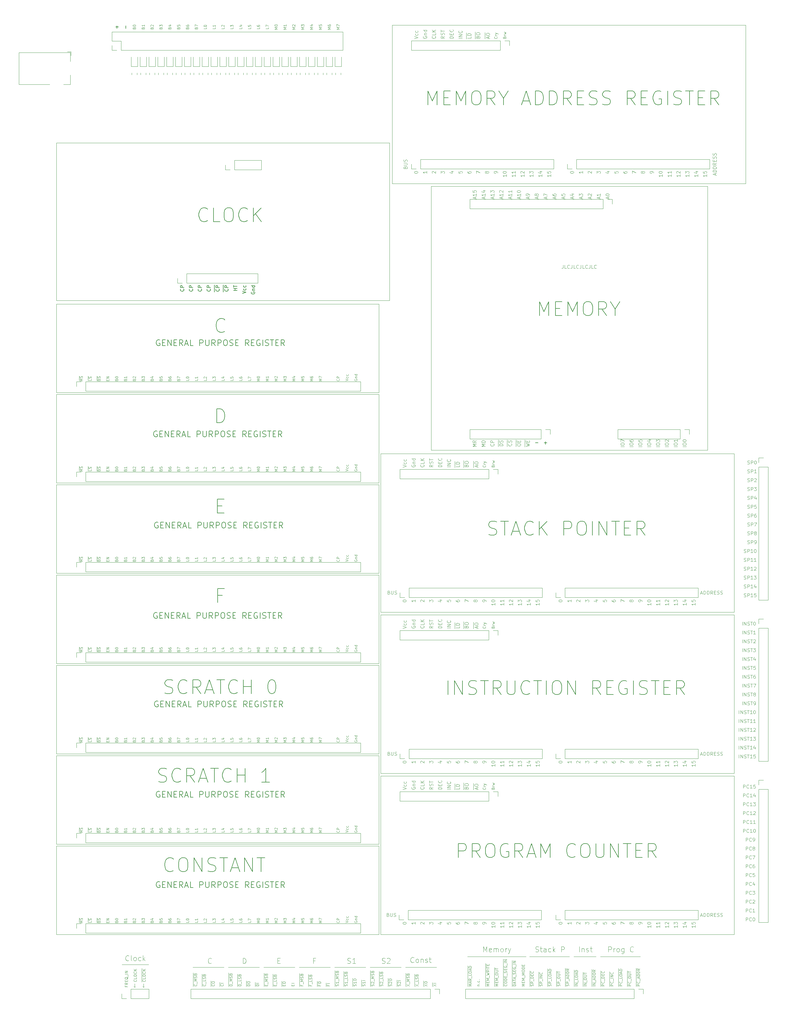
<source format=gbr>
%TF.GenerationSoftware,KiCad,Pcbnew,(5.1.10-1-10_14)*%
%TF.CreationDate,2021-11-29T15:29:07-05:00*%
%TF.ProjectId,FULL-assembly-backplane,46554c4c-2d61-4737-9365-6d626c792d62,rev?*%
%TF.SameCoordinates,Original*%
%TF.FileFunction,Legend,Top*%
%TF.FilePolarity,Positive*%
%FSLAX46Y46*%
G04 Gerber Fmt 4.6, Leading zero omitted, Abs format (unit mm)*
G04 Created by KiCad (PCBNEW (5.1.10-1-10_14)) date 2021-11-29 15:29:07*
%MOMM*%
%LPD*%
G01*
G04 APERTURE LIST*
%ADD10C,0.100000*%
%ADD11C,0.120000*%
%ADD12C,0.150000*%
%ADD13C,0.200000*%
G04 APERTURE END LIST*
D10*
X235540571Y-268476523D02*
X236073904Y-268476523D01*
X235616761Y-268476523D02*
X235578666Y-268438428D01*
X235540571Y-268362238D01*
X235540571Y-268247952D01*
X235578666Y-268171761D01*
X235654857Y-268133666D01*
X236073904Y-268133666D01*
X235997714Y-267752714D02*
X236035809Y-267714619D01*
X236073904Y-267752714D01*
X236035809Y-267790809D01*
X235997714Y-267752714D01*
X236073904Y-267752714D01*
X236035809Y-267028904D02*
X236073904Y-267105095D01*
X236073904Y-267257476D01*
X236035809Y-267333666D01*
X235997714Y-267371761D01*
X235921523Y-267409857D01*
X235692952Y-267409857D01*
X235616761Y-267371761D01*
X235578666Y-267333666D01*
X235540571Y-267257476D01*
X235540571Y-267105095D01*
X235578666Y-267028904D01*
X235997714Y-266686047D02*
X236035809Y-266647952D01*
X236073904Y-266686047D01*
X236035809Y-266724142D01*
X235997714Y-266686047D01*
X236073904Y-266686047D01*
X137252857Y-267875000D02*
X137252857Y-268865476D01*
X137500476Y-268617857D02*
X137252857Y-268865476D01*
X137005238Y-268617857D01*
X139792857Y-267875000D02*
X139792857Y-268865476D01*
X140040476Y-268617857D02*
X139792857Y-268865476D01*
X139545238Y-268617857D01*
D11*
X133604000Y-262382000D02*
X141224000Y-262382000D01*
D10*
X135556857Y-261139714D02*
X135485428Y-261211142D01*
X135271142Y-261282571D01*
X135128285Y-261282571D01*
X134914000Y-261211142D01*
X134771142Y-261068285D01*
X134699714Y-260925428D01*
X134628285Y-260639714D01*
X134628285Y-260425428D01*
X134699714Y-260139714D01*
X134771142Y-259996857D01*
X134914000Y-259854000D01*
X135128285Y-259782571D01*
X135271142Y-259782571D01*
X135485428Y-259854000D01*
X135556857Y-259925428D01*
X136414000Y-261282571D02*
X136271142Y-261211142D01*
X136199714Y-261068285D01*
X136199714Y-259782571D01*
X137199714Y-261282571D02*
X137056857Y-261211142D01*
X136985428Y-261139714D01*
X136914000Y-260996857D01*
X136914000Y-260568285D01*
X136985428Y-260425428D01*
X137056857Y-260354000D01*
X137199714Y-260282571D01*
X137414000Y-260282571D01*
X137556857Y-260354000D01*
X137628285Y-260425428D01*
X137699714Y-260568285D01*
X137699714Y-260996857D01*
X137628285Y-261139714D01*
X137556857Y-261211142D01*
X137414000Y-261282571D01*
X137199714Y-261282571D01*
X138985428Y-261211142D02*
X138842571Y-261282571D01*
X138556857Y-261282571D01*
X138414000Y-261211142D01*
X138342571Y-261139714D01*
X138271142Y-260996857D01*
X138271142Y-260568285D01*
X138342571Y-260425428D01*
X138414000Y-260354000D01*
X138556857Y-260282571D01*
X138842571Y-260282571D01*
X138985428Y-260354000D01*
X139628285Y-261282571D02*
X139628285Y-259782571D01*
X139771142Y-260711142D02*
X140199714Y-261282571D01*
X140199714Y-260282571D02*
X139628285Y-260854000D01*
X134816857Y-268463857D02*
X134816857Y-268730523D01*
X135235904Y-268730523D02*
X134435904Y-268730523D01*
X134435904Y-268349571D01*
X135235904Y-267587666D02*
X134854952Y-267854333D01*
X135235904Y-268044809D02*
X134435904Y-268044809D01*
X134435904Y-267740047D01*
X134474000Y-267663857D01*
X134512095Y-267625761D01*
X134588285Y-267587666D01*
X134702571Y-267587666D01*
X134778761Y-267625761D01*
X134816857Y-267663857D01*
X134854952Y-267740047D01*
X134854952Y-268044809D01*
X134816857Y-267244809D02*
X134816857Y-266978142D01*
X135235904Y-266863857D02*
X135235904Y-267244809D01*
X134435904Y-267244809D01*
X134435904Y-266863857D01*
X135312095Y-265987666D02*
X135274000Y-266063857D01*
X135197809Y-266140047D01*
X135083523Y-266254333D01*
X135045428Y-266330523D01*
X135045428Y-266406714D01*
X135235904Y-266368619D02*
X135197809Y-266444809D01*
X135121619Y-266521000D01*
X134969238Y-266559095D01*
X134702571Y-266559095D01*
X134550190Y-266521000D01*
X134474000Y-266444809D01*
X134435904Y-266368619D01*
X134435904Y-266216238D01*
X134474000Y-266140047D01*
X134550190Y-266063857D01*
X134702571Y-266025761D01*
X134969238Y-266025761D01*
X135121619Y-266063857D01*
X135197809Y-266140047D01*
X135235904Y-266216238D01*
X135235904Y-266368619D01*
X135312095Y-265873380D02*
X135312095Y-265263857D01*
X135235904Y-265073380D02*
X134435904Y-265073380D01*
X135235904Y-264692428D02*
X134435904Y-264692428D01*
X135235904Y-264235285D01*
X134435904Y-264235285D01*
X137699714Y-266749380D02*
X137737809Y-266787476D01*
X137775904Y-266901761D01*
X137775904Y-266977952D01*
X137737809Y-267092238D01*
X137661619Y-267168428D01*
X137585428Y-267206523D01*
X137433047Y-267244619D01*
X137318761Y-267244619D01*
X137166380Y-267206523D01*
X137090190Y-267168428D01*
X137014000Y-267092238D01*
X136975904Y-266977952D01*
X136975904Y-266901761D01*
X137014000Y-266787476D01*
X137052095Y-266749380D01*
X137775904Y-266025571D02*
X137775904Y-266406523D01*
X136975904Y-266406523D01*
X136975904Y-265606523D02*
X136975904Y-265454142D01*
X137014000Y-265377952D01*
X137090190Y-265301761D01*
X137242571Y-265263666D01*
X137509238Y-265263666D01*
X137661619Y-265301761D01*
X137737809Y-265377952D01*
X137775904Y-265454142D01*
X137775904Y-265606523D01*
X137737809Y-265682714D01*
X137661619Y-265758904D01*
X137509238Y-265797000D01*
X137242571Y-265797000D01*
X137090190Y-265758904D01*
X137014000Y-265682714D01*
X136975904Y-265606523D01*
X137699714Y-264463666D02*
X137737809Y-264501761D01*
X137775904Y-264616047D01*
X137775904Y-264692238D01*
X137737809Y-264806523D01*
X137661619Y-264882714D01*
X137585428Y-264920809D01*
X137433047Y-264958904D01*
X137318761Y-264958904D01*
X137166380Y-264920809D01*
X137090190Y-264882714D01*
X137014000Y-264806523D01*
X136975904Y-264692238D01*
X136975904Y-264616047D01*
X137014000Y-264501761D01*
X137052095Y-264463666D01*
X137775904Y-264120809D02*
X136975904Y-264120809D01*
X137775904Y-263663666D02*
X137318761Y-264006523D01*
X136975904Y-263663666D02*
X137433047Y-264120809D01*
X139248000Y-267397000D02*
X139248000Y-266597000D01*
X140239714Y-266749380D02*
X140277809Y-266787476D01*
X140315904Y-266901761D01*
X140315904Y-266977952D01*
X140277809Y-267092238D01*
X140201619Y-267168428D01*
X140125428Y-267206523D01*
X139973047Y-267244619D01*
X139858761Y-267244619D01*
X139706380Y-267206523D01*
X139630190Y-267168428D01*
X139554000Y-267092238D01*
X139515904Y-266977952D01*
X139515904Y-266901761D01*
X139554000Y-266787476D01*
X139592095Y-266749380D01*
X139248000Y-266597000D02*
X139248000Y-265949380D01*
X140315904Y-266025571D02*
X140315904Y-266406523D01*
X139515904Y-266406523D01*
X139248000Y-265949380D02*
X139248000Y-265111285D01*
X139515904Y-265606523D02*
X139515904Y-265454142D01*
X139554000Y-265377952D01*
X139630190Y-265301761D01*
X139782571Y-265263666D01*
X140049238Y-265263666D01*
X140201619Y-265301761D01*
X140277809Y-265377952D01*
X140315904Y-265454142D01*
X140315904Y-265606523D01*
X140277809Y-265682714D01*
X140201619Y-265758904D01*
X140049238Y-265797000D01*
X139782571Y-265797000D01*
X139630190Y-265758904D01*
X139554000Y-265682714D01*
X139515904Y-265606523D01*
X139248000Y-265111285D02*
X139248000Y-264311285D01*
X140239714Y-264463666D02*
X140277809Y-264501761D01*
X140315904Y-264616047D01*
X140315904Y-264692238D01*
X140277809Y-264806523D01*
X140201619Y-264882714D01*
X140125428Y-264920809D01*
X139973047Y-264958904D01*
X139858761Y-264958904D01*
X139706380Y-264920809D01*
X139630190Y-264882714D01*
X139554000Y-264806523D01*
X139515904Y-264692238D01*
X139515904Y-264616047D01*
X139554000Y-264501761D01*
X139592095Y-264463666D01*
X139248000Y-264311285D02*
X139248000Y-263511285D01*
X140315904Y-264120809D02*
X139515904Y-264120809D01*
X140315904Y-263663666D02*
X139858761Y-264006523D01*
X139515904Y-263663666D02*
X139973047Y-264120809D01*
X249027904Y-268476523D02*
X248227904Y-268476523D01*
X248799333Y-268209857D01*
X248227904Y-267943190D01*
X249027904Y-267943190D01*
X248608857Y-267562238D02*
X248608857Y-267295571D01*
X249027904Y-267181285D02*
X249027904Y-267562238D01*
X248227904Y-267562238D01*
X248227904Y-267181285D01*
X249027904Y-266838428D02*
X248227904Y-266838428D01*
X248799333Y-266571761D01*
X248227904Y-266305095D01*
X249027904Y-266305095D01*
X249104095Y-266114619D02*
X249104095Y-265505095D01*
X249027904Y-265314619D02*
X248227904Y-265314619D01*
X248799333Y-265047952D01*
X248227904Y-264781285D01*
X249027904Y-264781285D01*
X248227904Y-264247952D02*
X248227904Y-264095571D01*
X248266000Y-264019380D01*
X248342190Y-263943190D01*
X248494571Y-263905095D01*
X248761238Y-263905095D01*
X248913619Y-263943190D01*
X248989809Y-264019380D01*
X249027904Y-264095571D01*
X249027904Y-264247952D01*
X248989809Y-264324142D01*
X248913619Y-264400333D01*
X248761238Y-264438428D01*
X248494571Y-264438428D01*
X248342190Y-264400333D01*
X248266000Y-264324142D01*
X248227904Y-264247952D01*
X249027904Y-263562238D02*
X248227904Y-263562238D01*
X248227904Y-263371761D01*
X248266000Y-263257476D01*
X248342190Y-263181285D01*
X248418380Y-263143190D01*
X248570761Y-263105095D01*
X248685047Y-263105095D01*
X248837428Y-263143190D01*
X248913619Y-263181285D01*
X248989809Y-263257476D01*
X249027904Y-263371761D01*
X249027904Y-263562238D01*
X248608857Y-262762238D02*
X248608857Y-262495571D01*
X249027904Y-262381285D02*
X249027904Y-262762238D01*
X248227904Y-262762238D01*
X248227904Y-262381285D01*
X245420000Y-268667000D02*
X245420000Y-267867000D01*
X246487904Y-268476523D02*
X245687904Y-268476523D01*
X245687904Y-268286047D01*
X245726000Y-268171761D01*
X245802190Y-268095571D01*
X245878380Y-268057476D01*
X246030761Y-268019380D01*
X246145047Y-268019380D01*
X246297428Y-268057476D01*
X246373619Y-268095571D01*
X246449809Y-268171761D01*
X246487904Y-268286047D01*
X246487904Y-268476523D01*
X245420000Y-267867000D02*
X245420000Y-267181285D01*
X246259333Y-267714619D02*
X246259333Y-267333666D01*
X246487904Y-267790809D02*
X245687904Y-267524142D01*
X246487904Y-267257476D01*
X245420000Y-267181285D02*
X245420000Y-266571761D01*
X245687904Y-267105095D02*
X245687904Y-266647952D01*
X246487904Y-266876523D02*
X245687904Y-266876523D01*
X245420000Y-266571761D02*
X245420000Y-265886047D01*
X246259333Y-266419380D02*
X246259333Y-266038428D01*
X246487904Y-266495571D02*
X245687904Y-266228904D01*
X246487904Y-265962238D01*
X245420000Y-265886047D02*
X245420000Y-265276523D01*
X246564095Y-265886047D02*
X246564095Y-265276523D01*
X245420000Y-265276523D02*
X245420000Y-264514619D01*
X246449809Y-265124142D02*
X246487904Y-265009857D01*
X246487904Y-264819380D01*
X246449809Y-264743190D01*
X246411714Y-264705095D01*
X246335523Y-264667000D01*
X246259333Y-264667000D01*
X246183142Y-264705095D01*
X246145047Y-264743190D01*
X246106952Y-264819380D01*
X246068857Y-264971761D01*
X246030761Y-265047952D01*
X245992666Y-265086047D01*
X245916476Y-265124142D01*
X245840285Y-265124142D01*
X245764095Y-265086047D01*
X245726000Y-265047952D01*
X245687904Y-264971761D01*
X245687904Y-264781285D01*
X245726000Y-264667000D01*
X245420000Y-264514619D02*
X245420000Y-263790809D01*
X246068857Y-264324142D02*
X246068857Y-264057476D01*
X246487904Y-263943190D02*
X246487904Y-264324142D01*
X245687904Y-264324142D01*
X245687904Y-263943190D01*
X245420000Y-263790809D02*
X245420000Y-262990809D01*
X245726000Y-263181285D02*
X245687904Y-263257476D01*
X245687904Y-263371761D01*
X245726000Y-263486047D01*
X245802190Y-263562238D01*
X245878380Y-263600333D01*
X246030761Y-263638428D01*
X246145047Y-263638428D01*
X246297428Y-263600333D01*
X246373619Y-263562238D01*
X246449809Y-263486047D01*
X246487904Y-263371761D01*
X246487904Y-263295571D01*
X246449809Y-263181285D01*
X246411714Y-263143190D01*
X246145047Y-263143190D01*
X246145047Y-263295571D01*
X245420000Y-262990809D02*
X245420000Y-262381285D01*
X246564095Y-262990809D02*
X246564095Y-262381285D01*
X245420000Y-262381285D02*
X245420000Y-262000333D01*
X246487904Y-262190809D02*
X245687904Y-262190809D01*
X245420000Y-262000333D02*
X245420000Y-261162238D01*
X246487904Y-261809857D02*
X245687904Y-261809857D01*
X246487904Y-261352714D01*
X245687904Y-261352714D01*
X242880000Y-268667000D02*
X242880000Y-267867000D01*
X243871714Y-268019380D02*
X243909809Y-268057476D01*
X243947904Y-268171761D01*
X243947904Y-268247952D01*
X243909809Y-268362238D01*
X243833619Y-268438428D01*
X243757428Y-268476523D01*
X243605047Y-268514619D01*
X243490761Y-268514619D01*
X243338380Y-268476523D01*
X243262190Y-268438428D01*
X243186000Y-268362238D01*
X243147904Y-268247952D01*
X243147904Y-268171761D01*
X243186000Y-268057476D01*
X243224095Y-268019380D01*
X242880000Y-267867000D02*
X242880000Y-267028904D01*
X243147904Y-267524142D02*
X243147904Y-267371761D01*
X243186000Y-267295571D01*
X243262190Y-267219380D01*
X243414571Y-267181285D01*
X243681238Y-267181285D01*
X243833619Y-267219380D01*
X243909809Y-267295571D01*
X243947904Y-267371761D01*
X243947904Y-267524142D01*
X243909809Y-267600333D01*
X243833619Y-267676523D01*
X243681238Y-267714619D01*
X243414571Y-267714619D01*
X243262190Y-267676523D01*
X243186000Y-267600333D01*
X243147904Y-267524142D01*
X242880000Y-267028904D02*
X242880000Y-266228904D01*
X243947904Y-266838428D02*
X243147904Y-266838428D01*
X243147904Y-266647952D01*
X243186000Y-266533666D01*
X243262190Y-266457476D01*
X243338380Y-266419380D01*
X243490761Y-266381285D01*
X243605047Y-266381285D01*
X243757428Y-266419380D01*
X243833619Y-266457476D01*
X243909809Y-266533666D01*
X243947904Y-266647952D01*
X243947904Y-266838428D01*
X242880000Y-266228904D02*
X242880000Y-265505095D01*
X243528857Y-266038428D02*
X243528857Y-265771761D01*
X243947904Y-265657476D02*
X243947904Y-266038428D01*
X243147904Y-266038428D01*
X243147904Y-265657476D01*
X242880000Y-265505095D02*
X242880000Y-264895571D01*
X244024095Y-265505095D02*
X244024095Y-264895571D01*
X242880000Y-264895571D02*
X242880000Y-264133666D01*
X243909809Y-264743190D02*
X243947904Y-264628904D01*
X243947904Y-264438428D01*
X243909809Y-264362238D01*
X243871714Y-264324142D01*
X243795523Y-264286047D01*
X243719333Y-264286047D01*
X243643142Y-264324142D01*
X243605047Y-264362238D01*
X243566952Y-264438428D01*
X243528857Y-264590809D01*
X243490761Y-264667000D01*
X243452666Y-264705095D01*
X243376476Y-264743190D01*
X243300285Y-264743190D01*
X243224095Y-264705095D01*
X243186000Y-264667000D01*
X243147904Y-264590809D01*
X243147904Y-264400333D01*
X243186000Y-264286047D01*
X242880000Y-264133666D02*
X242880000Y-263409857D01*
X243528857Y-263943190D02*
X243528857Y-263676523D01*
X243947904Y-263562238D02*
X243947904Y-263943190D01*
X243147904Y-263943190D01*
X243147904Y-263562238D01*
X242880000Y-263409857D02*
X242880000Y-262609857D01*
X243186000Y-262800333D02*
X243147904Y-262876523D01*
X243147904Y-262990809D01*
X243186000Y-263105095D01*
X243262190Y-263181285D01*
X243338380Y-263219380D01*
X243490761Y-263257476D01*
X243605047Y-263257476D01*
X243757428Y-263219380D01*
X243833619Y-263181285D01*
X243909809Y-263105095D01*
X243947904Y-262990809D01*
X243947904Y-262914619D01*
X243909809Y-262800333D01*
X243871714Y-262762238D01*
X243605047Y-262762238D01*
X243605047Y-262914619D01*
X242880000Y-262609857D02*
X242880000Y-262000333D01*
X244024095Y-262609857D02*
X244024095Y-262000333D01*
X242880000Y-262000333D02*
X242880000Y-261619380D01*
X243947904Y-261809857D02*
X243147904Y-261809857D01*
X242880000Y-261619380D02*
X242880000Y-260781285D01*
X243947904Y-261428904D02*
X243147904Y-261428904D01*
X243947904Y-260971761D01*
X243147904Y-260971761D01*
X240340000Y-268667000D02*
X240340000Y-267752714D01*
X241407904Y-268476523D02*
X240607904Y-268476523D01*
X241179333Y-268209857D01*
X240607904Y-267943190D01*
X241407904Y-267943190D01*
X240340000Y-267752714D02*
X240340000Y-267028904D01*
X240988857Y-267562238D02*
X240988857Y-267295571D01*
X241407904Y-267181285D02*
X241407904Y-267562238D01*
X240607904Y-267562238D01*
X240607904Y-267181285D01*
X240340000Y-267028904D02*
X240340000Y-266114619D01*
X241407904Y-266838428D02*
X240607904Y-266838428D01*
X241179333Y-266571761D01*
X240607904Y-266305095D01*
X241407904Y-266305095D01*
X240340000Y-266114619D02*
X240340000Y-265505095D01*
X241484095Y-266114619D02*
X241484095Y-265505095D01*
X240340000Y-265505095D02*
X240340000Y-264667000D01*
X240607904Y-265162238D02*
X240607904Y-265009857D01*
X240646000Y-264933666D01*
X240722190Y-264857476D01*
X240874571Y-264819380D01*
X241141238Y-264819380D01*
X241293619Y-264857476D01*
X241369809Y-264933666D01*
X241407904Y-265009857D01*
X241407904Y-265162238D01*
X241369809Y-265238428D01*
X241293619Y-265314619D01*
X241141238Y-265352714D01*
X240874571Y-265352714D01*
X240722190Y-265314619D01*
X240646000Y-265238428D01*
X240607904Y-265162238D01*
X240340000Y-264667000D02*
X240340000Y-263828904D01*
X240607904Y-264476523D02*
X241255523Y-264476523D01*
X241331714Y-264438428D01*
X241369809Y-264400333D01*
X241407904Y-264324142D01*
X241407904Y-264171761D01*
X241369809Y-264095571D01*
X241331714Y-264057476D01*
X241255523Y-264019380D01*
X240607904Y-264019380D01*
X240340000Y-263828904D02*
X240340000Y-263219380D01*
X240607904Y-263752714D02*
X240607904Y-263295571D01*
X241407904Y-263524142D02*
X240607904Y-263524142D01*
X237800000Y-268667000D02*
X237800000Y-267752714D01*
X238867904Y-268476523D02*
X238067904Y-268476523D01*
X238639333Y-268209857D01*
X238067904Y-267943190D01*
X238867904Y-267943190D01*
X237800000Y-267752714D02*
X237800000Y-267028904D01*
X238448857Y-267562238D02*
X238448857Y-267295571D01*
X238867904Y-267181285D02*
X238867904Y-267562238D01*
X238067904Y-267562238D01*
X238067904Y-267181285D01*
X237800000Y-267028904D02*
X237800000Y-266114619D01*
X238867904Y-266838428D02*
X238067904Y-266838428D01*
X238639333Y-266571761D01*
X238067904Y-266305095D01*
X238867904Y-266305095D01*
X237800000Y-266114619D02*
X237800000Y-265505095D01*
X238944095Y-266114619D02*
X238944095Y-265505095D01*
X237800000Y-265505095D02*
X237800000Y-264590809D01*
X238067904Y-265390809D02*
X238867904Y-265200333D01*
X238296476Y-265047952D01*
X238867904Y-264895571D01*
X238067904Y-264705095D01*
X237800000Y-264590809D02*
X237800000Y-263790809D01*
X238867904Y-263943190D02*
X238486952Y-264209857D01*
X238867904Y-264400333D02*
X238067904Y-264400333D01*
X238067904Y-264095571D01*
X238106000Y-264019380D01*
X238144095Y-263981285D01*
X238220285Y-263943190D01*
X238334571Y-263943190D01*
X238410761Y-263981285D01*
X238448857Y-264019380D01*
X238486952Y-264095571D01*
X238486952Y-264400333D01*
X237800000Y-263790809D02*
X237800000Y-263409857D01*
X238867904Y-263600333D02*
X238067904Y-263600333D01*
X237800000Y-263409857D02*
X237800000Y-262800333D01*
X238067904Y-263333666D02*
X238067904Y-262876523D01*
X238867904Y-263105095D02*
X238067904Y-263105095D01*
X237800000Y-262800333D02*
X237800000Y-262076523D01*
X238448857Y-262609857D02*
X238448857Y-262343190D01*
X238867904Y-262228904D02*
X238867904Y-262609857D01*
X238067904Y-262609857D01*
X238067904Y-262228904D01*
D11*
X222250000Y-39116000D02*
X301498000Y-39116000D01*
X222250000Y-114808000D02*
X222250000Y-39116000D01*
X301498000Y-114808000D02*
X222250000Y-114808000D01*
X301498000Y-39116000D02*
X301498000Y-114808000D01*
D12*
X253271880Y-76231523D02*
X253271880Y-72231523D01*
X254605214Y-75088666D01*
X255938547Y-72231523D01*
X255938547Y-76231523D01*
X257843309Y-74136285D02*
X259176642Y-74136285D01*
X259748071Y-76231523D02*
X257843309Y-76231523D01*
X257843309Y-72231523D01*
X259748071Y-72231523D01*
X261462357Y-76231523D02*
X261462357Y-72231523D01*
X262795690Y-75088666D01*
X264129023Y-72231523D01*
X264129023Y-76231523D01*
X266795690Y-72231523D02*
X267557595Y-72231523D01*
X267938547Y-72422000D01*
X268319500Y-72802952D01*
X268509976Y-73564857D01*
X268509976Y-74898190D01*
X268319500Y-75660095D01*
X267938547Y-76041047D01*
X267557595Y-76231523D01*
X266795690Y-76231523D01*
X266414738Y-76041047D01*
X266033785Y-75660095D01*
X265843309Y-74898190D01*
X265843309Y-73564857D01*
X266033785Y-72802952D01*
X266414738Y-72422000D01*
X266795690Y-72231523D01*
X272509976Y-76231523D02*
X271176642Y-74326761D01*
X270224261Y-76231523D02*
X270224261Y-72231523D01*
X271748071Y-72231523D01*
X272129023Y-72422000D01*
X272319500Y-72612476D01*
X272509976Y-72993428D01*
X272509976Y-73564857D01*
X272319500Y-73945809D01*
X272129023Y-74136285D01*
X271748071Y-74326761D01*
X270224261Y-74326761D01*
X274986166Y-74326761D02*
X274986166Y-76231523D01*
X273652833Y-72231523D02*
X274986166Y-74326761D01*
X276319500Y-72231523D01*
D10*
X234862666Y-42670523D02*
X234862666Y-42194333D01*
X235148380Y-42765761D02*
X234148380Y-42432428D01*
X235148380Y-42099095D01*
X235148380Y-41241952D02*
X235148380Y-41813380D01*
X235148380Y-41527666D02*
X234148380Y-41527666D01*
X234291238Y-41622904D01*
X234386476Y-41718142D01*
X234434095Y-41813380D01*
X234148380Y-40337190D02*
X234148380Y-40813380D01*
X234624571Y-40861000D01*
X234576952Y-40813380D01*
X234529333Y-40718142D01*
X234529333Y-40480047D01*
X234576952Y-40384809D01*
X234624571Y-40337190D01*
X234719809Y-40289571D01*
X234957904Y-40289571D01*
X235053142Y-40337190D01*
X235100761Y-40384809D01*
X235148380Y-40480047D01*
X235148380Y-40718142D01*
X235100761Y-40813380D01*
X235053142Y-40861000D01*
X277566380Y-113809095D02*
X276566380Y-113809095D01*
X276566380Y-113142428D02*
X276566380Y-112951952D01*
X276614000Y-112856714D01*
X276709238Y-112761476D01*
X276899714Y-112713857D01*
X277233047Y-112713857D01*
X277423523Y-112761476D01*
X277518761Y-112856714D01*
X277566380Y-112951952D01*
X277566380Y-113142428D01*
X277518761Y-113237666D01*
X277423523Y-113332904D01*
X277233047Y-113380523D01*
X276899714Y-113380523D01*
X276709238Y-113332904D01*
X276614000Y-113237666D01*
X276566380Y-113142428D01*
X276566380Y-112380523D02*
X276566380Y-111713857D01*
X277566380Y-112142428D01*
X280106380Y-113809095D02*
X279106380Y-113809095D01*
X279106380Y-113142428D02*
X279106380Y-112951952D01*
X279154000Y-112856714D01*
X279249238Y-112761476D01*
X279439714Y-112713857D01*
X279773047Y-112713857D01*
X279963523Y-112761476D01*
X280058761Y-112856714D01*
X280106380Y-112951952D01*
X280106380Y-113142428D01*
X280058761Y-113237666D01*
X279963523Y-113332904D01*
X279773047Y-113380523D01*
X279439714Y-113380523D01*
X279249238Y-113332904D01*
X279154000Y-113237666D01*
X279106380Y-113142428D01*
X279106380Y-111856714D02*
X279106380Y-112047190D01*
X279154000Y-112142428D01*
X279201619Y-112190047D01*
X279344476Y-112285285D01*
X279534952Y-112332904D01*
X279915904Y-112332904D01*
X280011142Y-112285285D01*
X280058761Y-112237666D01*
X280106380Y-112142428D01*
X280106380Y-111951952D01*
X280058761Y-111856714D01*
X280011142Y-111809095D01*
X279915904Y-111761476D01*
X279677809Y-111761476D01*
X279582571Y-111809095D01*
X279534952Y-111856714D01*
X279487333Y-111951952D01*
X279487333Y-112142428D01*
X279534952Y-112237666D01*
X279582571Y-112285285D01*
X279677809Y-112332904D01*
X282646380Y-113809095D02*
X281646380Y-113809095D01*
X281646380Y-113142428D02*
X281646380Y-112951952D01*
X281694000Y-112856714D01*
X281789238Y-112761476D01*
X281979714Y-112713857D01*
X282313047Y-112713857D01*
X282503523Y-112761476D01*
X282598761Y-112856714D01*
X282646380Y-112951952D01*
X282646380Y-113142428D01*
X282598761Y-113237666D01*
X282503523Y-113332904D01*
X282313047Y-113380523D01*
X281979714Y-113380523D01*
X281789238Y-113332904D01*
X281694000Y-113237666D01*
X281646380Y-113142428D01*
X281646380Y-111809095D02*
X281646380Y-112285285D01*
X282122571Y-112332904D01*
X282074952Y-112285285D01*
X282027333Y-112190047D01*
X282027333Y-111951952D01*
X282074952Y-111856714D01*
X282122571Y-111809095D01*
X282217809Y-111761476D01*
X282455904Y-111761476D01*
X282551142Y-111809095D01*
X282598761Y-111856714D01*
X282646380Y-111951952D01*
X282646380Y-112190047D01*
X282598761Y-112285285D01*
X282551142Y-112332904D01*
X285186380Y-113809095D02*
X284186380Y-113809095D01*
X284186380Y-113142428D02*
X284186380Y-112951952D01*
X284234000Y-112856714D01*
X284329238Y-112761476D01*
X284519714Y-112713857D01*
X284853047Y-112713857D01*
X285043523Y-112761476D01*
X285138761Y-112856714D01*
X285186380Y-112951952D01*
X285186380Y-113142428D01*
X285138761Y-113237666D01*
X285043523Y-113332904D01*
X284853047Y-113380523D01*
X284519714Y-113380523D01*
X284329238Y-113332904D01*
X284234000Y-113237666D01*
X284186380Y-113142428D01*
X284519714Y-111856714D02*
X285186380Y-111856714D01*
X284138761Y-112094809D02*
X284853047Y-112332904D01*
X284853047Y-111713857D01*
X287726380Y-113809095D02*
X286726380Y-113809095D01*
X286726380Y-113142428D02*
X286726380Y-112951952D01*
X286774000Y-112856714D01*
X286869238Y-112761476D01*
X287059714Y-112713857D01*
X287393047Y-112713857D01*
X287583523Y-112761476D01*
X287678761Y-112856714D01*
X287726380Y-112951952D01*
X287726380Y-113142428D01*
X287678761Y-113237666D01*
X287583523Y-113332904D01*
X287393047Y-113380523D01*
X287059714Y-113380523D01*
X286869238Y-113332904D01*
X286774000Y-113237666D01*
X286726380Y-113142428D01*
X286726380Y-112380523D02*
X286726380Y-111761476D01*
X287107333Y-112094809D01*
X287107333Y-111951952D01*
X287154952Y-111856714D01*
X287202571Y-111809095D01*
X287297809Y-111761476D01*
X287535904Y-111761476D01*
X287631142Y-111809095D01*
X287678761Y-111856714D01*
X287726380Y-111951952D01*
X287726380Y-112237666D01*
X287678761Y-112332904D01*
X287631142Y-112380523D01*
X290266380Y-113809095D02*
X289266380Y-113809095D01*
X289266380Y-113142428D02*
X289266380Y-112951952D01*
X289314000Y-112856714D01*
X289409238Y-112761476D01*
X289599714Y-112713857D01*
X289933047Y-112713857D01*
X290123523Y-112761476D01*
X290218761Y-112856714D01*
X290266380Y-112951952D01*
X290266380Y-113142428D01*
X290218761Y-113237666D01*
X290123523Y-113332904D01*
X289933047Y-113380523D01*
X289599714Y-113380523D01*
X289409238Y-113332904D01*
X289314000Y-113237666D01*
X289266380Y-113142428D01*
X289361619Y-112332904D02*
X289314000Y-112285285D01*
X289266380Y-112190047D01*
X289266380Y-111951952D01*
X289314000Y-111856714D01*
X289361619Y-111809095D01*
X289456857Y-111761476D01*
X289552095Y-111761476D01*
X289694952Y-111809095D01*
X290266380Y-112380523D01*
X290266380Y-111761476D01*
X292806380Y-113809095D02*
X291806380Y-113809095D01*
X291806380Y-113142428D02*
X291806380Y-112951952D01*
X291854000Y-112856714D01*
X291949238Y-112761476D01*
X292139714Y-112713857D01*
X292473047Y-112713857D01*
X292663523Y-112761476D01*
X292758761Y-112856714D01*
X292806380Y-112951952D01*
X292806380Y-113142428D01*
X292758761Y-113237666D01*
X292663523Y-113332904D01*
X292473047Y-113380523D01*
X292139714Y-113380523D01*
X291949238Y-113332904D01*
X291854000Y-113237666D01*
X291806380Y-113142428D01*
X292806380Y-111761476D02*
X292806380Y-112332904D01*
X292806380Y-112047190D02*
X291806380Y-112047190D01*
X291949238Y-112142428D01*
X292044476Y-112237666D01*
X292092095Y-112332904D01*
X295346380Y-113809095D02*
X294346380Y-113809095D01*
X294346380Y-113142428D02*
X294346380Y-112951952D01*
X294394000Y-112856714D01*
X294489238Y-112761476D01*
X294679714Y-112713857D01*
X295013047Y-112713857D01*
X295203523Y-112761476D01*
X295298761Y-112856714D01*
X295346380Y-112951952D01*
X295346380Y-113142428D01*
X295298761Y-113237666D01*
X295203523Y-113332904D01*
X295013047Y-113380523D01*
X294679714Y-113380523D01*
X294489238Y-113332904D01*
X294394000Y-113237666D01*
X294346380Y-113142428D01*
X294346380Y-112094809D02*
X294346380Y-111999571D01*
X294394000Y-111904333D01*
X294441619Y-111856714D01*
X294536857Y-111809095D01*
X294727333Y-111761476D01*
X294965428Y-111761476D01*
X295155904Y-111809095D01*
X295251142Y-111856714D01*
X295298761Y-111904333D01*
X295346380Y-111999571D01*
X295346380Y-112094809D01*
X295298761Y-112190047D01*
X295251142Y-112237666D01*
X295155904Y-112285285D01*
X294965428Y-112332904D01*
X294727333Y-112332904D01*
X294536857Y-112285285D01*
X294441619Y-112237666D01*
X294394000Y-112190047D01*
X294346380Y-112094809D01*
X246546000Y-113777380D02*
X246546000Y-112729761D01*
X246848380Y-113348809D02*
X246848380Y-113158333D01*
X246896000Y-113063095D01*
X246991238Y-112967857D01*
X247181714Y-112920238D01*
X247515047Y-112920238D01*
X247705523Y-112967857D01*
X247800761Y-113063095D01*
X247848380Y-113158333D01*
X247848380Y-113348809D01*
X247800761Y-113444047D01*
X247705523Y-113539285D01*
X247515047Y-113586904D01*
X247181714Y-113586904D01*
X246991238Y-113539285D01*
X246896000Y-113444047D01*
X246848380Y-113348809D01*
X246546000Y-112729761D02*
X246546000Y-111825000D01*
X247324571Y-112491666D02*
X247324571Y-112158333D01*
X247848380Y-112015476D02*
X247848380Y-112491666D01*
X246848380Y-112491666D01*
X246848380Y-112015476D01*
X249086000Y-113872619D02*
X249086000Y-112729761D01*
X249388380Y-113729761D02*
X250388380Y-113491666D01*
X249674095Y-113301190D01*
X250388380Y-113110714D01*
X249388380Y-112872619D01*
X249086000Y-112729761D02*
X249086000Y-111825000D01*
X249864571Y-112491666D02*
X249864571Y-112158333D01*
X250388380Y-112015476D02*
X250388380Y-112491666D01*
X249388380Y-112491666D01*
X249388380Y-112015476D01*
D13*
X252844000Y-112704571D02*
X252082095Y-112704571D01*
X255384000Y-112704571D02*
X254622095Y-112704571D01*
X255003047Y-112323619D02*
X255003047Y-113085523D01*
D10*
X237402666Y-42670523D02*
X237402666Y-42194333D01*
X237688380Y-42765761D02*
X236688380Y-42432428D01*
X237688380Y-42099095D01*
X237688380Y-41241952D02*
X237688380Y-41813380D01*
X237688380Y-41527666D02*
X236688380Y-41527666D01*
X236831238Y-41622904D01*
X236926476Y-41718142D01*
X236974095Y-41813380D01*
X237021714Y-40384809D02*
X237688380Y-40384809D01*
X236640761Y-40622904D02*
X237355047Y-40861000D01*
X237355047Y-40241952D01*
X239942666Y-42670523D02*
X239942666Y-42194333D01*
X240228380Y-42765761D02*
X239228380Y-42432428D01*
X240228380Y-42099095D01*
X240228380Y-41241952D02*
X240228380Y-41813380D01*
X240228380Y-41527666D02*
X239228380Y-41527666D01*
X239371238Y-41622904D01*
X239466476Y-41718142D01*
X239514095Y-41813380D01*
X239228380Y-40908619D02*
X239228380Y-40289571D01*
X239609333Y-40622904D01*
X239609333Y-40480047D01*
X239656952Y-40384809D01*
X239704571Y-40337190D01*
X239799809Y-40289571D01*
X240037904Y-40289571D01*
X240133142Y-40337190D01*
X240180761Y-40384809D01*
X240228380Y-40480047D01*
X240228380Y-40765761D01*
X240180761Y-40861000D01*
X240133142Y-40908619D01*
X242482666Y-42670523D02*
X242482666Y-42194333D01*
X242768380Y-42765761D02*
X241768380Y-42432428D01*
X242768380Y-42099095D01*
X242768380Y-41241952D02*
X242768380Y-41813380D01*
X242768380Y-41527666D02*
X241768380Y-41527666D01*
X241911238Y-41622904D01*
X242006476Y-41718142D01*
X242054095Y-41813380D01*
X241863619Y-40861000D02*
X241816000Y-40813380D01*
X241768380Y-40718142D01*
X241768380Y-40480047D01*
X241816000Y-40384809D01*
X241863619Y-40337190D01*
X241958857Y-40289571D01*
X242054095Y-40289571D01*
X242196952Y-40337190D01*
X242768380Y-40908619D01*
X242768380Y-40289571D01*
X245022666Y-42670523D02*
X245022666Y-42194333D01*
X245308380Y-42765761D02*
X244308380Y-42432428D01*
X245308380Y-42099095D01*
X245308380Y-41241952D02*
X245308380Y-41813380D01*
X245308380Y-41527666D02*
X244308380Y-41527666D01*
X244451238Y-41622904D01*
X244546476Y-41718142D01*
X244594095Y-41813380D01*
X245308380Y-40289571D02*
X245308380Y-40861000D01*
X245308380Y-40575285D02*
X244308380Y-40575285D01*
X244451238Y-40670523D01*
X244546476Y-40765761D01*
X244594095Y-40861000D01*
X247562666Y-42670523D02*
X247562666Y-42194333D01*
X247848380Y-42765761D02*
X246848380Y-42432428D01*
X247848380Y-42099095D01*
X247848380Y-41241952D02*
X247848380Y-41813380D01*
X247848380Y-41527666D02*
X246848380Y-41527666D01*
X246991238Y-41622904D01*
X247086476Y-41718142D01*
X247134095Y-41813380D01*
X246848380Y-40622904D02*
X246848380Y-40527666D01*
X246896000Y-40432428D01*
X246943619Y-40384809D01*
X247038857Y-40337190D01*
X247229333Y-40289571D01*
X247467428Y-40289571D01*
X247657904Y-40337190D01*
X247753142Y-40384809D01*
X247800761Y-40432428D01*
X247848380Y-40527666D01*
X247848380Y-40622904D01*
X247800761Y-40718142D01*
X247753142Y-40765761D01*
X247657904Y-40813380D01*
X247467428Y-40861000D01*
X247229333Y-40861000D01*
X247038857Y-40813380D01*
X246943619Y-40765761D01*
X246896000Y-40718142D01*
X246848380Y-40622904D01*
X250102666Y-42670523D02*
X250102666Y-42194333D01*
X250388380Y-42765761D02*
X249388380Y-42432428D01*
X250388380Y-42099095D01*
X250388380Y-41718142D02*
X250388380Y-41527666D01*
X250340761Y-41432428D01*
X250293142Y-41384809D01*
X250150285Y-41289571D01*
X249959809Y-41241952D01*
X249578857Y-41241952D01*
X249483619Y-41289571D01*
X249436000Y-41337190D01*
X249388380Y-41432428D01*
X249388380Y-41622904D01*
X249436000Y-41718142D01*
X249483619Y-41765761D01*
X249578857Y-41813380D01*
X249816952Y-41813380D01*
X249912190Y-41765761D01*
X249959809Y-41718142D01*
X250007428Y-41622904D01*
X250007428Y-41432428D01*
X249959809Y-41337190D01*
X249912190Y-41289571D01*
X249816952Y-41241952D01*
X252642666Y-42670523D02*
X252642666Y-42194333D01*
X252928380Y-42765761D02*
X251928380Y-42432428D01*
X252928380Y-42099095D01*
X252356952Y-41622904D02*
X252309333Y-41718142D01*
X252261714Y-41765761D01*
X252166476Y-41813380D01*
X252118857Y-41813380D01*
X252023619Y-41765761D01*
X251976000Y-41718142D01*
X251928380Y-41622904D01*
X251928380Y-41432428D01*
X251976000Y-41337190D01*
X252023619Y-41289571D01*
X252118857Y-41241952D01*
X252166476Y-41241952D01*
X252261714Y-41289571D01*
X252309333Y-41337190D01*
X252356952Y-41432428D01*
X252356952Y-41622904D01*
X252404571Y-41718142D01*
X252452190Y-41765761D01*
X252547428Y-41813380D01*
X252737904Y-41813380D01*
X252833142Y-41765761D01*
X252880761Y-41718142D01*
X252928380Y-41622904D01*
X252928380Y-41432428D01*
X252880761Y-41337190D01*
X252833142Y-41289571D01*
X252737904Y-41241952D01*
X252547428Y-41241952D01*
X252452190Y-41289571D01*
X252404571Y-41337190D01*
X252356952Y-41432428D01*
X255182666Y-42670523D02*
X255182666Y-42194333D01*
X255468380Y-42765761D02*
X254468380Y-42432428D01*
X255468380Y-42099095D01*
X254468380Y-41861000D02*
X254468380Y-41194333D01*
X255468380Y-41622904D01*
X257722666Y-42670523D02*
X257722666Y-42194333D01*
X258008380Y-42765761D02*
X257008380Y-42432428D01*
X258008380Y-42099095D01*
X257008380Y-41337190D02*
X257008380Y-41527666D01*
X257056000Y-41622904D01*
X257103619Y-41670523D01*
X257246476Y-41765761D01*
X257436952Y-41813380D01*
X257817904Y-41813380D01*
X257913142Y-41765761D01*
X257960761Y-41718142D01*
X258008380Y-41622904D01*
X258008380Y-41432428D01*
X257960761Y-41337190D01*
X257913142Y-41289571D01*
X257817904Y-41241952D01*
X257579809Y-41241952D01*
X257484571Y-41289571D01*
X257436952Y-41337190D01*
X257389333Y-41432428D01*
X257389333Y-41622904D01*
X257436952Y-41718142D01*
X257484571Y-41765761D01*
X257579809Y-41813380D01*
X260262666Y-42670523D02*
X260262666Y-42194333D01*
X260548380Y-42765761D02*
X259548380Y-42432428D01*
X260548380Y-42099095D01*
X259548380Y-41289571D02*
X259548380Y-41765761D01*
X260024571Y-41813380D01*
X259976952Y-41765761D01*
X259929333Y-41670523D01*
X259929333Y-41432428D01*
X259976952Y-41337190D01*
X260024571Y-41289571D01*
X260119809Y-41241952D01*
X260357904Y-41241952D01*
X260453142Y-41289571D01*
X260500761Y-41337190D01*
X260548380Y-41432428D01*
X260548380Y-41670523D01*
X260500761Y-41765761D01*
X260453142Y-41813380D01*
X262802666Y-42670523D02*
X262802666Y-42194333D01*
X263088380Y-42765761D02*
X262088380Y-42432428D01*
X263088380Y-42099095D01*
X262421714Y-41337190D02*
X263088380Y-41337190D01*
X262040761Y-41575285D02*
X262755047Y-41813380D01*
X262755047Y-41194333D01*
X265342666Y-42670523D02*
X265342666Y-42194333D01*
X265628380Y-42765761D02*
X264628380Y-42432428D01*
X265628380Y-42099095D01*
X264628380Y-41861000D02*
X264628380Y-41241952D01*
X265009333Y-41575285D01*
X265009333Y-41432428D01*
X265056952Y-41337190D01*
X265104571Y-41289571D01*
X265199809Y-41241952D01*
X265437904Y-41241952D01*
X265533142Y-41289571D01*
X265580761Y-41337190D01*
X265628380Y-41432428D01*
X265628380Y-41718142D01*
X265580761Y-41813380D01*
X265533142Y-41861000D01*
X267882666Y-42670523D02*
X267882666Y-42194333D01*
X268168380Y-42765761D02*
X267168380Y-42432428D01*
X268168380Y-42099095D01*
X267263619Y-41813380D02*
X267216000Y-41765761D01*
X267168380Y-41670523D01*
X267168380Y-41432428D01*
X267216000Y-41337190D01*
X267263619Y-41289571D01*
X267358857Y-41241952D01*
X267454095Y-41241952D01*
X267596952Y-41289571D01*
X268168380Y-41861000D01*
X268168380Y-41241952D01*
X270422666Y-42670523D02*
X270422666Y-42194333D01*
X270708380Y-42765761D02*
X269708380Y-42432428D01*
X270708380Y-42099095D01*
X270708380Y-41241952D02*
X270708380Y-41813380D01*
X270708380Y-41527666D02*
X269708380Y-41527666D01*
X269851238Y-41622904D01*
X269946476Y-41718142D01*
X269994095Y-41813380D01*
X272962666Y-42670523D02*
X272962666Y-42194333D01*
X273248380Y-42765761D02*
X272248380Y-42432428D01*
X273248380Y-42099095D01*
X272248380Y-41575285D02*
X272248380Y-41480047D01*
X272296000Y-41384809D01*
X272343619Y-41337190D01*
X272438857Y-41289571D01*
X272629333Y-41241952D01*
X272867428Y-41241952D01*
X273057904Y-41289571D01*
X273153142Y-41337190D01*
X273200761Y-41384809D01*
X273248380Y-41480047D01*
X273248380Y-41575285D01*
X273200761Y-41670523D01*
X273153142Y-41718142D01*
X273057904Y-41765761D01*
X272867428Y-41813380D01*
X272629333Y-41813380D01*
X272438857Y-41765761D01*
X272343619Y-41718142D01*
X272296000Y-41670523D01*
X272248380Y-41575285D01*
X244006000Y-113777380D02*
X244006000Y-112777380D01*
X245213142Y-112967857D02*
X245260761Y-113015476D01*
X245308380Y-113158333D01*
X245308380Y-113253571D01*
X245260761Y-113396428D01*
X245165523Y-113491666D01*
X245070285Y-113539285D01*
X244879809Y-113586904D01*
X244736952Y-113586904D01*
X244546476Y-113539285D01*
X244451238Y-113491666D01*
X244356000Y-113396428D01*
X244308380Y-113253571D01*
X244308380Y-113158333D01*
X244356000Y-113015476D01*
X244403619Y-112967857D01*
X244006000Y-112777380D02*
X244006000Y-111825000D01*
X245260761Y-112586904D02*
X245308380Y-112444047D01*
X245308380Y-112205952D01*
X245260761Y-112110714D01*
X245213142Y-112063095D01*
X245117904Y-112015476D01*
X245022666Y-112015476D01*
X244927428Y-112063095D01*
X244879809Y-112110714D01*
X244832190Y-112205952D01*
X244784571Y-112396428D01*
X244736952Y-112491666D01*
X244689333Y-112539285D01*
X244594095Y-112586904D01*
X244498857Y-112586904D01*
X244403619Y-112539285D01*
X244356000Y-112491666D01*
X244308380Y-112396428D01*
X244308380Y-112158333D01*
X244356000Y-112015476D01*
X241466000Y-113777380D02*
X241466000Y-112777380D01*
X242768380Y-113539285D02*
X241768380Y-113539285D01*
X241768380Y-113301190D01*
X241816000Y-113158333D01*
X241911238Y-113063095D01*
X242006476Y-113015476D01*
X242196952Y-112967857D01*
X242339809Y-112967857D01*
X242530285Y-113015476D01*
X242625523Y-113063095D01*
X242720761Y-113158333D01*
X242768380Y-113301190D01*
X242768380Y-113539285D01*
X241466000Y-112777380D02*
X241466000Y-111825000D01*
X242720761Y-112586904D02*
X242768380Y-112444047D01*
X242768380Y-112205952D01*
X242720761Y-112110714D01*
X242673142Y-112063095D01*
X242577904Y-112015476D01*
X242482666Y-112015476D01*
X242387428Y-112063095D01*
X242339809Y-112110714D01*
X242292190Y-112205952D01*
X242244571Y-112396428D01*
X242196952Y-112491666D01*
X242149333Y-112539285D01*
X242054095Y-112586904D01*
X241958857Y-112586904D01*
X241863619Y-112539285D01*
X241816000Y-112491666D01*
X241768380Y-112396428D01*
X241768380Y-112158333D01*
X241816000Y-112015476D01*
X240133142Y-113015476D02*
X240180761Y-113063095D01*
X240228380Y-113205952D01*
X240228380Y-113301190D01*
X240180761Y-113444047D01*
X240085523Y-113539285D01*
X239990285Y-113586904D01*
X239799809Y-113634523D01*
X239656952Y-113634523D01*
X239466476Y-113586904D01*
X239371238Y-113539285D01*
X239276000Y-113444047D01*
X239228380Y-113301190D01*
X239228380Y-113205952D01*
X239276000Y-113063095D01*
X239323619Y-113015476D01*
X240228380Y-112586904D02*
X239228380Y-112586904D01*
X239228380Y-112205952D01*
X239276000Y-112110714D01*
X239323619Y-112063095D01*
X239418857Y-112015476D01*
X239561714Y-112015476D01*
X239656952Y-112063095D01*
X239704571Y-112110714D01*
X239752190Y-112205952D01*
X239752190Y-112586904D01*
X235148380Y-113729761D02*
X234148380Y-113729761D01*
X234862666Y-113396428D01*
X234148380Y-113063095D01*
X235148380Y-113063095D01*
X235148380Y-112015476D02*
X234672190Y-112348809D01*
X235148380Y-112586904D02*
X234148380Y-112586904D01*
X234148380Y-112205952D01*
X234196000Y-112110714D01*
X234243619Y-112063095D01*
X234338857Y-112015476D01*
X234481714Y-112015476D01*
X234576952Y-112063095D01*
X234624571Y-112110714D01*
X234672190Y-112205952D01*
X234672190Y-112586904D01*
X237688380Y-113729761D02*
X236688380Y-113729761D01*
X237402666Y-113396428D01*
X236688380Y-113063095D01*
X237688380Y-113063095D01*
X237688380Y-112586904D02*
X236688380Y-112586904D01*
X236688380Y-112348809D01*
X236736000Y-112205952D01*
X236831238Y-112110714D01*
X236926476Y-112063095D01*
X237116952Y-112015476D01*
X237259809Y-112015476D01*
X237450285Y-112063095D01*
X237545523Y-112110714D01*
X237640761Y-112205952D01*
X237688380Y-112348809D01*
X237688380Y-112586904D01*
D11*
X114808000Y-26670000D02*
X210312000Y-26670000D01*
X114808000Y-71882000D02*
X114808000Y-26670000D01*
X210312000Y-71882000D02*
X114808000Y-71882000D01*
X210312000Y-26670000D02*
X210312000Y-71882000D01*
D12*
X156313142Y-68597976D02*
X156360761Y-68645595D01*
X156408380Y-68788452D01*
X156408380Y-68883690D01*
X156360761Y-69026547D01*
X156265523Y-69121785D01*
X156170285Y-69169404D01*
X155979809Y-69217023D01*
X155836952Y-69217023D01*
X155646476Y-69169404D01*
X155551238Y-69121785D01*
X155456000Y-69026547D01*
X155408380Y-68883690D01*
X155408380Y-68788452D01*
X155456000Y-68645595D01*
X155503619Y-68597976D01*
X156408380Y-68169404D02*
X155408380Y-68169404D01*
X155408380Y-67788452D01*
X155456000Y-67693214D01*
X155503619Y-67645595D01*
X155598857Y-67597976D01*
X155741714Y-67597976D01*
X155836952Y-67645595D01*
X155884571Y-67693214D01*
X155932190Y-67788452D01*
X155932190Y-68169404D01*
X158853142Y-68597976D02*
X158900761Y-68645595D01*
X158948380Y-68788452D01*
X158948380Y-68883690D01*
X158900761Y-69026547D01*
X158805523Y-69121785D01*
X158710285Y-69169404D01*
X158519809Y-69217023D01*
X158376952Y-69217023D01*
X158186476Y-69169404D01*
X158091238Y-69121785D01*
X157996000Y-69026547D01*
X157948380Y-68883690D01*
X157948380Y-68788452D01*
X157996000Y-68645595D01*
X158043619Y-68597976D01*
X158948380Y-68169404D02*
X157948380Y-68169404D01*
X157948380Y-67788452D01*
X157996000Y-67693214D01*
X158043619Y-67645595D01*
X158138857Y-67597976D01*
X158281714Y-67597976D01*
X158376952Y-67645595D01*
X158424571Y-67693214D01*
X158472190Y-67788452D01*
X158472190Y-68169404D01*
X166568380Y-68978928D02*
X165568380Y-68978928D01*
X166044571Y-68978928D02*
X166044571Y-68407500D01*
X166568380Y-68407500D02*
X165568380Y-68407500D01*
X165568380Y-68074166D02*
X165568380Y-67502738D01*
X166568380Y-67788452D02*
X165568380Y-67788452D01*
X160121000Y-69407500D02*
X160121000Y-68407500D01*
X161393142Y-68597976D02*
X161440761Y-68645595D01*
X161488380Y-68788452D01*
X161488380Y-68883690D01*
X161440761Y-69026547D01*
X161345523Y-69121785D01*
X161250285Y-69169404D01*
X161059809Y-69217023D01*
X160916952Y-69217023D01*
X160726476Y-69169404D01*
X160631238Y-69121785D01*
X160536000Y-69026547D01*
X160488380Y-68883690D01*
X160488380Y-68788452D01*
X160536000Y-68645595D01*
X160583619Y-68597976D01*
X160121000Y-68407500D02*
X160121000Y-67407500D01*
X161488380Y-68169404D02*
X160488380Y-68169404D01*
X160488380Y-67788452D01*
X160536000Y-67693214D01*
X160583619Y-67645595D01*
X160678857Y-67597976D01*
X160821714Y-67597976D01*
X160916952Y-67645595D01*
X160964571Y-67693214D01*
X161012190Y-67788452D01*
X161012190Y-68169404D01*
X162661000Y-69407500D02*
X162661000Y-68407500D01*
X163933142Y-68597976D02*
X163980761Y-68645595D01*
X164028380Y-68788452D01*
X164028380Y-68883690D01*
X163980761Y-69026547D01*
X163885523Y-69121785D01*
X163790285Y-69169404D01*
X163599809Y-69217023D01*
X163456952Y-69217023D01*
X163266476Y-69169404D01*
X163171238Y-69121785D01*
X163076000Y-69026547D01*
X163028380Y-68883690D01*
X163028380Y-68788452D01*
X163076000Y-68645595D01*
X163123619Y-68597976D01*
X162661000Y-68407500D02*
X162661000Y-67407500D01*
X164028380Y-68169404D02*
X163028380Y-68169404D01*
X163028380Y-67788452D01*
X163076000Y-67693214D01*
X163123619Y-67645595D01*
X163218857Y-67597976D01*
X163361714Y-67597976D01*
X163456952Y-67645595D01*
X163504571Y-67693214D01*
X163552190Y-67788452D01*
X163552190Y-68169404D01*
X170696000Y-69455119D02*
X170648380Y-69550357D01*
X170648380Y-69693214D01*
X170696000Y-69836071D01*
X170791238Y-69931309D01*
X170886476Y-69978928D01*
X171076952Y-70026547D01*
X171219809Y-70026547D01*
X171410285Y-69978928D01*
X171505523Y-69931309D01*
X171600761Y-69836071D01*
X171648380Y-69693214D01*
X171648380Y-69597976D01*
X171600761Y-69455119D01*
X171553142Y-69407500D01*
X171219809Y-69407500D01*
X171219809Y-69597976D01*
X170981714Y-68978928D02*
X171648380Y-68978928D01*
X171076952Y-68978928D02*
X171029333Y-68931309D01*
X170981714Y-68836071D01*
X170981714Y-68693214D01*
X171029333Y-68597976D01*
X171124571Y-68550357D01*
X171648380Y-68550357D01*
X171648380Y-67645595D02*
X170648380Y-67645595D01*
X171600761Y-67645595D02*
X171648380Y-67740833D01*
X171648380Y-67931309D01*
X171600761Y-68026547D01*
X171553142Y-68074166D01*
X171457904Y-68121785D01*
X171172190Y-68121785D01*
X171076952Y-68074166D01*
X171029333Y-68026547D01*
X170981714Y-67931309D01*
X170981714Y-67740833D01*
X171029333Y-67645595D01*
X168108380Y-69883690D02*
X169108380Y-69550357D01*
X168108380Y-69217023D01*
X169060761Y-68455119D02*
X169108380Y-68550357D01*
X169108380Y-68740833D01*
X169060761Y-68836071D01*
X169013142Y-68883690D01*
X168917904Y-68931309D01*
X168632190Y-68931309D01*
X168536952Y-68883690D01*
X168489333Y-68836071D01*
X168441714Y-68740833D01*
X168441714Y-68550357D01*
X168489333Y-68455119D01*
X169060761Y-67597976D02*
X169108380Y-67693214D01*
X169108380Y-67883690D01*
X169060761Y-67978928D01*
X169013142Y-68026547D01*
X168917904Y-68074166D01*
X168632190Y-68074166D01*
X168536952Y-68026547D01*
X168489333Y-67978928D01*
X168441714Y-67883690D01*
X168441714Y-67693214D01*
X168489333Y-67597976D01*
X151233142Y-68597976D02*
X151280761Y-68645595D01*
X151328380Y-68788452D01*
X151328380Y-68883690D01*
X151280761Y-69026547D01*
X151185523Y-69121785D01*
X151090285Y-69169404D01*
X150899809Y-69217023D01*
X150756952Y-69217023D01*
X150566476Y-69169404D01*
X150471238Y-69121785D01*
X150376000Y-69026547D01*
X150328380Y-68883690D01*
X150328380Y-68788452D01*
X150376000Y-68645595D01*
X150423619Y-68597976D01*
X151328380Y-68169404D02*
X150328380Y-68169404D01*
X150328380Y-67788452D01*
X150376000Y-67693214D01*
X150423619Y-67645595D01*
X150518857Y-67597976D01*
X150661714Y-67597976D01*
X150756952Y-67645595D01*
X150804571Y-67693214D01*
X150852190Y-67788452D01*
X150852190Y-68169404D01*
X153773142Y-68597976D02*
X153820761Y-68645595D01*
X153868380Y-68788452D01*
X153868380Y-68883690D01*
X153820761Y-69026547D01*
X153725523Y-69121785D01*
X153630285Y-69169404D01*
X153439809Y-69217023D01*
X153296952Y-69217023D01*
X153106476Y-69169404D01*
X153011238Y-69121785D01*
X152916000Y-69026547D01*
X152868380Y-68883690D01*
X152868380Y-68788452D01*
X152916000Y-68645595D01*
X152963619Y-68597976D01*
X153868380Y-68169404D02*
X152868380Y-68169404D01*
X152868380Y-67788452D01*
X152916000Y-67693214D01*
X152963619Y-67645595D01*
X153058857Y-67597976D01*
X153201714Y-67597976D01*
X153296952Y-67645595D01*
X153344571Y-67693214D01*
X153392190Y-67788452D01*
X153392190Y-68169404D01*
X158115809Y-48926571D02*
X157925333Y-49117047D01*
X157353904Y-49307523D01*
X156972952Y-49307523D01*
X156401523Y-49117047D01*
X156020571Y-48736095D01*
X155830095Y-48355142D01*
X155639619Y-47593238D01*
X155639619Y-47021809D01*
X155830095Y-46259904D01*
X156020571Y-45878952D01*
X156401523Y-45498000D01*
X156972952Y-45307523D01*
X157353904Y-45307523D01*
X157925333Y-45498000D01*
X158115809Y-45688476D01*
X161734857Y-49307523D02*
X159830095Y-49307523D01*
X159830095Y-45307523D01*
X163830095Y-45307523D02*
X164592000Y-45307523D01*
X164972952Y-45498000D01*
X165353904Y-45878952D01*
X165544380Y-46640857D01*
X165544380Y-47974190D01*
X165353904Y-48736095D01*
X164972952Y-49117047D01*
X164592000Y-49307523D01*
X163830095Y-49307523D01*
X163449142Y-49117047D01*
X163068190Y-48736095D01*
X162877714Y-47974190D01*
X162877714Y-46640857D01*
X163068190Y-45878952D01*
X163449142Y-45498000D01*
X163830095Y-45307523D01*
X169544380Y-48926571D02*
X169353904Y-49117047D01*
X168782476Y-49307523D01*
X168401523Y-49307523D01*
X167830095Y-49117047D01*
X167449142Y-48736095D01*
X167258666Y-48355142D01*
X167068190Y-47593238D01*
X167068190Y-47021809D01*
X167258666Y-46259904D01*
X167449142Y-45878952D01*
X167830095Y-45498000D01*
X168401523Y-45307523D01*
X168782476Y-45307523D01*
X169353904Y-45498000D01*
X169544380Y-45688476D01*
X171258666Y-49307523D02*
X171258666Y-45307523D01*
X173544380Y-49307523D02*
X171830095Y-47021809D01*
X173544380Y-45307523D02*
X171258666Y-47593238D01*
D10*
X237188857Y-258742571D02*
X237188857Y-257242571D01*
X237688857Y-258314000D01*
X238188857Y-257242571D01*
X238188857Y-258742571D01*
X239474571Y-258671142D02*
X239331714Y-258742571D01*
X239046000Y-258742571D01*
X238903142Y-258671142D01*
X238831714Y-258528285D01*
X238831714Y-257956857D01*
X238903142Y-257814000D01*
X239046000Y-257742571D01*
X239331714Y-257742571D01*
X239474571Y-257814000D01*
X239546000Y-257956857D01*
X239546000Y-258099714D01*
X238831714Y-258242571D01*
X240188857Y-258742571D02*
X240188857Y-257742571D01*
X240188857Y-257885428D02*
X240260285Y-257814000D01*
X240403142Y-257742571D01*
X240617428Y-257742571D01*
X240760285Y-257814000D01*
X240831714Y-257956857D01*
X240831714Y-258742571D01*
X240831714Y-257956857D02*
X240903142Y-257814000D01*
X241046000Y-257742571D01*
X241260285Y-257742571D01*
X241403142Y-257814000D01*
X241474571Y-257956857D01*
X241474571Y-258742571D01*
X242403142Y-258742571D02*
X242260285Y-258671142D01*
X242188857Y-258599714D01*
X242117428Y-258456857D01*
X242117428Y-258028285D01*
X242188857Y-257885428D01*
X242260285Y-257814000D01*
X242403142Y-257742571D01*
X242617428Y-257742571D01*
X242760285Y-257814000D01*
X242831714Y-257885428D01*
X242903142Y-258028285D01*
X242903142Y-258456857D01*
X242831714Y-258599714D01*
X242760285Y-258671142D01*
X242617428Y-258742571D01*
X242403142Y-258742571D01*
X243546000Y-258742571D02*
X243546000Y-257742571D01*
X243546000Y-258028285D02*
X243617428Y-257885428D01*
X243688857Y-257814000D01*
X243831714Y-257742571D01*
X243974571Y-257742571D01*
X244331714Y-257742571D02*
X244688857Y-258742571D01*
X245046000Y-257742571D02*
X244688857Y-258742571D01*
X244546000Y-259099714D01*
X244474571Y-259171142D01*
X244331714Y-259242571D01*
X273070285Y-258742571D02*
X273070285Y-257242571D01*
X273641714Y-257242571D01*
X273784571Y-257314000D01*
X273856000Y-257385428D01*
X273927428Y-257528285D01*
X273927428Y-257742571D01*
X273856000Y-257885428D01*
X273784571Y-257956857D01*
X273641714Y-258028285D01*
X273070285Y-258028285D01*
X274570285Y-258742571D02*
X274570285Y-257742571D01*
X274570285Y-258028285D02*
X274641714Y-257885428D01*
X274713142Y-257814000D01*
X274856000Y-257742571D01*
X274998857Y-257742571D01*
X275713142Y-258742571D02*
X275570285Y-258671142D01*
X275498857Y-258599714D01*
X275427428Y-258456857D01*
X275427428Y-258028285D01*
X275498857Y-257885428D01*
X275570285Y-257814000D01*
X275713142Y-257742571D01*
X275927428Y-257742571D01*
X276070285Y-257814000D01*
X276141714Y-257885428D01*
X276213142Y-258028285D01*
X276213142Y-258456857D01*
X276141714Y-258599714D01*
X276070285Y-258671142D01*
X275927428Y-258742571D01*
X275713142Y-258742571D01*
X277498857Y-257742571D02*
X277498857Y-258956857D01*
X277427428Y-259099714D01*
X277356000Y-259171142D01*
X277213142Y-259242571D01*
X276998857Y-259242571D01*
X276856000Y-259171142D01*
X277498857Y-258671142D02*
X277356000Y-258742571D01*
X277070285Y-258742571D01*
X276927428Y-258671142D01*
X276856000Y-258599714D01*
X276784571Y-258456857D01*
X276784571Y-258028285D01*
X276856000Y-257885428D01*
X276927428Y-257814000D01*
X277070285Y-257742571D01*
X277356000Y-257742571D01*
X277498857Y-257814000D01*
X280213142Y-258599714D02*
X280141714Y-258671142D01*
X279927428Y-258742571D01*
X279784571Y-258742571D01*
X279570285Y-258671142D01*
X279427428Y-258528285D01*
X279356000Y-258385428D01*
X279284571Y-258099714D01*
X279284571Y-257885428D01*
X279356000Y-257599714D01*
X279427428Y-257456857D01*
X279570285Y-257314000D01*
X279784571Y-257242571D01*
X279927428Y-257242571D01*
X280141714Y-257314000D01*
X280213142Y-257385428D01*
X264731714Y-258742571D02*
X264731714Y-257242571D01*
X265446000Y-257742571D02*
X265446000Y-258742571D01*
X265446000Y-257885428D02*
X265517428Y-257814000D01*
X265660285Y-257742571D01*
X265874571Y-257742571D01*
X266017428Y-257814000D01*
X266088857Y-257956857D01*
X266088857Y-258742571D01*
X266731714Y-258671142D02*
X266874571Y-258742571D01*
X267160285Y-258742571D01*
X267303142Y-258671142D01*
X267374571Y-258528285D01*
X267374571Y-258456857D01*
X267303142Y-258314000D01*
X267160285Y-258242571D01*
X266946000Y-258242571D01*
X266803142Y-258171142D01*
X266731714Y-258028285D01*
X266731714Y-257956857D01*
X266803142Y-257814000D01*
X266946000Y-257742571D01*
X267160285Y-257742571D01*
X267303142Y-257814000D01*
X267803142Y-257742571D02*
X268374571Y-257742571D01*
X268017428Y-257242571D02*
X268017428Y-258528285D01*
X268088857Y-258671142D01*
X268231714Y-258742571D01*
X268374571Y-258742571D01*
X252178857Y-258671142D02*
X252393142Y-258742571D01*
X252750285Y-258742571D01*
X252893142Y-258671142D01*
X252964571Y-258599714D01*
X253036000Y-258456857D01*
X253036000Y-258314000D01*
X252964571Y-258171142D01*
X252893142Y-258099714D01*
X252750285Y-258028285D01*
X252464571Y-257956857D01*
X252321714Y-257885428D01*
X252250285Y-257814000D01*
X252178857Y-257671142D01*
X252178857Y-257528285D01*
X252250285Y-257385428D01*
X252321714Y-257314000D01*
X252464571Y-257242571D01*
X252821714Y-257242571D01*
X253036000Y-257314000D01*
X253464571Y-257742571D02*
X254036000Y-257742571D01*
X253678857Y-257242571D02*
X253678857Y-258528285D01*
X253750285Y-258671142D01*
X253893142Y-258742571D01*
X254036000Y-258742571D01*
X255178857Y-258742571D02*
X255178857Y-257956857D01*
X255107428Y-257814000D01*
X254964571Y-257742571D01*
X254678857Y-257742571D01*
X254536000Y-257814000D01*
X255178857Y-258671142D02*
X255036000Y-258742571D01*
X254678857Y-258742571D01*
X254536000Y-258671142D01*
X254464571Y-258528285D01*
X254464571Y-258385428D01*
X254536000Y-258242571D01*
X254678857Y-258171142D01*
X255036000Y-258171142D01*
X255178857Y-258099714D01*
X256536000Y-258671142D02*
X256393142Y-258742571D01*
X256107428Y-258742571D01*
X255964571Y-258671142D01*
X255893142Y-258599714D01*
X255821714Y-258456857D01*
X255821714Y-258028285D01*
X255893142Y-257885428D01*
X255964571Y-257814000D01*
X256107428Y-257742571D01*
X256393142Y-257742571D01*
X256536000Y-257814000D01*
X257178857Y-258742571D02*
X257178857Y-257242571D01*
X257321714Y-258171142D02*
X257750285Y-258742571D01*
X257750285Y-257742571D02*
X257178857Y-258314000D01*
X259536000Y-258742571D02*
X259536000Y-257242571D01*
X260107428Y-257242571D01*
X260250285Y-257314000D01*
X260321714Y-257385428D01*
X260393142Y-257528285D01*
X260393142Y-257742571D01*
X260321714Y-257885428D01*
X260250285Y-257956857D01*
X260107428Y-258028285D01*
X259536000Y-258028285D01*
X217273428Y-261647714D02*
X217202000Y-261719142D01*
X216987714Y-261790571D01*
X216844857Y-261790571D01*
X216630571Y-261719142D01*
X216487714Y-261576285D01*
X216416285Y-261433428D01*
X216344857Y-261147714D01*
X216344857Y-260933428D01*
X216416285Y-260647714D01*
X216487714Y-260504857D01*
X216630571Y-260362000D01*
X216844857Y-260290571D01*
X216987714Y-260290571D01*
X217202000Y-260362000D01*
X217273428Y-260433428D01*
X218130571Y-261790571D02*
X217987714Y-261719142D01*
X217916285Y-261647714D01*
X217844857Y-261504857D01*
X217844857Y-261076285D01*
X217916285Y-260933428D01*
X217987714Y-260862000D01*
X218130571Y-260790571D01*
X218344857Y-260790571D01*
X218487714Y-260862000D01*
X218559142Y-260933428D01*
X218630571Y-261076285D01*
X218630571Y-261504857D01*
X218559142Y-261647714D01*
X218487714Y-261719142D01*
X218344857Y-261790571D01*
X218130571Y-261790571D01*
X219273428Y-260790571D02*
X219273428Y-261790571D01*
X219273428Y-260933428D02*
X219344857Y-260862000D01*
X219487714Y-260790571D01*
X219702000Y-260790571D01*
X219844857Y-260862000D01*
X219916285Y-261004857D01*
X219916285Y-261790571D01*
X220559142Y-261719142D02*
X220702000Y-261790571D01*
X220987714Y-261790571D01*
X221130571Y-261719142D01*
X221202000Y-261576285D01*
X221202000Y-261504857D01*
X221130571Y-261362000D01*
X220987714Y-261290571D01*
X220773428Y-261290571D01*
X220630571Y-261219142D01*
X220559142Y-261076285D01*
X220559142Y-261004857D01*
X220630571Y-260862000D01*
X220773428Y-260790571D01*
X220987714Y-260790571D01*
X221130571Y-260862000D01*
X221630571Y-260790571D02*
X222202000Y-260790571D01*
X221844857Y-260290571D02*
X221844857Y-261576285D01*
X221916285Y-261719142D01*
X222059142Y-261790571D01*
X222202000Y-261790571D01*
X208153142Y-261973142D02*
X208367428Y-262044571D01*
X208724571Y-262044571D01*
X208867428Y-261973142D01*
X208938857Y-261901714D01*
X209010285Y-261758857D01*
X209010285Y-261616000D01*
X208938857Y-261473142D01*
X208867428Y-261401714D01*
X208724571Y-261330285D01*
X208438857Y-261258857D01*
X208296000Y-261187428D01*
X208224571Y-261116000D01*
X208153142Y-260973142D01*
X208153142Y-260830285D01*
X208224571Y-260687428D01*
X208296000Y-260616000D01*
X208438857Y-260544571D01*
X208796000Y-260544571D01*
X209010285Y-260616000D01*
X209581714Y-260687428D02*
X209653142Y-260616000D01*
X209796000Y-260544571D01*
X210153142Y-260544571D01*
X210296000Y-260616000D01*
X210367428Y-260687428D01*
X210438857Y-260830285D01*
X210438857Y-260973142D01*
X210367428Y-261187428D01*
X209510285Y-262044571D01*
X210438857Y-262044571D01*
X198247142Y-261973142D02*
X198461428Y-262044571D01*
X198818571Y-262044571D01*
X198961428Y-261973142D01*
X199032857Y-261901714D01*
X199104285Y-261758857D01*
X199104285Y-261616000D01*
X199032857Y-261473142D01*
X198961428Y-261401714D01*
X198818571Y-261330285D01*
X198532857Y-261258857D01*
X198390000Y-261187428D01*
X198318571Y-261116000D01*
X198247142Y-260973142D01*
X198247142Y-260830285D01*
X198318571Y-260687428D01*
X198390000Y-260616000D01*
X198532857Y-260544571D01*
X198890000Y-260544571D01*
X199104285Y-260616000D01*
X200532857Y-262044571D02*
X199675714Y-262044571D01*
X200104285Y-262044571D02*
X200104285Y-260544571D01*
X199961428Y-260758857D01*
X199818571Y-260901714D01*
X199675714Y-260973142D01*
X188936285Y-261258857D02*
X188436285Y-261258857D01*
X188436285Y-262044571D02*
X188436285Y-260544571D01*
X189150571Y-260544571D01*
X178240571Y-261258857D02*
X178740571Y-261258857D01*
X178954857Y-262044571D02*
X178240571Y-262044571D01*
X178240571Y-260544571D01*
X178954857Y-260544571D01*
X168263142Y-262044571D02*
X168263142Y-260544571D01*
X168620285Y-260544571D01*
X168834571Y-260616000D01*
X168977428Y-260758857D01*
X169048857Y-260901714D01*
X169120285Y-261187428D01*
X169120285Y-261401714D01*
X169048857Y-261687428D01*
X168977428Y-261830285D01*
X168834571Y-261973142D01*
X168620285Y-262044571D01*
X168263142Y-262044571D01*
X159214285Y-261901714D02*
X159142857Y-261973142D01*
X158928571Y-262044571D01*
X158785714Y-262044571D01*
X158571428Y-261973142D01*
X158428571Y-261830285D01*
X158357142Y-261687428D01*
X158285714Y-261401714D01*
X158285714Y-261187428D01*
X158357142Y-260901714D01*
X158428571Y-260758857D01*
X158571428Y-260616000D01*
X158785714Y-260544571D01*
X158928571Y-260544571D01*
X159142857Y-260616000D01*
X159214285Y-260687428D01*
D11*
X232664000Y-260096000D02*
X249428000Y-260096000D01*
X270764000Y-260096000D02*
X282194000Y-260096000D01*
X263144000Y-260096000D02*
X269494000Y-260096000D01*
X250444000Y-260096000D02*
X261874000Y-260096000D01*
X214884000Y-263144000D02*
X223774000Y-263144000D01*
X204724000Y-263144000D02*
X213614000Y-263144000D01*
X194564000Y-263144000D02*
X203454000Y-263144000D01*
X184404000Y-263144000D02*
X193294000Y-263144000D01*
X174244000Y-263144000D02*
X183134000Y-263144000D01*
X164084000Y-263144000D02*
X172974000Y-263144000D01*
X153924000Y-263144000D02*
X162814000Y-263144000D01*
D10*
X232720000Y-268667000D02*
X232720000Y-267752714D01*
X233787904Y-268476523D02*
X232987904Y-268476523D01*
X233559333Y-268209857D01*
X232987904Y-267943190D01*
X233787904Y-267943190D01*
X232720000Y-267752714D02*
X232720000Y-267067000D01*
X233559333Y-267600333D02*
X233559333Y-267219380D01*
X233787904Y-267676523D02*
X232987904Y-267409857D01*
X233787904Y-267143190D01*
X232720000Y-267067000D02*
X232720000Y-266267000D01*
X233787904Y-266419380D02*
X233406952Y-266686047D01*
X233787904Y-266876523D02*
X232987904Y-266876523D01*
X232987904Y-266571761D01*
X233026000Y-266495571D01*
X233064095Y-266457476D01*
X233140285Y-266419380D01*
X233254571Y-266419380D01*
X233330761Y-266457476D01*
X233368857Y-266495571D01*
X233406952Y-266571761D01*
X233406952Y-266876523D01*
X232720000Y-266267000D02*
X232720000Y-265657476D01*
X233864095Y-266267000D02*
X233864095Y-265657476D01*
X232720000Y-265657476D02*
X232720000Y-265009857D01*
X233787904Y-265086047D02*
X233787904Y-265467000D01*
X232987904Y-265467000D01*
X232720000Y-265009857D02*
X232720000Y-264171761D01*
X232987904Y-264667000D02*
X232987904Y-264514619D01*
X233026000Y-264438428D01*
X233102190Y-264362238D01*
X233254571Y-264324142D01*
X233521238Y-264324142D01*
X233673619Y-264362238D01*
X233749809Y-264438428D01*
X233787904Y-264514619D01*
X233787904Y-264667000D01*
X233749809Y-264743190D01*
X233673619Y-264819380D01*
X233521238Y-264857476D01*
X233254571Y-264857476D01*
X233102190Y-264819380D01*
X233026000Y-264743190D01*
X232987904Y-264667000D01*
X232720000Y-264171761D02*
X232720000Y-263486047D01*
X233559333Y-264019380D02*
X233559333Y-263638428D01*
X233787904Y-264095571D02*
X232987904Y-263828904D01*
X233787904Y-263562238D01*
X232720000Y-263486047D02*
X232720000Y-262686047D01*
X233787904Y-263295571D02*
X232987904Y-263295571D01*
X232987904Y-263105095D01*
X233026000Y-262990809D01*
X233102190Y-262914619D01*
X233178380Y-262876523D01*
X233330761Y-262838428D01*
X233445047Y-262838428D01*
X233597428Y-262876523D01*
X233673619Y-262914619D01*
X233749809Y-262990809D01*
X233787904Y-263105095D01*
X233787904Y-263295571D01*
X280980000Y-268667000D02*
X280980000Y-267867000D01*
X282047904Y-268476523D02*
X281247904Y-268476523D01*
X281247904Y-268171761D01*
X281286000Y-268095571D01*
X281324095Y-268057476D01*
X281400285Y-268019380D01*
X281514571Y-268019380D01*
X281590761Y-268057476D01*
X281628857Y-268095571D01*
X281666952Y-268171761D01*
X281666952Y-268476523D01*
X280980000Y-267867000D02*
X280980000Y-267067000D01*
X281971714Y-267219380D02*
X282009809Y-267257476D01*
X282047904Y-267371761D01*
X282047904Y-267447952D01*
X282009809Y-267562238D01*
X281933619Y-267638428D01*
X281857428Y-267676523D01*
X281705047Y-267714619D01*
X281590761Y-267714619D01*
X281438380Y-267676523D01*
X281362190Y-267638428D01*
X281286000Y-267562238D01*
X281247904Y-267447952D01*
X281247904Y-267371761D01*
X281286000Y-267257476D01*
X281324095Y-267219380D01*
X280980000Y-267067000D02*
X280980000Y-266457476D01*
X282124095Y-267067000D02*
X282124095Y-266457476D01*
X280980000Y-266457476D02*
X280980000Y-265771761D01*
X281819333Y-266305095D02*
X281819333Y-265924142D01*
X282047904Y-266381285D02*
X281247904Y-266114619D01*
X282047904Y-265847952D01*
X280980000Y-265771761D02*
X280980000Y-264971761D01*
X282047904Y-265581285D02*
X281247904Y-265581285D01*
X281247904Y-265390809D01*
X281286000Y-265276523D01*
X281362190Y-265200333D01*
X281438380Y-265162238D01*
X281590761Y-265124142D01*
X281705047Y-265124142D01*
X281857428Y-265162238D01*
X281933619Y-265200333D01*
X282009809Y-265276523D01*
X282047904Y-265390809D01*
X282047904Y-265581285D01*
X280980000Y-264971761D02*
X280980000Y-264171761D01*
X282047904Y-264781285D02*
X281247904Y-264781285D01*
X281247904Y-264590809D01*
X281286000Y-264476523D01*
X281362190Y-264400333D01*
X281438380Y-264362238D01*
X281590761Y-264324142D01*
X281705047Y-264324142D01*
X281857428Y-264362238D01*
X281933619Y-264400333D01*
X282009809Y-264476523D01*
X282047904Y-264590809D01*
X282047904Y-264781285D01*
X280980000Y-264171761D02*
X280980000Y-263371761D01*
X282047904Y-263524142D02*
X281666952Y-263790809D01*
X282047904Y-263981285D02*
X281247904Y-263981285D01*
X281247904Y-263676523D01*
X281286000Y-263600333D01*
X281324095Y-263562238D01*
X281400285Y-263524142D01*
X281514571Y-263524142D01*
X281590761Y-263562238D01*
X281628857Y-263600333D01*
X281666952Y-263676523D01*
X281666952Y-263981285D01*
X278440000Y-268667000D02*
X278440000Y-267867000D01*
X279507904Y-268476523D02*
X278707904Y-268476523D01*
X278707904Y-268171761D01*
X278746000Y-268095571D01*
X278784095Y-268057476D01*
X278860285Y-268019380D01*
X278974571Y-268019380D01*
X279050761Y-268057476D01*
X279088857Y-268095571D01*
X279126952Y-268171761D01*
X279126952Y-268476523D01*
X278440000Y-267867000D02*
X278440000Y-267067000D01*
X279431714Y-267219380D02*
X279469809Y-267257476D01*
X279507904Y-267371761D01*
X279507904Y-267447952D01*
X279469809Y-267562238D01*
X279393619Y-267638428D01*
X279317428Y-267676523D01*
X279165047Y-267714619D01*
X279050761Y-267714619D01*
X278898380Y-267676523D01*
X278822190Y-267638428D01*
X278746000Y-267562238D01*
X278707904Y-267447952D01*
X278707904Y-267371761D01*
X278746000Y-267257476D01*
X278784095Y-267219380D01*
X278440000Y-267067000D02*
X278440000Y-266457476D01*
X279584095Y-267067000D02*
X279584095Y-266457476D01*
X278440000Y-266457476D02*
X278440000Y-265619380D01*
X278707904Y-266114619D02*
X278707904Y-265962238D01*
X278746000Y-265886047D01*
X278822190Y-265809857D01*
X278974571Y-265771761D01*
X279241238Y-265771761D01*
X279393619Y-265809857D01*
X279469809Y-265886047D01*
X279507904Y-265962238D01*
X279507904Y-266114619D01*
X279469809Y-266190809D01*
X279393619Y-266267000D01*
X279241238Y-266305095D01*
X278974571Y-266305095D01*
X278822190Y-266267000D01*
X278746000Y-266190809D01*
X278707904Y-266114619D01*
X278440000Y-265619380D02*
X278440000Y-264781285D01*
X278707904Y-265428904D02*
X279355523Y-265428904D01*
X279431714Y-265390809D01*
X279469809Y-265352714D01*
X279507904Y-265276523D01*
X279507904Y-265124142D01*
X279469809Y-265047952D01*
X279431714Y-265009857D01*
X279355523Y-264971761D01*
X278707904Y-264971761D01*
X278440000Y-264781285D02*
X278440000Y-264171761D01*
X278707904Y-264705095D02*
X278707904Y-264247952D01*
X279507904Y-264476523D02*
X278707904Y-264476523D01*
X275900000Y-268667000D02*
X275900000Y-267867000D01*
X276967904Y-268476523D02*
X276167904Y-268476523D01*
X276167904Y-268171761D01*
X276206000Y-268095571D01*
X276244095Y-268057476D01*
X276320285Y-268019380D01*
X276434571Y-268019380D01*
X276510761Y-268057476D01*
X276548857Y-268095571D01*
X276586952Y-268171761D01*
X276586952Y-268476523D01*
X275900000Y-267867000D02*
X275900000Y-267067000D01*
X276891714Y-267219380D02*
X276929809Y-267257476D01*
X276967904Y-267371761D01*
X276967904Y-267447952D01*
X276929809Y-267562238D01*
X276853619Y-267638428D01*
X276777428Y-267676523D01*
X276625047Y-267714619D01*
X276510761Y-267714619D01*
X276358380Y-267676523D01*
X276282190Y-267638428D01*
X276206000Y-267562238D01*
X276167904Y-267447952D01*
X276167904Y-267371761D01*
X276206000Y-267257476D01*
X276244095Y-267219380D01*
X275900000Y-267067000D02*
X275900000Y-266457476D01*
X277044095Y-267067000D02*
X277044095Y-266457476D01*
X275900000Y-266457476D02*
X275900000Y-265809857D01*
X276967904Y-265886047D02*
X276967904Y-266267000D01*
X276167904Y-266267000D01*
X275900000Y-265809857D02*
X275900000Y-264971761D01*
X276167904Y-265467000D02*
X276167904Y-265314619D01*
X276206000Y-265238428D01*
X276282190Y-265162238D01*
X276434571Y-265124142D01*
X276701238Y-265124142D01*
X276853619Y-265162238D01*
X276929809Y-265238428D01*
X276967904Y-265314619D01*
X276967904Y-265467000D01*
X276929809Y-265543190D01*
X276853619Y-265619380D01*
X276701238Y-265657476D01*
X276434571Y-265657476D01*
X276282190Y-265619380D01*
X276206000Y-265543190D01*
X276167904Y-265467000D01*
X275900000Y-264971761D02*
X275900000Y-264286047D01*
X276739333Y-264819380D02*
X276739333Y-264438428D01*
X276967904Y-264895571D02*
X276167904Y-264628904D01*
X276967904Y-264362238D01*
X275900000Y-264286047D02*
X275900000Y-263486047D01*
X276967904Y-264095571D02*
X276167904Y-264095571D01*
X276167904Y-263905095D01*
X276206000Y-263790809D01*
X276282190Y-263714619D01*
X276358380Y-263676523D01*
X276510761Y-263638428D01*
X276625047Y-263638428D01*
X276777428Y-263676523D01*
X276853619Y-263714619D01*
X276929809Y-263790809D01*
X276967904Y-263905095D01*
X276967904Y-264095571D01*
X273360000Y-268667000D02*
X273360000Y-267867000D01*
X274427904Y-268476523D02*
X273627904Y-268476523D01*
X273627904Y-268171761D01*
X273666000Y-268095571D01*
X273704095Y-268057476D01*
X273780285Y-268019380D01*
X273894571Y-268019380D01*
X273970761Y-268057476D01*
X274008857Y-268095571D01*
X274046952Y-268171761D01*
X274046952Y-268476523D01*
X273360000Y-267867000D02*
X273360000Y-267067000D01*
X274351714Y-267219380D02*
X274389809Y-267257476D01*
X274427904Y-267371761D01*
X274427904Y-267447952D01*
X274389809Y-267562238D01*
X274313619Y-267638428D01*
X274237428Y-267676523D01*
X274085047Y-267714619D01*
X273970761Y-267714619D01*
X273818380Y-267676523D01*
X273742190Y-267638428D01*
X273666000Y-267562238D01*
X273627904Y-267447952D01*
X273627904Y-267371761D01*
X273666000Y-267257476D01*
X273704095Y-267219380D01*
X273360000Y-267067000D02*
X273360000Y-266457476D01*
X274504095Y-267067000D02*
X274504095Y-266457476D01*
X273360000Y-266457476D02*
X273360000Y-266076523D01*
X274427904Y-266267000D02*
X273627904Y-266267000D01*
X273360000Y-266076523D02*
X273360000Y-265238428D01*
X274427904Y-265886047D02*
X273627904Y-265886047D01*
X274427904Y-265428904D01*
X273627904Y-265428904D01*
X273360000Y-265238428D02*
X273360000Y-264438428D01*
X274351714Y-264590809D02*
X274389809Y-264628904D01*
X274427904Y-264743190D01*
X274427904Y-264819380D01*
X274389809Y-264933666D01*
X274313619Y-265009857D01*
X274237428Y-265047952D01*
X274085047Y-265086047D01*
X273970761Y-265086047D01*
X273818380Y-265047952D01*
X273742190Y-265009857D01*
X273666000Y-264933666D01*
X273627904Y-264819380D01*
X273627904Y-264743190D01*
X273666000Y-264628904D01*
X273704095Y-264590809D01*
X270820000Y-268667000D02*
X270820000Y-267867000D01*
X271887904Y-268476523D02*
X271087904Y-268476523D01*
X271087904Y-268171761D01*
X271126000Y-268095571D01*
X271164095Y-268057476D01*
X271240285Y-268019380D01*
X271354571Y-268019380D01*
X271430761Y-268057476D01*
X271468857Y-268095571D01*
X271506952Y-268171761D01*
X271506952Y-268476523D01*
X270820000Y-267867000D02*
X270820000Y-267067000D01*
X271811714Y-267219380D02*
X271849809Y-267257476D01*
X271887904Y-267371761D01*
X271887904Y-267447952D01*
X271849809Y-267562238D01*
X271773619Y-267638428D01*
X271697428Y-267676523D01*
X271545047Y-267714619D01*
X271430761Y-267714619D01*
X271278380Y-267676523D01*
X271202190Y-267638428D01*
X271126000Y-267562238D01*
X271087904Y-267447952D01*
X271087904Y-267371761D01*
X271126000Y-267257476D01*
X271164095Y-267219380D01*
X270820000Y-267067000D02*
X270820000Y-266457476D01*
X271964095Y-267067000D02*
X271964095Y-266457476D01*
X270820000Y-266457476D02*
X270820000Y-265657476D01*
X271887904Y-266267000D02*
X271087904Y-266267000D01*
X271087904Y-266076523D01*
X271126000Y-265962238D01*
X271202190Y-265886047D01*
X271278380Y-265847952D01*
X271430761Y-265809857D01*
X271545047Y-265809857D01*
X271697428Y-265847952D01*
X271773619Y-265886047D01*
X271849809Y-265962238D01*
X271887904Y-266076523D01*
X271887904Y-266267000D01*
X270820000Y-265657476D02*
X270820000Y-264933666D01*
X271468857Y-265467000D02*
X271468857Y-265200333D01*
X271887904Y-265086047D02*
X271887904Y-265467000D01*
X271087904Y-265467000D01*
X271087904Y-265086047D01*
X270820000Y-264933666D02*
X270820000Y-264133666D01*
X271811714Y-264286047D02*
X271849809Y-264324142D01*
X271887904Y-264438428D01*
X271887904Y-264514619D01*
X271849809Y-264628904D01*
X271773619Y-264705095D01*
X271697428Y-264743190D01*
X271545047Y-264781285D01*
X271430761Y-264781285D01*
X271278380Y-264743190D01*
X271202190Y-264705095D01*
X271126000Y-264628904D01*
X271087904Y-264514619D01*
X271087904Y-264438428D01*
X271126000Y-264324142D01*
X271164095Y-264286047D01*
X268280000Y-268667000D02*
X268280000Y-268286047D01*
X269347904Y-268476523D02*
X268547904Y-268476523D01*
X268280000Y-268286047D02*
X268280000Y-267447952D01*
X269347904Y-268095571D02*
X268547904Y-268095571D01*
X269347904Y-267638428D01*
X268547904Y-267638428D01*
X268280000Y-267447952D02*
X268280000Y-266838428D01*
X269424095Y-267447952D02*
X269424095Y-266838428D01*
X268280000Y-266838428D02*
X268280000Y-266152714D01*
X269119333Y-266686047D02*
X269119333Y-266305095D01*
X269347904Y-266762238D02*
X268547904Y-266495571D01*
X269347904Y-266228904D01*
X268280000Y-266152714D02*
X268280000Y-265352714D01*
X269347904Y-265962238D02*
X268547904Y-265962238D01*
X268547904Y-265771761D01*
X268586000Y-265657476D01*
X268662190Y-265581285D01*
X268738380Y-265543190D01*
X268890761Y-265505095D01*
X269005047Y-265505095D01*
X269157428Y-265543190D01*
X269233619Y-265581285D01*
X269309809Y-265657476D01*
X269347904Y-265771761D01*
X269347904Y-265962238D01*
X268280000Y-265352714D02*
X268280000Y-264552714D01*
X269347904Y-265162238D02*
X268547904Y-265162238D01*
X268547904Y-264971761D01*
X268586000Y-264857476D01*
X268662190Y-264781285D01*
X268738380Y-264743190D01*
X268890761Y-264705095D01*
X269005047Y-264705095D01*
X269157428Y-264743190D01*
X269233619Y-264781285D01*
X269309809Y-264857476D01*
X269347904Y-264971761D01*
X269347904Y-265162238D01*
X268280000Y-264552714D02*
X268280000Y-263752714D01*
X269347904Y-263905095D02*
X268966952Y-264171761D01*
X269347904Y-264362238D02*
X268547904Y-264362238D01*
X268547904Y-264057476D01*
X268586000Y-263981285D01*
X268624095Y-263943190D01*
X268700285Y-263905095D01*
X268814571Y-263905095D01*
X268890761Y-263943190D01*
X268928857Y-263981285D01*
X268966952Y-264057476D01*
X268966952Y-264362238D01*
X265740000Y-268667000D02*
X265740000Y-268286047D01*
X266807904Y-268476523D02*
X266007904Y-268476523D01*
X265740000Y-268286047D02*
X265740000Y-267447952D01*
X266807904Y-268095571D02*
X266007904Y-268095571D01*
X266807904Y-267638428D01*
X266007904Y-267638428D01*
X265740000Y-267447952D02*
X265740000Y-266838428D01*
X266884095Y-267447952D02*
X266884095Y-266838428D01*
X265740000Y-266838428D02*
X265740000Y-266000333D01*
X266007904Y-266495571D02*
X266007904Y-266343190D01*
X266046000Y-266267000D01*
X266122190Y-266190809D01*
X266274571Y-266152714D01*
X266541238Y-266152714D01*
X266693619Y-266190809D01*
X266769809Y-266267000D01*
X266807904Y-266343190D01*
X266807904Y-266495571D01*
X266769809Y-266571761D01*
X266693619Y-266647952D01*
X266541238Y-266686047D01*
X266274571Y-266686047D01*
X266122190Y-266647952D01*
X266046000Y-266571761D01*
X266007904Y-266495571D01*
X265740000Y-266000333D02*
X265740000Y-265162238D01*
X266007904Y-265809857D02*
X266655523Y-265809857D01*
X266731714Y-265771761D01*
X266769809Y-265733666D01*
X266807904Y-265657476D01*
X266807904Y-265505095D01*
X266769809Y-265428904D01*
X266731714Y-265390809D01*
X266655523Y-265352714D01*
X266007904Y-265352714D01*
X265740000Y-265162238D02*
X265740000Y-264552714D01*
X266007904Y-265086047D02*
X266007904Y-264628904D01*
X266807904Y-264857476D02*
X266007904Y-264857476D01*
X263200000Y-268667000D02*
X263200000Y-268286047D01*
X264267904Y-268476523D02*
X263467904Y-268476523D01*
X263200000Y-268286047D02*
X263200000Y-267447952D01*
X264267904Y-268095571D02*
X263467904Y-268095571D01*
X264267904Y-267638428D01*
X263467904Y-267638428D01*
X263200000Y-267447952D02*
X263200000Y-266838428D01*
X264344095Y-267447952D02*
X264344095Y-266838428D01*
X263200000Y-266838428D02*
X263200000Y-266190809D01*
X264267904Y-266267000D02*
X264267904Y-266647952D01*
X263467904Y-266647952D01*
X263200000Y-266190809D02*
X263200000Y-265352714D01*
X263467904Y-265847952D02*
X263467904Y-265695571D01*
X263506000Y-265619380D01*
X263582190Y-265543190D01*
X263734571Y-265505095D01*
X264001238Y-265505095D01*
X264153619Y-265543190D01*
X264229809Y-265619380D01*
X264267904Y-265695571D01*
X264267904Y-265847952D01*
X264229809Y-265924142D01*
X264153619Y-266000333D01*
X264001238Y-266038428D01*
X263734571Y-266038428D01*
X263582190Y-266000333D01*
X263506000Y-265924142D01*
X263467904Y-265847952D01*
X263200000Y-265352714D02*
X263200000Y-264667000D01*
X264039333Y-265200333D02*
X264039333Y-264819380D01*
X264267904Y-265276523D02*
X263467904Y-265009857D01*
X264267904Y-264743190D01*
X263200000Y-264667000D02*
X263200000Y-263867000D01*
X264267904Y-264476523D02*
X263467904Y-264476523D01*
X263467904Y-264286047D01*
X263506000Y-264171761D01*
X263582190Y-264095571D01*
X263658380Y-264057476D01*
X263810761Y-264019380D01*
X263925047Y-264019380D01*
X264077428Y-264057476D01*
X264153619Y-264095571D01*
X264229809Y-264171761D01*
X264267904Y-264286047D01*
X264267904Y-264476523D01*
X260660000Y-268667000D02*
X260660000Y-267905095D01*
X261689809Y-268514619D02*
X261727904Y-268400333D01*
X261727904Y-268209857D01*
X261689809Y-268133666D01*
X261651714Y-268095571D01*
X261575523Y-268057476D01*
X261499333Y-268057476D01*
X261423142Y-268095571D01*
X261385047Y-268133666D01*
X261346952Y-268209857D01*
X261308857Y-268362238D01*
X261270761Y-268438428D01*
X261232666Y-268476523D01*
X261156476Y-268514619D01*
X261080285Y-268514619D01*
X261004095Y-268476523D01*
X260966000Y-268438428D01*
X260927904Y-268362238D01*
X260927904Y-268171761D01*
X260966000Y-268057476D01*
X260660000Y-267905095D02*
X260660000Y-267105095D01*
X261727904Y-267714619D02*
X260927904Y-267714619D01*
X260927904Y-267409857D01*
X260966000Y-267333666D01*
X261004095Y-267295571D01*
X261080285Y-267257476D01*
X261194571Y-267257476D01*
X261270761Y-267295571D01*
X261308857Y-267333666D01*
X261346952Y-267409857D01*
X261346952Y-267714619D01*
X260660000Y-267105095D02*
X260660000Y-266495571D01*
X261804095Y-267105095D02*
X261804095Y-266495571D01*
X260660000Y-266495571D02*
X260660000Y-265809857D01*
X261499333Y-266343190D02*
X261499333Y-265962238D01*
X261727904Y-266419380D02*
X260927904Y-266152714D01*
X261727904Y-265886047D01*
X260660000Y-265809857D02*
X260660000Y-265009857D01*
X261727904Y-265619380D02*
X260927904Y-265619380D01*
X260927904Y-265428904D01*
X260966000Y-265314619D01*
X261042190Y-265238428D01*
X261118380Y-265200333D01*
X261270761Y-265162238D01*
X261385047Y-265162238D01*
X261537428Y-265200333D01*
X261613619Y-265238428D01*
X261689809Y-265314619D01*
X261727904Y-265428904D01*
X261727904Y-265619380D01*
X260660000Y-265009857D02*
X260660000Y-264209857D01*
X261727904Y-264819380D02*
X260927904Y-264819380D01*
X260927904Y-264628904D01*
X260966000Y-264514619D01*
X261042190Y-264438428D01*
X261118380Y-264400333D01*
X261270761Y-264362238D01*
X261385047Y-264362238D01*
X261537428Y-264400333D01*
X261613619Y-264438428D01*
X261689809Y-264514619D01*
X261727904Y-264628904D01*
X261727904Y-264819380D01*
X260660000Y-264209857D02*
X260660000Y-263409857D01*
X261727904Y-263562238D02*
X261346952Y-263828904D01*
X261727904Y-264019380D02*
X260927904Y-264019380D01*
X260927904Y-263714619D01*
X260966000Y-263638428D01*
X261004095Y-263600333D01*
X261080285Y-263562238D01*
X261194571Y-263562238D01*
X261270761Y-263600333D01*
X261308857Y-263638428D01*
X261346952Y-263714619D01*
X261346952Y-264019380D01*
X258120000Y-268667000D02*
X258120000Y-267905095D01*
X259149809Y-268514619D02*
X259187904Y-268400333D01*
X259187904Y-268209857D01*
X259149809Y-268133666D01*
X259111714Y-268095571D01*
X259035523Y-268057476D01*
X258959333Y-268057476D01*
X258883142Y-268095571D01*
X258845047Y-268133666D01*
X258806952Y-268209857D01*
X258768857Y-268362238D01*
X258730761Y-268438428D01*
X258692666Y-268476523D01*
X258616476Y-268514619D01*
X258540285Y-268514619D01*
X258464095Y-268476523D01*
X258426000Y-268438428D01*
X258387904Y-268362238D01*
X258387904Y-268171761D01*
X258426000Y-268057476D01*
X258120000Y-267905095D02*
X258120000Y-267105095D01*
X259187904Y-267714619D02*
X258387904Y-267714619D01*
X258387904Y-267409857D01*
X258426000Y-267333666D01*
X258464095Y-267295571D01*
X258540285Y-267257476D01*
X258654571Y-267257476D01*
X258730761Y-267295571D01*
X258768857Y-267333666D01*
X258806952Y-267409857D01*
X258806952Y-267714619D01*
X258120000Y-267105095D02*
X258120000Y-266495571D01*
X259264095Y-267105095D02*
X259264095Y-266495571D01*
X258120000Y-266495571D02*
X258120000Y-265657476D01*
X258387904Y-266152714D02*
X258387904Y-266000333D01*
X258426000Y-265924142D01*
X258502190Y-265847952D01*
X258654571Y-265809857D01*
X258921238Y-265809857D01*
X259073619Y-265847952D01*
X259149809Y-265924142D01*
X259187904Y-266000333D01*
X259187904Y-266152714D01*
X259149809Y-266228904D01*
X259073619Y-266305095D01*
X258921238Y-266343190D01*
X258654571Y-266343190D01*
X258502190Y-266305095D01*
X258426000Y-266228904D01*
X258387904Y-266152714D01*
X258120000Y-265657476D02*
X258120000Y-264819380D01*
X258387904Y-265467000D02*
X259035523Y-265467000D01*
X259111714Y-265428904D01*
X259149809Y-265390809D01*
X259187904Y-265314619D01*
X259187904Y-265162238D01*
X259149809Y-265086047D01*
X259111714Y-265047952D01*
X259035523Y-265009857D01*
X258387904Y-265009857D01*
X258120000Y-264819380D02*
X258120000Y-264209857D01*
X258387904Y-264743190D02*
X258387904Y-264286047D01*
X259187904Y-264514619D02*
X258387904Y-264514619D01*
X255580000Y-268667000D02*
X255580000Y-267905095D01*
X256609809Y-268514619D02*
X256647904Y-268400333D01*
X256647904Y-268209857D01*
X256609809Y-268133666D01*
X256571714Y-268095571D01*
X256495523Y-268057476D01*
X256419333Y-268057476D01*
X256343142Y-268095571D01*
X256305047Y-268133666D01*
X256266952Y-268209857D01*
X256228857Y-268362238D01*
X256190761Y-268438428D01*
X256152666Y-268476523D01*
X256076476Y-268514619D01*
X256000285Y-268514619D01*
X255924095Y-268476523D01*
X255886000Y-268438428D01*
X255847904Y-268362238D01*
X255847904Y-268171761D01*
X255886000Y-268057476D01*
X255580000Y-267905095D02*
X255580000Y-267105095D01*
X256647904Y-267714619D02*
X255847904Y-267714619D01*
X255847904Y-267409857D01*
X255886000Y-267333666D01*
X255924095Y-267295571D01*
X256000285Y-267257476D01*
X256114571Y-267257476D01*
X256190761Y-267295571D01*
X256228857Y-267333666D01*
X256266952Y-267409857D01*
X256266952Y-267714619D01*
X255580000Y-267105095D02*
X255580000Y-266495571D01*
X256724095Y-267105095D02*
X256724095Y-266495571D01*
X255580000Y-266495571D02*
X255580000Y-265847952D01*
X256647904Y-265924142D02*
X256647904Y-266305095D01*
X255847904Y-266305095D01*
X255580000Y-265847952D02*
X255580000Y-265009857D01*
X255847904Y-265505095D02*
X255847904Y-265352714D01*
X255886000Y-265276523D01*
X255962190Y-265200333D01*
X256114571Y-265162238D01*
X256381238Y-265162238D01*
X256533619Y-265200333D01*
X256609809Y-265276523D01*
X256647904Y-265352714D01*
X256647904Y-265505095D01*
X256609809Y-265581285D01*
X256533619Y-265657476D01*
X256381238Y-265695571D01*
X256114571Y-265695571D01*
X255962190Y-265657476D01*
X255886000Y-265581285D01*
X255847904Y-265505095D01*
X255580000Y-265009857D02*
X255580000Y-264324142D01*
X256419333Y-264857476D02*
X256419333Y-264476523D01*
X256647904Y-264933666D02*
X255847904Y-264667000D01*
X256647904Y-264400333D01*
X255580000Y-264324142D02*
X255580000Y-263524142D01*
X256647904Y-264133666D02*
X255847904Y-264133666D01*
X255847904Y-263943190D01*
X255886000Y-263828904D01*
X255962190Y-263752714D01*
X256038380Y-263714619D01*
X256190761Y-263676523D01*
X256305047Y-263676523D01*
X256457428Y-263714619D01*
X256533619Y-263752714D01*
X256609809Y-263828904D01*
X256647904Y-263943190D01*
X256647904Y-264133666D01*
X253040000Y-268667000D02*
X253040000Y-267905095D01*
X254069809Y-268514619D02*
X254107904Y-268400333D01*
X254107904Y-268209857D01*
X254069809Y-268133666D01*
X254031714Y-268095571D01*
X253955523Y-268057476D01*
X253879333Y-268057476D01*
X253803142Y-268095571D01*
X253765047Y-268133666D01*
X253726952Y-268209857D01*
X253688857Y-268362238D01*
X253650761Y-268438428D01*
X253612666Y-268476523D01*
X253536476Y-268514619D01*
X253460285Y-268514619D01*
X253384095Y-268476523D01*
X253346000Y-268438428D01*
X253307904Y-268362238D01*
X253307904Y-268171761D01*
X253346000Y-268057476D01*
X253040000Y-267905095D02*
X253040000Y-267105095D01*
X254107904Y-267714619D02*
X253307904Y-267714619D01*
X253307904Y-267409857D01*
X253346000Y-267333666D01*
X253384095Y-267295571D01*
X253460285Y-267257476D01*
X253574571Y-267257476D01*
X253650761Y-267295571D01*
X253688857Y-267333666D01*
X253726952Y-267409857D01*
X253726952Y-267714619D01*
X253040000Y-267105095D02*
X253040000Y-266495571D01*
X254184095Y-267105095D02*
X254184095Y-266495571D01*
X253040000Y-266495571D02*
X253040000Y-266114619D01*
X254107904Y-266305095D02*
X253307904Y-266305095D01*
X253040000Y-266114619D02*
X253040000Y-265276523D01*
X254107904Y-265924142D02*
X253307904Y-265924142D01*
X254107904Y-265467000D01*
X253307904Y-265467000D01*
X253040000Y-265276523D02*
X253040000Y-264476523D01*
X254031714Y-264628904D02*
X254069809Y-264667000D01*
X254107904Y-264781285D01*
X254107904Y-264857476D01*
X254069809Y-264971761D01*
X253993619Y-265047952D01*
X253917428Y-265086047D01*
X253765047Y-265124142D01*
X253650761Y-265124142D01*
X253498380Y-265086047D01*
X253422190Y-265047952D01*
X253346000Y-264971761D01*
X253307904Y-264857476D01*
X253307904Y-264781285D01*
X253346000Y-264667000D01*
X253384095Y-264628904D01*
X250500000Y-268667000D02*
X250500000Y-267905095D01*
X251529809Y-268514619D02*
X251567904Y-268400333D01*
X251567904Y-268209857D01*
X251529809Y-268133666D01*
X251491714Y-268095571D01*
X251415523Y-268057476D01*
X251339333Y-268057476D01*
X251263142Y-268095571D01*
X251225047Y-268133666D01*
X251186952Y-268209857D01*
X251148857Y-268362238D01*
X251110761Y-268438428D01*
X251072666Y-268476523D01*
X250996476Y-268514619D01*
X250920285Y-268514619D01*
X250844095Y-268476523D01*
X250806000Y-268438428D01*
X250767904Y-268362238D01*
X250767904Y-268171761D01*
X250806000Y-268057476D01*
X250500000Y-267905095D02*
X250500000Y-267105095D01*
X251567904Y-267714619D02*
X250767904Y-267714619D01*
X250767904Y-267409857D01*
X250806000Y-267333666D01*
X250844095Y-267295571D01*
X250920285Y-267257476D01*
X251034571Y-267257476D01*
X251110761Y-267295571D01*
X251148857Y-267333666D01*
X251186952Y-267409857D01*
X251186952Y-267714619D01*
X250500000Y-267105095D02*
X250500000Y-266495571D01*
X251644095Y-267105095D02*
X251644095Y-266495571D01*
X250500000Y-266495571D02*
X250500000Y-265695571D01*
X251567904Y-266305095D02*
X250767904Y-266305095D01*
X250767904Y-266114619D01*
X250806000Y-266000333D01*
X250882190Y-265924142D01*
X250958380Y-265886047D01*
X251110761Y-265847952D01*
X251225047Y-265847952D01*
X251377428Y-265886047D01*
X251453619Y-265924142D01*
X251529809Y-266000333D01*
X251567904Y-266114619D01*
X251567904Y-266305095D01*
X250500000Y-265695571D02*
X250500000Y-264971761D01*
X251148857Y-265505095D02*
X251148857Y-265238428D01*
X251567904Y-265124142D02*
X251567904Y-265505095D01*
X250767904Y-265505095D01*
X250767904Y-265124142D01*
X250500000Y-264971761D02*
X250500000Y-264171761D01*
X251491714Y-264324142D02*
X251529809Y-264362238D01*
X251567904Y-264476523D01*
X251567904Y-264552714D01*
X251529809Y-264667000D01*
X251453619Y-264743190D01*
X251377428Y-264781285D01*
X251225047Y-264819380D01*
X251110761Y-264819380D01*
X250958380Y-264781285D01*
X250882190Y-264743190D01*
X250806000Y-264667000D01*
X250767904Y-264552714D01*
X250767904Y-264476523D01*
X250806000Y-264362238D01*
X250844095Y-264324142D01*
X222560000Y-268667000D02*
X222560000Y-267905095D01*
X222827904Y-268552714D02*
X223627904Y-268019380D01*
X222827904Y-268019380D02*
X223627904Y-268552714D01*
X222560000Y-267905095D02*
X222560000Y-267524142D01*
X223627904Y-267714619D02*
X222827904Y-267714619D01*
X220020000Y-268667000D02*
X220020000Y-267905095D01*
X220287904Y-268552714D02*
X221087904Y-268019380D01*
X220287904Y-268019380D02*
X221087904Y-268552714D01*
X220020000Y-267905095D02*
X220020000Y-267067000D01*
X220287904Y-267562238D02*
X220287904Y-267409857D01*
X220326000Y-267333666D01*
X220402190Y-267257476D01*
X220554571Y-267219380D01*
X220821238Y-267219380D01*
X220973619Y-267257476D01*
X221049809Y-267333666D01*
X221087904Y-267409857D01*
X221087904Y-267562238D01*
X221049809Y-267638428D01*
X220973619Y-267714619D01*
X220821238Y-267752714D01*
X220554571Y-267752714D01*
X220402190Y-267714619D01*
X220326000Y-267638428D01*
X220287904Y-267562238D01*
X217480000Y-268667000D02*
X217480000Y-267905095D01*
X217747904Y-268552714D02*
X218547904Y-268019380D01*
X217747904Y-268019380D02*
X218547904Y-268552714D01*
X217480000Y-267905095D02*
X217480000Y-267295571D01*
X218624095Y-267905095D02*
X218624095Y-267295571D01*
X217480000Y-267295571D02*
X217480000Y-266647952D01*
X218547904Y-266724142D02*
X218547904Y-267105095D01*
X217747904Y-267105095D01*
X217480000Y-266647952D02*
X217480000Y-265886047D01*
X218509809Y-266495571D02*
X218547904Y-266381285D01*
X218547904Y-266190809D01*
X218509809Y-266114619D01*
X218471714Y-266076523D01*
X218395523Y-266038428D01*
X218319333Y-266038428D01*
X218243142Y-266076523D01*
X218205047Y-266114619D01*
X218166952Y-266190809D01*
X218128857Y-266343190D01*
X218090761Y-266419380D01*
X218052666Y-266457476D01*
X217976476Y-266495571D01*
X217900285Y-266495571D01*
X217824095Y-266457476D01*
X217786000Y-266419380D01*
X217747904Y-266343190D01*
X217747904Y-266152714D01*
X217786000Y-266038428D01*
X217480000Y-265886047D02*
X217480000Y-265086047D01*
X218128857Y-265428904D02*
X218166952Y-265314619D01*
X218205047Y-265276523D01*
X218281238Y-265238428D01*
X218395523Y-265238428D01*
X218471714Y-265276523D01*
X218509809Y-265314619D01*
X218547904Y-265390809D01*
X218547904Y-265695571D01*
X217747904Y-265695571D01*
X217747904Y-265428904D01*
X217786000Y-265352714D01*
X217824095Y-265314619D01*
X217900285Y-265276523D01*
X217976476Y-265276523D01*
X218052666Y-265314619D01*
X218090761Y-265352714D01*
X218128857Y-265428904D01*
X218128857Y-265695571D01*
X214940000Y-268667000D02*
X214940000Y-267905095D01*
X215207904Y-268552714D02*
X216007904Y-268019380D01*
X215207904Y-268019380D02*
X216007904Y-268552714D01*
X214940000Y-267905095D02*
X214940000Y-267295571D01*
X216084095Y-267905095D02*
X216084095Y-267295571D01*
X214940000Y-267295571D02*
X214940000Y-266381285D01*
X216007904Y-267105095D02*
X215207904Y-267105095D01*
X215779333Y-266838428D01*
X215207904Y-266571761D01*
X216007904Y-266571761D01*
X214940000Y-266381285D02*
X214940000Y-265619380D01*
X215969809Y-266228904D02*
X216007904Y-266114619D01*
X216007904Y-265924142D01*
X215969809Y-265847952D01*
X215931714Y-265809857D01*
X215855523Y-265771761D01*
X215779333Y-265771761D01*
X215703142Y-265809857D01*
X215665047Y-265847952D01*
X215626952Y-265924142D01*
X215588857Y-266076523D01*
X215550761Y-266152714D01*
X215512666Y-266190809D01*
X215436476Y-266228904D01*
X215360285Y-266228904D01*
X215284095Y-266190809D01*
X215246000Y-266152714D01*
X215207904Y-266076523D01*
X215207904Y-265886047D01*
X215246000Y-265771761D01*
X214940000Y-265619380D02*
X214940000Y-264819380D01*
X215588857Y-265162238D02*
X215626952Y-265047952D01*
X215665047Y-265009857D01*
X215741238Y-264971761D01*
X215855523Y-264971761D01*
X215931714Y-265009857D01*
X215969809Y-265047952D01*
X216007904Y-265124142D01*
X216007904Y-265428904D01*
X215207904Y-265428904D01*
X215207904Y-265162238D01*
X215246000Y-265086047D01*
X215284095Y-265047952D01*
X215360285Y-265009857D01*
X215436476Y-265009857D01*
X215512666Y-265047952D01*
X215550761Y-265086047D01*
X215588857Y-265162238D01*
X215588857Y-265428904D01*
X212400000Y-268667000D02*
X212400000Y-267905095D01*
X213429809Y-268514619D02*
X213467904Y-268400333D01*
X213467904Y-268209857D01*
X213429809Y-268133666D01*
X213391714Y-268095571D01*
X213315523Y-268057476D01*
X213239333Y-268057476D01*
X213163142Y-268095571D01*
X213125047Y-268133666D01*
X213086952Y-268209857D01*
X213048857Y-268362238D01*
X213010761Y-268438428D01*
X212972666Y-268476523D01*
X212896476Y-268514619D01*
X212820285Y-268514619D01*
X212744095Y-268476523D01*
X212706000Y-268438428D01*
X212667904Y-268362238D01*
X212667904Y-268171761D01*
X212706000Y-268057476D01*
X212400000Y-267905095D02*
X212400000Y-267143190D01*
X212744095Y-267752714D02*
X212706000Y-267714619D01*
X212667904Y-267638428D01*
X212667904Y-267447952D01*
X212706000Y-267371761D01*
X212744095Y-267333666D01*
X212820285Y-267295571D01*
X212896476Y-267295571D01*
X213010761Y-267333666D01*
X213467904Y-267790809D01*
X213467904Y-267295571D01*
X212400000Y-267143190D02*
X212400000Y-266762238D01*
X213467904Y-266952714D02*
X212667904Y-266952714D01*
X209860000Y-268667000D02*
X209860000Y-267905095D01*
X210889809Y-268514619D02*
X210927904Y-268400333D01*
X210927904Y-268209857D01*
X210889809Y-268133666D01*
X210851714Y-268095571D01*
X210775523Y-268057476D01*
X210699333Y-268057476D01*
X210623142Y-268095571D01*
X210585047Y-268133666D01*
X210546952Y-268209857D01*
X210508857Y-268362238D01*
X210470761Y-268438428D01*
X210432666Y-268476523D01*
X210356476Y-268514619D01*
X210280285Y-268514619D01*
X210204095Y-268476523D01*
X210166000Y-268438428D01*
X210127904Y-268362238D01*
X210127904Y-268171761D01*
X210166000Y-268057476D01*
X209860000Y-267905095D02*
X209860000Y-267143190D01*
X210204095Y-267752714D02*
X210166000Y-267714619D01*
X210127904Y-267638428D01*
X210127904Y-267447952D01*
X210166000Y-267371761D01*
X210204095Y-267333666D01*
X210280285Y-267295571D01*
X210356476Y-267295571D01*
X210470761Y-267333666D01*
X210927904Y-267790809D01*
X210927904Y-267295571D01*
X209860000Y-267143190D02*
X209860000Y-266305095D01*
X210127904Y-266800333D02*
X210127904Y-266647952D01*
X210166000Y-266571761D01*
X210242190Y-266495571D01*
X210394571Y-266457476D01*
X210661238Y-266457476D01*
X210813619Y-266495571D01*
X210889809Y-266571761D01*
X210927904Y-266647952D01*
X210927904Y-266800333D01*
X210889809Y-266876523D01*
X210813619Y-266952714D01*
X210661238Y-266990809D01*
X210394571Y-266990809D01*
X210242190Y-266952714D01*
X210166000Y-266876523D01*
X210127904Y-266800333D01*
X207320000Y-268667000D02*
X207320000Y-267905095D01*
X208349809Y-268514619D02*
X208387904Y-268400333D01*
X208387904Y-268209857D01*
X208349809Y-268133666D01*
X208311714Y-268095571D01*
X208235523Y-268057476D01*
X208159333Y-268057476D01*
X208083142Y-268095571D01*
X208045047Y-268133666D01*
X208006952Y-268209857D01*
X207968857Y-268362238D01*
X207930761Y-268438428D01*
X207892666Y-268476523D01*
X207816476Y-268514619D01*
X207740285Y-268514619D01*
X207664095Y-268476523D01*
X207626000Y-268438428D01*
X207587904Y-268362238D01*
X207587904Y-268171761D01*
X207626000Y-268057476D01*
X207320000Y-267905095D02*
X207320000Y-267143190D01*
X207664095Y-267752714D02*
X207626000Y-267714619D01*
X207587904Y-267638428D01*
X207587904Y-267447952D01*
X207626000Y-267371761D01*
X207664095Y-267333666D01*
X207740285Y-267295571D01*
X207816476Y-267295571D01*
X207930761Y-267333666D01*
X208387904Y-267790809D01*
X208387904Y-267295571D01*
X207320000Y-267143190D02*
X207320000Y-266533666D01*
X208464095Y-267143190D02*
X208464095Y-266533666D01*
X207320000Y-266533666D02*
X207320000Y-265886047D01*
X208387904Y-265962238D02*
X208387904Y-266343190D01*
X207587904Y-266343190D01*
X207320000Y-265886047D02*
X207320000Y-265124142D01*
X208349809Y-265733666D02*
X208387904Y-265619380D01*
X208387904Y-265428904D01*
X208349809Y-265352714D01*
X208311714Y-265314619D01*
X208235523Y-265276523D01*
X208159333Y-265276523D01*
X208083142Y-265314619D01*
X208045047Y-265352714D01*
X208006952Y-265428904D01*
X207968857Y-265581285D01*
X207930761Y-265657476D01*
X207892666Y-265695571D01*
X207816476Y-265733666D01*
X207740285Y-265733666D01*
X207664095Y-265695571D01*
X207626000Y-265657476D01*
X207587904Y-265581285D01*
X207587904Y-265390809D01*
X207626000Y-265276523D01*
X207320000Y-265124142D02*
X207320000Y-264324142D01*
X207968857Y-264667000D02*
X208006952Y-264552714D01*
X208045047Y-264514619D01*
X208121238Y-264476523D01*
X208235523Y-264476523D01*
X208311714Y-264514619D01*
X208349809Y-264552714D01*
X208387904Y-264628904D01*
X208387904Y-264933666D01*
X207587904Y-264933666D01*
X207587904Y-264667000D01*
X207626000Y-264590809D01*
X207664095Y-264552714D01*
X207740285Y-264514619D01*
X207816476Y-264514619D01*
X207892666Y-264552714D01*
X207930761Y-264590809D01*
X207968857Y-264667000D01*
X207968857Y-264933666D01*
X204780000Y-268667000D02*
X204780000Y-267905095D01*
X205809809Y-268514619D02*
X205847904Y-268400333D01*
X205847904Y-268209857D01*
X205809809Y-268133666D01*
X205771714Y-268095571D01*
X205695523Y-268057476D01*
X205619333Y-268057476D01*
X205543142Y-268095571D01*
X205505047Y-268133666D01*
X205466952Y-268209857D01*
X205428857Y-268362238D01*
X205390761Y-268438428D01*
X205352666Y-268476523D01*
X205276476Y-268514619D01*
X205200285Y-268514619D01*
X205124095Y-268476523D01*
X205086000Y-268438428D01*
X205047904Y-268362238D01*
X205047904Y-268171761D01*
X205086000Y-268057476D01*
X204780000Y-267905095D02*
X204780000Y-267143190D01*
X205124095Y-267752714D02*
X205086000Y-267714619D01*
X205047904Y-267638428D01*
X205047904Y-267447952D01*
X205086000Y-267371761D01*
X205124095Y-267333666D01*
X205200285Y-267295571D01*
X205276476Y-267295571D01*
X205390761Y-267333666D01*
X205847904Y-267790809D01*
X205847904Y-267295571D01*
X204780000Y-267143190D02*
X204780000Y-266533666D01*
X205924095Y-267143190D02*
X205924095Y-266533666D01*
X204780000Y-266533666D02*
X204780000Y-265619380D01*
X205847904Y-266343190D02*
X205047904Y-266343190D01*
X205619333Y-266076523D01*
X205047904Y-265809857D01*
X205847904Y-265809857D01*
X204780000Y-265619380D02*
X204780000Y-264857476D01*
X205809809Y-265467000D02*
X205847904Y-265352714D01*
X205847904Y-265162238D01*
X205809809Y-265086047D01*
X205771714Y-265047952D01*
X205695523Y-265009857D01*
X205619333Y-265009857D01*
X205543142Y-265047952D01*
X205505047Y-265086047D01*
X205466952Y-265162238D01*
X205428857Y-265314619D01*
X205390761Y-265390809D01*
X205352666Y-265428904D01*
X205276476Y-265467000D01*
X205200285Y-265467000D01*
X205124095Y-265428904D01*
X205086000Y-265390809D01*
X205047904Y-265314619D01*
X205047904Y-265124142D01*
X205086000Y-265009857D01*
X204780000Y-264857476D02*
X204780000Y-264057476D01*
X205428857Y-264400333D02*
X205466952Y-264286047D01*
X205505047Y-264247952D01*
X205581238Y-264209857D01*
X205695523Y-264209857D01*
X205771714Y-264247952D01*
X205809809Y-264286047D01*
X205847904Y-264362238D01*
X205847904Y-264667000D01*
X205047904Y-264667000D01*
X205047904Y-264400333D01*
X205086000Y-264324142D01*
X205124095Y-264286047D01*
X205200285Y-264247952D01*
X205276476Y-264247952D01*
X205352666Y-264286047D01*
X205390761Y-264324142D01*
X205428857Y-264400333D01*
X205428857Y-264667000D01*
X202240000Y-268667000D02*
X202240000Y-267905095D01*
X203269809Y-268514619D02*
X203307904Y-268400333D01*
X203307904Y-268209857D01*
X203269809Y-268133666D01*
X203231714Y-268095571D01*
X203155523Y-268057476D01*
X203079333Y-268057476D01*
X203003142Y-268095571D01*
X202965047Y-268133666D01*
X202926952Y-268209857D01*
X202888857Y-268362238D01*
X202850761Y-268438428D01*
X202812666Y-268476523D01*
X202736476Y-268514619D01*
X202660285Y-268514619D01*
X202584095Y-268476523D01*
X202546000Y-268438428D01*
X202507904Y-268362238D01*
X202507904Y-268171761D01*
X202546000Y-268057476D01*
X202240000Y-267905095D02*
X202240000Y-267143190D01*
X203307904Y-267295571D02*
X203307904Y-267752714D01*
X203307904Y-267524142D02*
X202507904Y-267524142D01*
X202622190Y-267600333D01*
X202698380Y-267676523D01*
X202736476Y-267752714D01*
X202240000Y-267143190D02*
X202240000Y-266762238D01*
X203307904Y-266952714D02*
X202507904Y-266952714D01*
X199700000Y-268667000D02*
X199700000Y-267905095D01*
X200729809Y-268514619D02*
X200767904Y-268400333D01*
X200767904Y-268209857D01*
X200729809Y-268133666D01*
X200691714Y-268095571D01*
X200615523Y-268057476D01*
X200539333Y-268057476D01*
X200463142Y-268095571D01*
X200425047Y-268133666D01*
X200386952Y-268209857D01*
X200348857Y-268362238D01*
X200310761Y-268438428D01*
X200272666Y-268476523D01*
X200196476Y-268514619D01*
X200120285Y-268514619D01*
X200044095Y-268476523D01*
X200006000Y-268438428D01*
X199967904Y-268362238D01*
X199967904Y-268171761D01*
X200006000Y-268057476D01*
X199700000Y-267905095D02*
X199700000Y-267143190D01*
X200767904Y-267295571D02*
X200767904Y-267752714D01*
X200767904Y-267524142D02*
X199967904Y-267524142D01*
X200082190Y-267600333D01*
X200158380Y-267676523D01*
X200196476Y-267752714D01*
X199700000Y-267143190D02*
X199700000Y-266305095D01*
X199967904Y-266800333D02*
X199967904Y-266647952D01*
X200006000Y-266571761D01*
X200082190Y-266495571D01*
X200234571Y-266457476D01*
X200501238Y-266457476D01*
X200653619Y-266495571D01*
X200729809Y-266571761D01*
X200767904Y-266647952D01*
X200767904Y-266800333D01*
X200729809Y-266876523D01*
X200653619Y-266952714D01*
X200501238Y-266990809D01*
X200234571Y-266990809D01*
X200082190Y-266952714D01*
X200006000Y-266876523D01*
X199967904Y-266800333D01*
X197160000Y-268667000D02*
X197160000Y-267905095D01*
X198189809Y-268514619D02*
X198227904Y-268400333D01*
X198227904Y-268209857D01*
X198189809Y-268133666D01*
X198151714Y-268095571D01*
X198075523Y-268057476D01*
X197999333Y-268057476D01*
X197923142Y-268095571D01*
X197885047Y-268133666D01*
X197846952Y-268209857D01*
X197808857Y-268362238D01*
X197770761Y-268438428D01*
X197732666Y-268476523D01*
X197656476Y-268514619D01*
X197580285Y-268514619D01*
X197504095Y-268476523D01*
X197466000Y-268438428D01*
X197427904Y-268362238D01*
X197427904Y-268171761D01*
X197466000Y-268057476D01*
X197160000Y-267905095D02*
X197160000Y-267143190D01*
X198227904Y-267295571D02*
X198227904Y-267752714D01*
X198227904Y-267524142D02*
X197427904Y-267524142D01*
X197542190Y-267600333D01*
X197618380Y-267676523D01*
X197656476Y-267752714D01*
X197160000Y-267143190D02*
X197160000Y-266533666D01*
X198304095Y-267143190D02*
X198304095Y-266533666D01*
X197160000Y-266533666D02*
X197160000Y-265886047D01*
X198227904Y-265962238D02*
X198227904Y-266343190D01*
X197427904Y-266343190D01*
X197160000Y-265886047D02*
X197160000Y-265124142D01*
X198189809Y-265733666D02*
X198227904Y-265619380D01*
X198227904Y-265428904D01*
X198189809Y-265352714D01*
X198151714Y-265314619D01*
X198075523Y-265276523D01*
X197999333Y-265276523D01*
X197923142Y-265314619D01*
X197885047Y-265352714D01*
X197846952Y-265428904D01*
X197808857Y-265581285D01*
X197770761Y-265657476D01*
X197732666Y-265695571D01*
X197656476Y-265733666D01*
X197580285Y-265733666D01*
X197504095Y-265695571D01*
X197466000Y-265657476D01*
X197427904Y-265581285D01*
X197427904Y-265390809D01*
X197466000Y-265276523D01*
X197160000Y-265124142D02*
X197160000Y-264324142D01*
X197808857Y-264667000D02*
X197846952Y-264552714D01*
X197885047Y-264514619D01*
X197961238Y-264476523D01*
X198075523Y-264476523D01*
X198151714Y-264514619D01*
X198189809Y-264552714D01*
X198227904Y-264628904D01*
X198227904Y-264933666D01*
X197427904Y-264933666D01*
X197427904Y-264667000D01*
X197466000Y-264590809D01*
X197504095Y-264552714D01*
X197580285Y-264514619D01*
X197656476Y-264514619D01*
X197732666Y-264552714D01*
X197770761Y-264590809D01*
X197808857Y-264667000D01*
X197808857Y-264933666D01*
X194620000Y-268667000D02*
X194620000Y-267905095D01*
X195649809Y-268514619D02*
X195687904Y-268400333D01*
X195687904Y-268209857D01*
X195649809Y-268133666D01*
X195611714Y-268095571D01*
X195535523Y-268057476D01*
X195459333Y-268057476D01*
X195383142Y-268095571D01*
X195345047Y-268133666D01*
X195306952Y-268209857D01*
X195268857Y-268362238D01*
X195230761Y-268438428D01*
X195192666Y-268476523D01*
X195116476Y-268514619D01*
X195040285Y-268514619D01*
X194964095Y-268476523D01*
X194926000Y-268438428D01*
X194887904Y-268362238D01*
X194887904Y-268171761D01*
X194926000Y-268057476D01*
X194620000Y-267905095D02*
X194620000Y-267143190D01*
X195687904Y-267295571D02*
X195687904Y-267752714D01*
X195687904Y-267524142D02*
X194887904Y-267524142D01*
X195002190Y-267600333D01*
X195078380Y-267676523D01*
X195116476Y-267752714D01*
X194620000Y-267143190D02*
X194620000Y-266533666D01*
X195764095Y-267143190D02*
X195764095Y-266533666D01*
X194620000Y-266533666D02*
X194620000Y-265619380D01*
X195687904Y-266343190D02*
X194887904Y-266343190D01*
X195459333Y-266076523D01*
X194887904Y-265809857D01*
X195687904Y-265809857D01*
X194620000Y-265619380D02*
X194620000Y-264857476D01*
X195649809Y-265467000D02*
X195687904Y-265352714D01*
X195687904Y-265162238D01*
X195649809Y-265086047D01*
X195611714Y-265047952D01*
X195535523Y-265009857D01*
X195459333Y-265009857D01*
X195383142Y-265047952D01*
X195345047Y-265086047D01*
X195306952Y-265162238D01*
X195268857Y-265314619D01*
X195230761Y-265390809D01*
X195192666Y-265428904D01*
X195116476Y-265467000D01*
X195040285Y-265467000D01*
X194964095Y-265428904D01*
X194926000Y-265390809D01*
X194887904Y-265314619D01*
X194887904Y-265124142D01*
X194926000Y-265009857D01*
X194620000Y-264857476D02*
X194620000Y-264057476D01*
X195268857Y-264400333D02*
X195306952Y-264286047D01*
X195345047Y-264247952D01*
X195421238Y-264209857D01*
X195535523Y-264209857D01*
X195611714Y-264247952D01*
X195649809Y-264286047D01*
X195687904Y-264362238D01*
X195687904Y-264667000D01*
X194887904Y-264667000D01*
X194887904Y-264400333D01*
X194926000Y-264324142D01*
X194964095Y-264286047D01*
X195040285Y-264247952D01*
X195116476Y-264247952D01*
X195192666Y-264286047D01*
X195230761Y-264324142D01*
X195268857Y-264400333D01*
X195268857Y-264667000D01*
X192080000Y-268667000D02*
X192080000Y-267981285D01*
X192728857Y-268209857D02*
X192728857Y-268476523D01*
X193147904Y-268476523D02*
X192347904Y-268476523D01*
X192347904Y-268095571D01*
X192080000Y-267981285D02*
X192080000Y-267600333D01*
X193147904Y-267790809D02*
X192347904Y-267790809D01*
X189540000Y-268667000D02*
X189540000Y-267981285D01*
X190188857Y-268209857D02*
X190188857Y-268476523D01*
X190607904Y-268476523D02*
X189807904Y-268476523D01*
X189807904Y-268095571D01*
X189540000Y-267981285D02*
X189540000Y-267143190D01*
X189807904Y-267638428D02*
X189807904Y-267486047D01*
X189846000Y-267409857D01*
X189922190Y-267333666D01*
X190074571Y-267295571D01*
X190341238Y-267295571D01*
X190493619Y-267333666D01*
X190569809Y-267409857D01*
X190607904Y-267486047D01*
X190607904Y-267638428D01*
X190569809Y-267714619D01*
X190493619Y-267790809D01*
X190341238Y-267828904D01*
X190074571Y-267828904D01*
X189922190Y-267790809D01*
X189846000Y-267714619D01*
X189807904Y-267638428D01*
X187000000Y-268667000D02*
X187000000Y-267981285D01*
X187648857Y-268209857D02*
X187648857Y-268476523D01*
X188067904Y-268476523D02*
X187267904Y-268476523D01*
X187267904Y-268095571D01*
X187000000Y-267981285D02*
X187000000Y-267371761D01*
X188144095Y-267981285D02*
X188144095Y-267371761D01*
X187000000Y-267371761D02*
X187000000Y-266724142D01*
X188067904Y-266800333D02*
X188067904Y-267181285D01*
X187267904Y-267181285D01*
X187000000Y-266724142D02*
X187000000Y-265962238D01*
X188029809Y-266571761D02*
X188067904Y-266457476D01*
X188067904Y-266267000D01*
X188029809Y-266190809D01*
X187991714Y-266152714D01*
X187915523Y-266114619D01*
X187839333Y-266114619D01*
X187763142Y-266152714D01*
X187725047Y-266190809D01*
X187686952Y-266267000D01*
X187648857Y-266419380D01*
X187610761Y-266495571D01*
X187572666Y-266533666D01*
X187496476Y-266571761D01*
X187420285Y-266571761D01*
X187344095Y-266533666D01*
X187306000Y-266495571D01*
X187267904Y-266419380D01*
X187267904Y-266228904D01*
X187306000Y-266114619D01*
X187000000Y-265962238D02*
X187000000Y-265162238D01*
X187648857Y-265505095D02*
X187686952Y-265390809D01*
X187725047Y-265352714D01*
X187801238Y-265314619D01*
X187915523Y-265314619D01*
X187991714Y-265352714D01*
X188029809Y-265390809D01*
X188067904Y-265467000D01*
X188067904Y-265771761D01*
X187267904Y-265771761D01*
X187267904Y-265505095D01*
X187306000Y-265428904D01*
X187344095Y-265390809D01*
X187420285Y-265352714D01*
X187496476Y-265352714D01*
X187572666Y-265390809D01*
X187610761Y-265428904D01*
X187648857Y-265505095D01*
X187648857Y-265771761D01*
X184460000Y-268667000D02*
X184460000Y-267981285D01*
X185108857Y-268209857D02*
X185108857Y-268476523D01*
X185527904Y-268476523D02*
X184727904Y-268476523D01*
X184727904Y-268095571D01*
X184460000Y-267981285D02*
X184460000Y-267371761D01*
X185604095Y-267981285D02*
X185604095Y-267371761D01*
X184460000Y-267371761D02*
X184460000Y-266457476D01*
X185527904Y-267181285D02*
X184727904Y-267181285D01*
X185299333Y-266914619D01*
X184727904Y-266647952D01*
X185527904Y-266647952D01*
X184460000Y-266457476D02*
X184460000Y-265695571D01*
X185489809Y-266305095D02*
X185527904Y-266190809D01*
X185527904Y-266000333D01*
X185489809Y-265924142D01*
X185451714Y-265886047D01*
X185375523Y-265847952D01*
X185299333Y-265847952D01*
X185223142Y-265886047D01*
X185185047Y-265924142D01*
X185146952Y-266000333D01*
X185108857Y-266152714D01*
X185070761Y-266228904D01*
X185032666Y-266267000D01*
X184956476Y-266305095D01*
X184880285Y-266305095D01*
X184804095Y-266267000D01*
X184766000Y-266228904D01*
X184727904Y-266152714D01*
X184727904Y-265962238D01*
X184766000Y-265847952D01*
X184460000Y-265695571D02*
X184460000Y-264895571D01*
X185108857Y-265238428D02*
X185146952Y-265124142D01*
X185185047Y-265086047D01*
X185261238Y-265047952D01*
X185375523Y-265047952D01*
X185451714Y-265086047D01*
X185489809Y-265124142D01*
X185527904Y-265200333D01*
X185527904Y-265505095D01*
X184727904Y-265505095D01*
X184727904Y-265238428D01*
X184766000Y-265162238D01*
X184804095Y-265124142D01*
X184880285Y-265086047D01*
X184956476Y-265086047D01*
X185032666Y-265124142D01*
X185070761Y-265162238D01*
X185108857Y-265238428D01*
X185108857Y-265505095D01*
X182568857Y-268476523D02*
X182568857Y-268209857D01*
X182987904Y-268095571D02*
X182987904Y-268476523D01*
X182187904Y-268476523D01*
X182187904Y-268095571D01*
X182987904Y-267752714D02*
X182187904Y-267752714D01*
X179380000Y-268667000D02*
X179380000Y-267943190D01*
X180028857Y-268476523D02*
X180028857Y-268209857D01*
X180447904Y-268095571D02*
X180447904Y-268476523D01*
X179647904Y-268476523D01*
X179647904Y-268095571D01*
X179380000Y-267943190D02*
X179380000Y-267105095D01*
X179647904Y-267600333D02*
X179647904Y-267447952D01*
X179686000Y-267371761D01*
X179762190Y-267295571D01*
X179914571Y-267257476D01*
X180181238Y-267257476D01*
X180333619Y-267295571D01*
X180409809Y-267371761D01*
X180447904Y-267447952D01*
X180447904Y-267600333D01*
X180409809Y-267676523D01*
X180333619Y-267752714D01*
X180181238Y-267790809D01*
X179914571Y-267790809D01*
X179762190Y-267752714D01*
X179686000Y-267676523D01*
X179647904Y-267600333D01*
X176840000Y-268667000D02*
X176840000Y-267943190D01*
X177488857Y-268476523D02*
X177488857Y-268209857D01*
X177907904Y-268095571D02*
X177907904Y-268476523D01*
X177107904Y-268476523D01*
X177107904Y-268095571D01*
X176840000Y-267943190D02*
X176840000Y-267333666D01*
X177984095Y-267943190D02*
X177984095Y-267333666D01*
X176840000Y-267333666D02*
X176840000Y-266686047D01*
X177907904Y-266762238D02*
X177907904Y-267143190D01*
X177107904Y-267143190D01*
X176840000Y-266686047D02*
X176840000Y-265924142D01*
X177869809Y-266533666D02*
X177907904Y-266419380D01*
X177907904Y-266228904D01*
X177869809Y-266152714D01*
X177831714Y-266114619D01*
X177755523Y-266076523D01*
X177679333Y-266076523D01*
X177603142Y-266114619D01*
X177565047Y-266152714D01*
X177526952Y-266228904D01*
X177488857Y-266381285D01*
X177450761Y-266457476D01*
X177412666Y-266495571D01*
X177336476Y-266533666D01*
X177260285Y-266533666D01*
X177184095Y-266495571D01*
X177146000Y-266457476D01*
X177107904Y-266381285D01*
X177107904Y-266190809D01*
X177146000Y-266076523D01*
X176840000Y-265924142D02*
X176840000Y-265124142D01*
X177488857Y-265467000D02*
X177526952Y-265352714D01*
X177565047Y-265314619D01*
X177641238Y-265276523D01*
X177755523Y-265276523D01*
X177831714Y-265314619D01*
X177869809Y-265352714D01*
X177907904Y-265428904D01*
X177907904Y-265733666D01*
X177107904Y-265733666D01*
X177107904Y-265467000D01*
X177146000Y-265390809D01*
X177184095Y-265352714D01*
X177260285Y-265314619D01*
X177336476Y-265314619D01*
X177412666Y-265352714D01*
X177450761Y-265390809D01*
X177488857Y-265467000D01*
X177488857Y-265733666D01*
X174300000Y-268667000D02*
X174300000Y-267943190D01*
X174948857Y-268476523D02*
X174948857Y-268209857D01*
X175367904Y-268095571D02*
X175367904Y-268476523D01*
X174567904Y-268476523D01*
X174567904Y-268095571D01*
X174300000Y-267943190D02*
X174300000Y-267333666D01*
X175444095Y-267943190D02*
X175444095Y-267333666D01*
X174300000Y-267333666D02*
X174300000Y-266419380D01*
X175367904Y-267143190D02*
X174567904Y-267143190D01*
X175139333Y-266876523D01*
X174567904Y-266609857D01*
X175367904Y-266609857D01*
X174300000Y-266419380D02*
X174300000Y-265657476D01*
X175329809Y-266267000D02*
X175367904Y-266152714D01*
X175367904Y-265962238D01*
X175329809Y-265886047D01*
X175291714Y-265847952D01*
X175215523Y-265809857D01*
X175139333Y-265809857D01*
X175063142Y-265847952D01*
X175025047Y-265886047D01*
X174986952Y-265962238D01*
X174948857Y-266114619D01*
X174910761Y-266190809D01*
X174872666Y-266228904D01*
X174796476Y-266267000D01*
X174720285Y-266267000D01*
X174644095Y-266228904D01*
X174606000Y-266190809D01*
X174567904Y-266114619D01*
X174567904Y-265924142D01*
X174606000Y-265809857D01*
X174300000Y-265657476D02*
X174300000Y-264857476D01*
X174948857Y-265200333D02*
X174986952Y-265086047D01*
X175025047Y-265047952D01*
X175101238Y-265009857D01*
X175215523Y-265009857D01*
X175291714Y-265047952D01*
X175329809Y-265086047D01*
X175367904Y-265162238D01*
X175367904Y-265467000D01*
X174567904Y-265467000D01*
X174567904Y-265200333D01*
X174606000Y-265124142D01*
X174644095Y-265086047D01*
X174720285Y-265047952D01*
X174796476Y-265047952D01*
X174872666Y-265086047D01*
X174910761Y-265124142D01*
X174948857Y-265200333D01*
X174948857Y-265467000D01*
X171760000Y-268667000D02*
X171760000Y-267867000D01*
X172827904Y-268476523D02*
X172027904Y-268476523D01*
X172027904Y-268286047D01*
X172066000Y-268171761D01*
X172142190Y-268095571D01*
X172218380Y-268057476D01*
X172370761Y-268019380D01*
X172485047Y-268019380D01*
X172637428Y-268057476D01*
X172713619Y-268095571D01*
X172789809Y-268171761D01*
X172827904Y-268286047D01*
X172827904Y-268476523D01*
X171760000Y-267867000D02*
X171760000Y-267486047D01*
X172827904Y-267676523D02*
X172027904Y-267676523D01*
X169220000Y-268667000D02*
X169220000Y-267867000D01*
X170287904Y-268476523D02*
X169487904Y-268476523D01*
X169487904Y-268286047D01*
X169526000Y-268171761D01*
X169602190Y-268095571D01*
X169678380Y-268057476D01*
X169830761Y-268019380D01*
X169945047Y-268019380D01*
X170097428Y-268057476D01*
X170173619Y-268095571D01*
X170249809Y-268171761D01*
X170287904Y-268286047D01*
X170287904Y-268476523D01*
X169220000Y-267867000D02*
X169220000Y-267028904D01*
X169487904Y-267524142D02*
X169487904Y-267371761D01*
X169526000Y-267295571D01*
X169602190Y-267219380D01*
X169754571Y-267181285D01*
X170021238Y-267181285D01*
X170173619Y-267219380D01*
X170249809Y-267295571D01*
X170287904Y-267371761D01*
X170287904Y-267524142D01*
X170249809Y-267600333D01*
X170173619Y-267676523D01*
X170021238Y-267714619D01*
X169754571Y-267714619D01*
X169602190Y-267676523D01*
X169526000Y-267600333D01*
X169487904Y-267524142D01*
X166680000Y-268667000D02*
X166680000Y-267867000D01*
X167747904Y-268476523D02*
X166947904Y-268476523D01*
X166947904Y-268286047D01*
X166986000Y-268171761D01*
X167062190Y-268095571D01*
X167138380Y-268057476D01*
X167290761Y-268019380D01*
X167405047Y-268019380D01*
X167557428Y-268057476D01*
X167633619Y-268095571D01*
X167709809Y-268171761D01*
X167747904Y-268286047D01*
X167747904Y-268476523D01*
X166680000Y-267867000D02*
X166680000Y-267257476D01*
X167824095Y-267867000D02*
X167824095Y-267257476D01*
X166680000Y-267257476D02*
X166680000Y-266609857D01*
X167747904Y-266686047D02*
X167747904Y-267067000D01*
X166947904Y-267067000D01*
X166680000Y-266609857D02*
X166680000Y-265847952D01*
X167709809Y-266457476D02*
X167747904Y-266343190D01*
X167747904Y-266152714D01*
X167709809Y-266076523D01*
X167671714Y-266038428D01*
X167595523Y-266000333D01*
X167519333Y-266000333D01*
X167443142Y-266038428D01*
X167405047Y-266076523D01*
X167366952Y-266152714D01*
X167328857Y-266305095D01*
X167290761Y-266381285D01*
X167252666Y-266419380D01*
X167176476Y-266457476D01*
X167100285Y-266457476D01*
X167024095Y-266419380D01*
X166986000Y-266381285D01*
X166947904Y-266305095D01*
X166947904Y-266114619D01*
X166986000Y-266000333D01*
X166680000Y-265847952D02*
X166680000Y-265047952D01*
X167328857Y-265390809D02*
X167366952Y-265276523D01*
X167405047Y-265238428D01*
X167481238Y-265200333D01*
X167595523Y-265200333D01*
X167671714Y-265238428D01*
X167709809Y-265276523D01*
X167747904Y-265352714D01*
X167747904Y-265657476D01*
X166947904Y-265657476D01*
X166947904Y-265390809D01*
X166986000Y-265314619D01*
X167024095Y-265276523D01*
X167100285Y-265238428D01*
X167176476Y-265238428D01*
X167252666Y-265276523D01*
X167290761Y-265314619D01*
X167328857Y-265390809D01*
X167328857Y-265657476D01*
X164140000Y-268667000D02*
X164140000Y-267867000D01*
X165207904Y-268476523D02*
X164407904Y-268476523D01*
X164407904Y-268286047D01*
X164446000Y-268171761D01*
X164522190Y-268095571D01*
X164598380Y-268057476D01*
X164750761Y-268019380D01*
X164865047Y-268019380D01*
X165017428Y-268057476D01*
X165093619Y-268095571D01*
X165169809Y-268171761D01*
X165207904Y-268286047D01*
X165207904Y-268476523D01*
X164140000Y-267867000D02*
X164140000Y-267257476D01*
X165284095Y-267867000D02*
X165284095Y-267257476D01*
X164140000Y-267257476D02*
X164140000Y-266343190D01*
X165207904Y-267067000D02*
X164407904Y-267067000D01*
X164979333Y-266800333D01*
X164407904Y-266533666D01*
X165207904Y-266533666D01*
X164140000Y-266343190D02*
X164140000Y-265581285D01*
X165169809Y-266190809D02*
X165207904Y-266076523D01*
X165207904Y-265886047D01*
X165169809Y-265809857D01*
X165131714Y-265771761D01*
X165055523Y-265733666D01*
X164979333Y-265733666D01*
X164903142Y-265771761D01*
X164865047Y-265809857D01*
X164826952Y-265886047D01*
X164788857Y-266038428D01*
X164750761Y-266114619D01*
X164712666Y-266152714D01*
X164636476Y-266190809D01*
X164560285Y-266190809D01*
X164484095Y-266152714D01*
X164446000Y-266114619D01*
X164407904Y-266038428D01*
X164407904Y-265847952D01*
X164446000Y-265733666D01*
X164140000Y-265581285D02*
X164140000Y-264781285D01*
X164788857Y-265124142D02*
X164826952Y-265009857D01*
X164865047Y-264971761D01*
X164941238Y-264933666D01*
X165055523Y-264933666D01*
X165131714Y-264971761D01*
X165169809Y-265009857D01*
X165207904Y-265086047D01*
X165207904Y-265390809D01*
X164407904Y-265390809D01*
X164407904Y-265124142D01*
X164446000Y-265047952D01*
X164484095Y-265009857D01*
X164560285Y-264971761D01*
X164636476Y-264971761D01*
X164712666Y-265009857D01*
X164750761Y-265047952D01*
X164788857Y-265124142D01*
X164788857Y-265390809D01*
X161600000Y-268667000D02*
X161600000Y-267867000D01*
X162591714Y-268019380D02*
X162629809Y-268057476D01*
X162667904Y-268171761D01*
X162667904Y-268247952D01*
X162629809Y-268362238D01*
X162553619Y-268438428D01*
X162477428Y-268476523D01*
X162325047Y-268514619D01*
X162210761Y-268514619D01*
X162058380Y-268476523D01*
X161982190Y-268438428D01*
X161906000Y-268362238D01*
X161867904Y-268247952D01*
X161867904Y-268171761D01*
X161906000Y-268057476D01*
X161944095Y-268019380D01*
X161600000Y-267867000D02*
X161600000Y-267486047D01*
X162667904Y-267676523D02*
X161867904Y-267676523D01*
X159060000Y-268667000D02*
X159060000Y-267867000D01*
X160051714Y-268019380D02*
X160089809Y-268057476D01*
X160127904Y-268171761D01*
X160127904Y-268247952D01*
X160089809Y-268362238D01*
X160013619Y-268438428D01*
X159937428Y-268476523D01*
X159785047Y-268514619D01*
X159670761Y-268514619D01*
X159518380Y-268476523D01*
X159442190Y-268438428D01*
X159366000Y-268362238D01*
X159327904Y-268247952D01*
X159327904Y-268171761D01*
X159366000Y-268057476D01*
X159404095Y-268019380D01*
X159060000Y-267867000D02*
X159060000Y-267028904D01*
X159327904Y-267524142D02*
X159327904Y-267371761D01*
X159366000Y-267295571D01*
X159442190Y-267219380D01*
X159594571Y-267181285D01*
X159861238Y-267181285D01*
X160013619Y-267219380D01*
X160089809Y-267295571D01*
X160127904Y-267371761D01*
X160127904Y-267524142D01*
X160089809Y-267600333D01*
X160013619Y-267676523D01*
X159861238Y-267714619D01*
X159594571Y-267714619D01*
X159442190Y-267676523D01*
X159366000Y-267600333D01*
X159327904Y-267524142D01*
X156520000Y-268667000D02*
X156520000Y-267867000D01*
X157511714Y-268019380D02*
X157549809Y-268057476D01*
X157587904Y-268171761D01*
X157587904Y-268247952D01*
X157549809Y-268362238D01*
X157473619Y-268438428D01*
X157397428Y-268476523D01*
X157245047Y-268514619D01*
X157130761Y-268514619D01*
X156978380Y-268476523D01*
X156902190Y-268438428D01*
X156826000Y-268362238D01*
X156787904Y-268247952D01*
X156787904Y-268171761D01*
X156826000Y-268057476D01*
X156864095Y-268019380D01*
X156520000Y-267867000D02*
X156520000Y-267257476D01*
X157664095Y-267867000D02*
X157664095Y-267257476D01*
X156520000Y-267257476D02*
X156520000Y-266609857D01*
X157587904Y-266686047D02*
X157587904Y-267067000D01*
X156787904Y-267067000D01*
X156520000Y-266609857D02*
X156520000Y-265847952D01*
X157549809Y-266457476D02*
X157587904Y-266343190D01*
X157587904Y-266152714D01*
X157549809Y-266076523D01*
X157511714Y-266038428D01*
X157435523Y-266000333D01*
X157359333Y-266000333D01*
X157283142Y-266038428D01*
X157245047Y-266076523D01*
X157206952Y-266152714D01*
X157168857Y-266305095D01*
X157130761Y-266381285D01*
X157092666Y-266419380D01*
X157016476Y-266457476D01*
X156940285Y-266457476D01*
X156864095Y-266419380D01*
X156826000Y-266381285D01*
X156787904Y-266305095D01*
X156787904Y-266114619D01*
X156826000Y-266000333D01*
X156520000Y-265847952D02*
X156520000Y-265047952D01*
X157168857Y-265390809D02*
X157206952Y-265276523D01*
X157245047Y-265238428D01*
X157321238Y-265200333D01*
X157435523Y-265200333D01*
X157511714Y-265238428D01*
X157549809Y-265276523D01*
X157587904Y-265352714D01*
X157587904Y-265657476D01*
X156787904Y-265657476D01*
X156787904Y-265390809D01*
X156826000Y-265314619D01*
X156864095Y-265276523D01*
X156940285Y-265238428D01*
X157016476Y-265238428D01*
X157092666Y-265276523D01*
X157130761Y-265314619D01*
X157168857Y-265390809D01*
X157168857Y-265657476D01*
X153980000Y-268667000D02*
X153980000Y-267867000D01*
X154971714Y-268019380D02*
X155009809Y-268057476D01*
X155047904Y-268171761D01*
X155047904Y-268247952D01*
X155009809Y-268362238D01*
X154933619Y-268438428D01*
X154857428Y-268476523D01*
X154705047Y-268514619D01*
X154590761Y-268514619D01*
X154438380Y-268476523D01*
X154362190Y-268438428D01*
X154286000Y-268362238D01*
X154247904Y-268247952D01*
X154247904Y-268171761D01*
X154286000Y-268057476D01*
X154324095Y-268019380D01*
X153980000Y-267867000D02*
X153980000Y-267257476D01*
X155124095Y-267867000D02*
X155124095Y-267257476D01*
X153980000Y-267257476D02*
X153980000Y-266343190D01*
X155047904Y-267067000D02*
X154247904Y-267067000D01*
X154819333Y-266800333D01*
X154247904Y-266533666D01*
X155047904Y-266533666D01*
X153980000Y-266343190D02*
X153980000Y-265581285D01*
X155009809Y-266190809D02*
X155047904Y-266076523D01*
X155047904Y-265886047D01*
X155009809Y-265809857D01*
X154971714Y-265771761D01*
X154895523Y-265733666D01*
X154819333Y-265733666D01*
X154743142Y-265771761D01*
X154705047Y-265809857D01*
X154666952Y-265886047D01*
X154628857Y-266038428D01*
X154590761Y-266114619D01*
X154552666Y-266152714D01*
X154476476Y-266190809D01*
X154400285Y-266190809D01*
X154324095Y-266152714D01*
X154286000Y-266114619D01*
X154247904Y-266038428D01*
X154247904Y-265847952D01*
X154286000Y-265733666D01*
X153980000Y-265581285D02*
X153980000Y-264781285D01*
X154628857Y-265124142D02*
X154666952Y-265009857D01*
X154705047Y-264971761D01*
X154781238Y-264933666D01*
X154895523Y-264933666D01*
X154971714Y-264971761D01*
X155009809Y-265009857D01*
X155047904Y-265086047D01*
X155047904Y-265390809D01*
X154247904Y-265390809D01*
X154247904Y-265124142D01*
X154286000Y-265047952D01*
X154324095Y-265009857D01*
X154400285Y-264971761D01*
X154476476Y-264971761D01*
X154552666Y-265009857D01*
X154590761Y-265047952D01*
X154628857Y-265124142D01*
X154628857Y-265390809D01*
X210104428Y-201858571D02*
X210247285Y-201906190D01*
X210294904Y-201953809D01*
X210342523Y-202049047D01*
X210342523Y-202191904D01*
X210294904Y-202287142D01*
X210247285Y-202334761D01*
X210152047Y-202382380D01*
X209771095Y-202382380D01*
X209771095Y-201382380D01*
X210104428Y-201382380D01*
X210199666Y-201430000D01*
X210247285Y-201477619D01*
X210294904Y-201572857D01*
X210294904Y-201668095D01*
X210247285Y-201763333D01*
X210199666Y-201810952D01*
X210104428Y-201858571D01*
X209771095Y-201858571D01*
X210771095Y-201382380D02*
X210771095Y-202191904D01*
X210818714Y-202287142D01*
X210866333Y-202334761D01*
X210961571Y-202382380D01*
X211152047Y-202382380D01*
X211247285Y-202334761D01*
X211294904Y-202287142D01*
X211342523Y-202191904D01*
X211342523Y-201382380D01*
X211771095Y-202334761D02*
X211913952Y-202382380D01*
X212152047Y-202382380D01*
X212247285Y-202334761D01*
X212294904Y-202287142D01*
X212342523Y-202191904D01*
X212342523Y-202096666D01*
X212294904Y-202001428D01*
X212247285Y-201953809D01*
X212152047Y-201906190D01*
X211961571Y-201858571D01*
X211866333Y-201810952D01*
X211818714Y-201763333D01*
X211771095Y-201668095D01*
X211771095Y-201572857D01*
X211818714Y-201477619D01*
X211866333Y-201430000D01*
X211961571Y-201382380D01*
X212199666Y-201382380D01*
X212342523Y-201430000D01*
X276566380Y-204582523D02*
X276566380Y-203915857D01*
X277566380Y-204344428D01*
X220067142Y-165241476D02*
X220114761Y-165289095D01*
X220162380Y-165431952D01*
X220162380Y-165527190D01*
X220114761Y-165670047D01*
X220019523Y-165765285D01*
X219924285Y-165812904D01*
X219733809Y-165860523D01*
X219590952Y-165860523D01*
X219400476Y-165812904D01*
X219305238Y-165765285D01*
X219210000Y-165670047D01*
X219162380Y-165527190D01*
X219162380Y-165431952D01*
X219210000Y-165289095D01*
X219257619Y-165241476D01*
X220162380Y-164336714D02*
X220162380Y-164812904D01*
X219162380Y-164812904D01*
X220162380Y-164003380D02*
X219162380Y-164003380D01*
X220162380Y-163431952D02*
X219590952Y-163860523D01*
X219162380Y-163431952D02*
X219733809Y-164003380D01*
X229322380Y-204058714D02*
X229322380Y-204249190D01*
X229370000Y-204344428D01*
X229417619Y-204392047D01*
X229560476Y-204487285D01*
X229750952Y-204534904D01*
X230131904Y-204534904D01*
X230227142Y-204487285D01*
X230274761Y-204439666D01*
X230322380Y-204344428D01*
X230322380Y-204153952D01*
X230274761Y-204058714D01*
X230227142Y-204011095D01*
X230131904Y-203963476D01*
X229893809Y-203963476D01*
X229798571Y-204011095D01*
X229750952Y-204058714D01*
X229703333Y-204153952D01*
X229703333Y-204344428D01*
X229750952Y-204439666D01*
X229798571Y-204487285D01*
X229893809Y-204534904D01*
X227782380Y-165812904D02*
X226782380Y-165812904D01*
X227782380Y-165336714D02*
X226782380Y-165336714D01*
X227782380Y-164765285D01*
X226782380Y-164765285D01*
X227687142Y-163717666D02*
X227734761Y-163765285D01*
X227782380Y-163908142D01*
X227782380Y-164003380D01*
X227734761Y-164146238D01*
X227639523Y-164241476D01*
X227544285Y-164289095D01*
X227353809Y-164336714D01*
X227210952Y-164336714D01*
X227020476Y-164289095D01*
X226925238Y-164241476D01*
X226830000Y-164146238D01*
X226782380Y-164003380D01*
X226782380Y-163908142D01*
X226830000Y-163765285D01*
X226877619Y-163717666D01*
X234354000Y-166051000D02*
X234354000Y-165193857D01*
X235370666Y-165860523D02*
X235370666Y-165384333D01*
X235656380Y-165955761D02*
X234656380Y-165622428D01*
X235656380Y-165289095D01*
X234354000Y-165193857D02*
X234354000Y-164146238D01*
X234656380Y-164765285D02*
X234656380Y-164574809D01*
X234704000Y-164479571D01*
X234799238Y-164384333D01*
X234989714Y-164336714D01*
X235323047Y-164336714D01*
X235513523Y-164384333D01*
X235608761Y-164479571D01*
X235656380Y-164574809D01*
X235656380Y-164765285D01*
X235608761Y-164860523D01*
X235513523Y-164955761D01*
X235323047Y-165003380D01*
X234989714Y-165003380D01*
X234799238Y-164955761D01*
X234704000Y-164860523D01*
X234656380Y-164765285D01*
X253182380Y-204915857D02*
X253182380Y-205487285D01*
X253182380Y-205201571D02*
X252182380Y-205201571D01*
X252325238Y-205296809D01*
X252420476Y-205392047D01*
X252468095Y-205487285D01*
X252182380Y-204011095D02*
X252182380Y-204487285D01*
X252658571Y-204534904D01*
X252610952Y-204487285D01*
X252563333Y-204392047D01*
X252563333Y-204153952D01*
X252610952Y-204058714D01*
X252658571Y-204011095D01*
X252753809Y-203963476D01*
X252991904Y-203963476D01*
X253087142Y-204011095D01*
X253134761Y-204058714D01*
X253182380Y-204153952D01*
X253182380Y-204392047D01*
X253134761Y-204487285D01*
X253087142Y-204534904D01*
X266406380Y-204582523D02*
X266406380Y-203963476D01*
X266787333Y-204296809D01*
X266787333Y-204153952D01*
X266834952Y-204058714D01*
X266882571Y-204011095D01*
X266977809Y-203963476D01*
X267215904Y-203963476D01*
X267311142Y-204011095D01*
X267358761Y-204058714D01*
X267406380Y-204153952D01*
X267406380Y-204439666D01*
X267358761Y-204534904D01*
X267311142Y-204582523D01*
X250642380Y-204915857D02*
X250642380Y-205487285D01*
X250642380Y-205201571D02*
X249642380Y-205201571D01*
X249785238Y-205296809D01*
X249880476Y-205392047D01*
X249928095Y-205487285D01*
X249975714Y-204058714D02*
X250642380Y-204058714D01*
X249594761Y-204296809D02*
X250309047Y-204534904D01*
X250309047Y-203915857D01*
X234830952Y-204344428D02*
X234783333Y-204439666D01*
X234735714Y-204487285D01*
X234640476Y-204534904D01*
X234592857Y-204534904D01*
X234497619Y-204487285D01*
X234450000Y-204439666D01*
X234402380Y-204344428D01*
X234402380Y-204153952D01*
X234450000Y-204058714D01*
X234497619Y-204011095D01*
X234592857Y-203963476D01*
X234640476Y-203963476D01*
X234735714Y-204011095D01*
X234783333Y-204058714D01*
X234830952Y-204153952D01*
X234830952Y-204344428D01*
X234878571Y-204439666D01*
X234926190Y-204487285D01*
X235021428Y-204534904D01*
X235211904Y-204534904D01*
X235307142Y-204487285D01*
X235354761Y-204439666D01*
X235402380Y-204344428D01*
X235402380Y-204153952D01*
X235354761Y-204058714D01*
X235307142Y-204011095D01*
X235211904Y-203963476D01*
X235021428Y-203963476D01*
X234926190Y-204011095D01*
X234878571Y-204058714D01*
X234830952Y-204153952D01*
X226782380Y-204011095D02*
X226782380Y-204487285D01*
X227258571Y-204534904D01*
X227210952Y-204487285D01*
X227163333Y-204392047D01*
X227163333Y-204153952D01*
X227210952Y-204058714D01*
X227258571Y-204011095D01*
X227353809Y-203963476D01*
X227591904Y-203963476D01*
X227687142Y-204011095D01*
X227734761Y-204058714D01*
X227782380Y-204153952D01*
X227782380Y-204392047D01*
X227734761Y-204487285D01*
X227687142Y-204534904D01*
X225242380Y-119584904D02*
X224242380Y-119584904D01*
X224242380Y-119346809D01*
X224290000Y-119203952D01*
X224385238Y-119108714D01*
X224480476Y-119061095D01*
X224670952Y-119013476D01*
X224813809Y-119013476D01*
X225004285Y-119061095D01*
X225099523Y-119108714D01*
X225194761Y-119203952D01*
X225242380Y-119346809D01*
X225242380Y-119584904D01*
X224718571Y-118584904D02*
X224718571Y-118251571D01*
X225242380Y-118108714D02*
X225242380Y-118584904D01*
X224242380Y-118584904D01*
X224242380Y-118108714D01*
X225147142Y-117108714D02*
X225194761Y-117156333D01*
X225242380Y-117299190D01*
X225242380Y-117394428D01*
X225194761Y-117537285D01*
X225099523Y-117632523D01*
X225004285Y-117680142D01*
X224813809Y-117727761D01*
X224670952Y-117727761D01*
X224480476Y-117680142D01*
X224385238Y-117632523D01*
X224290000Y-117537285D01*
X224242380Y-117394428D01*
X224242380Y-117299190D01*
X224290000Y-117156333D01*
X224337619Y-117108714D01*
X224575714Y-250286714D02*
X225242380Y-250286714D01*
X224194761Y-250524809D02*
X224909047Y-250762904D01*
X224909047Y-250143857D01*
X234354000Y-212279000D02*
X234354000Y-211421857D01*
X235370666Y-212088523D02*
X235370666Y-211612333D01*
X235656380Y-212183761D02*
X234656380Y-211850428D01*
X235656380Y-211517095D01*
X234354000Y-211421857D02*
X234354000Y-210374238D01*
X234656380Y-210993285D02*
X234656380Y-210802809D01*
X234704000Y-210707571D01*
X234799238Y-210612333D01*
X234989714Y-210564714D01*
X235323047Y-210564714D01*
X235513523Y-210612333D01*
X235608761Y-210707571D01*
X235656380Y-210802809D01*
X235656380Y-210993285D01*
X235608761Y-211088523D01*
X235513523Y-211183761D01*
X235323047Y-211231380D01*
X234989714Y-211231380D01*
X234799238Y-211183761D01*
X234704000Y-211088523D01*
X234656380Y-210993285D01*
X237775714Y-211631380D02*
X237813809Y-211669476D01*
X237851904Y-211783761D01*
X237851904Y-211859952D01*
X237813809Y-211974238D01*
X237737619Y-212050428D01*
X237661428Y-212088523D01*
X237509047Y-212126619D01*
X237394761Y-212126619D01*
X237242380Y-212088523D01*
X237166190Y-212050428D01*
X237090000Y-211974238D01*
X237051904Y-211859952D01*
X237051904Y-211783761D01*
X237090000Y-211669476D01*
X237128095Y-211631380D01*
X237851904Y-211288523D02*
X237318571Y-211288523D01*
X237470952Y-211288523D02*
X237394761Y-211250428D01*
X237356666Y-211212333D01*
X237318571Y-211136142D01*
X237318571Y-211059952D01*
X237318571Y-210869476D02*
X237851904Y-210679000D01*
X237318571Y-210488523D02*
X237851904Y-210679000D01*
X238042380Y-210755190D01*
X238080476Y-210793285D01*
X238118571Y-210869476D01*
X229020000Y-119823000D02*
X229020000Y-119013476D01*
X230322380Y-119108714D02*
X230322380Y-119584904D01*
X229322380Y-119584904D01*
X229020000Y-119013476D02*
X229020000Y-118013476D01*
X230322380Y-118775380D02*
X229322380Y-118775380D01*
X229322380Y-118537285D01*
X229370000Y-118394428D01*
X229465238Y-118299190D01*
X229560476Y-118251571D01*
X229750952Y-118203952D01*
X229893809Y-118203952D01*
X230084285Y-118251571D01*
X230179523Y-118299190D01*
X230274761Y-118394428D01*
X230322380Y-118537285D01*
X230322380Y-118775380D01*
X241244380Y-35275666D02*
X241244380Y-35085190D01*
X241196761Y-34989952D01*
X241149142Y-34942333D01*
X241006285Y-34847095D01*
X240815809Y-34799476D01*
X240434857Y-34799476D01*
X240339619Y-34847095D01*
X240292000Y-34894714D01*
X240244380Y-34989952D01*
X240244380Y-35180428D01*
X240292000Y-35275666D01*
X240339619Y-35323285D01*
X240434857Y-35370904D01*
X240672952Y-35370904D01*
X240768190Y-35323285D01*
X240815809Y-35275666D01*
X240863428Y-35180428D01*
X240863428Y-34989952D01*
X240815809Y-34894714D01*
X240768190Y-34847095D01*
X240672952Y-34799476D01*
X301188380Y-35751857D02*
X301188380Y-36323285D01*
X301188380Y-36037571D02*
X300188380Y-36037571D01*
X300331238Y-36132809D01*
X300426476Y-36228047D01*
X300474095Y-36323285D01*
X300188380Y-34847095D02*
X300188380Y-35323285D01*
X300664571Y-35370904D01*
X300616952Y-35323285D01*
X300569333Y-35228047D01*
X300569333Y-34989952D01*
X300616952Y-34894714D01*
X300664571Y-34847095D01*
X300759809Y-34799476D01*
X300997904Y-34799476D01*
X301093142Y-34847095D01*
X301140761Y-34894714D01*
X301188380Y-34989952D01*
X301188380Y-35228047D01*
X301140761Y-35323285D01*
X301093142Y-35370904D01*
X258786380Y-250524809D02*
X258786380Y-250429571D01*
X258834000Y-250334333D01*
X258881619Y-250286714D01*
X258976857Y-250239095D01*
X259167333Y-250191476D01*
X259405428Y-250191476D01*
X259595904Y-250239095D01*
X259691142Y-250286714D01*
X259738761Y-250334333D01*
X259786380Y-250429571D01*
X259786380Y-250524809D01*
X259738761Y-250620047D01*
X259691142Y-250667666D01*
X259595904Y-250715285D01*
X259405428Y-250762904D01*
X259167333Y-250762904D01*
X258976857Y-250715285D01*
X258881619Y-250667666D01*
X258834000Y-250620047D01*
X258786380Y-250524809D01*
X243022380Y-251143857D02*
X243022380Y-251715285D01*
X243022380Y-251429571D02*
X242022380Y-251429571D01*
X242165238Y-251524809D01*
X242260476Y-251620047D01*
X242308095Y-251715285D01*
X243022380Y-250191476D02*
X243022380Y-250762904D01*
X243022380Y-250477190D02*
X242022380Y-250477190D01*
X242165238Y-250572428D01*
X242260476Y-250667666D01*
X242308095Y-250762904D01*
X291028380Y-35751857D02*
X291028380Y-36323285D01*
X291028380Y-36037571D02*
X290028380Y-36037571D01*
X290171238Y-36132809D01*
X290266476Y-36228047D01*
X290314095Y-36323285D01*
X291028380Y-34799476D02*
X291028380Y-35370904D01*
X291028380Y-35085190D02*
X290028380Y-35085190D01*
X290171238Y-35180428D01*
X290266476Y-35275666D01*
X290314095Y-35370904D01*
X285186380Y-251143857D02*
X285186380Y-251715285D01*
X285186380Y-251429571D02*
X284186380Y-251429571D01*
X284329238Y-251524809D01*
X284424476Y-251620047D01*
X284472095Y-251715285D01*
X284186380Y-250524809D02*
X284186380Y-250429571D01*
X284234000Y-250334333D01*
X284281619Y-250286714D01*
X284376857Y-250239095D01*
X284567333Y-250191476D01*
X284805428Y-250191476D01*
X284995904Y-250239095D01*
X285091142Y-250286714D01*
X285138761Y-250334333D01*
X285186380Y-250429571D01*
X285186380Y-250524809D01*
X285138761Y-250620047D01*
X285091142Y-250667666D01*
X284995904Y-250715285D01*
X284805428Y-250762904D01*
X284567333Y-250762904D01*
X284376857Y-250715285D01*
X284281619Y-250667666D01*
X284234000Y-250620047D01*
X284186380Y-250524809D01*
X226782380Y-250239095D02*
X226782380Y-250715285D01*
X227258571Y-250762904D01*
X227210952Y-250715285D01*
X227163333Y-250620047D01*
X227163333Y-250381952D01*
X227210952Y-250286714D01*
X227258571Y-250239095D01*
X227353809Y-250191476D01*
X227591904Y-250191476D01*
X227687142Y-250239095D01*
X227734761Y-250286714D01*
X227782380Y-250381952D01*
X227782380Y-250620047D01*
X227734761Y-250715285D01*
X227687142Y-250762904D01*
X217622380Y-250191476D02*
X217622380Y-250762904D01*
X217622380Y-250477190D02*
X216622380Y-250477190D01*
X216765238Y-250572428D01*
X216860476Y-250667666D01*
X216908095Y-250762904D01*
X256484380Y-35751857D02*
X256484380Y-36323285D01*
X256484380Y-36037571D02*
X255484380Y-36037571D01*
X255627238Y-36132809D01*
X255722476Y-36228047D01*
X255770095Y-36323285D01*
X255484380Y-34847095D02*
X255484380Y-35323285D01*
X255960571Y-35370904D01*
X255912952Y-35323285D01*
X255865333Y-35228047D01*
X255865333Y-34989952D01*
X255912952Y-34894714D01*
X255960571Y-34847095D01*
X256055809Y-34799476D01*
X256293904Y-34799476D01*
X256389142Y-34847095D01*
X256436761Y-34894714D01*
X256484380Y-34989952D01*
X256484380Y-35228047D01*
X256436761Y-35323285D01*
X256389142Y-35370904D01*
D12*
X221270952Y-15779523D02*
X221270952Y-11779523D01*
X222604285Y-14636666D01*
X223937619Y-11779523D01*
X223937619Y-15779523D01*
X225842380Y-13684285D02*
X227175714Y-13684285D01*
X227747142Y-15779523D02*
X225842380Y-15779523D01*
X225842380Y-11779523D01*
X227747142Y-11779523D01*
X229461428Y-15779523D02*
X229461428Y-11779523D01*
X230794761Y-14636666D01*
X232128095Y-11779523D01*
X232128095Y-15779523D01*
X234794761Y-11779523D02*
X235556666Y-11779523D01*
X235937619Y-11970000D01*
X236318571Y-12350952D01*
X236509047Y-13112857D01*
X236509047Y-14446190D01*
X236318571Y-15208095D01*
X235937619Y-15589047D01*
X235556666Y-15779523D01*
X234794761Y-15779523D01*
X234413809Y-15589047D01*
X234032857Y-15208095D01*
X233842380Y-14446190D01*
X233842380Y-13112857D01*
X234032857Y-12350952D01*
X234413809Y-11970000D01*
X234794761Y-11779523D01*
X240509047Y-15779523D02*
X239175714Y-13874761D01*
X238223333Y-15779523D02*
X238223333Y-11779523D01*
X239747142Y-11779523D01*
X240128095Y-11970000D01*
X240318571Y-12160476D01*
X240509047Y-12541428D01*
X240509047Y-13112857D01*
X240318571Y-13493809D01*
X240128095Y-13684285D01*
X239747142Y-13874761D01*
X238223333Y-13874761D01*
X242985238Y-13874761D02*
X242985238Y-15779523D01*
X241651904Y-11779523D02*
X242985238Y-13874761D01*
X244318571Y-11779523D01*
X248509047Y-14636666D02*
X250413809Y-14636666D01*
X248128095Y-15779523D02*
X249461428Y-11779523D01*
X250794761Y-15779523D01*
X252128095Y-15779523D02*
X252128095Y-11779523D01*
X253080476Y-11779523D01*
X253651904Y-11970000D01*
X254032857Y-12350952D01*
X254223333Y-12731904D01*
X254413809Y-13493809D01*
X254413809Y-14065238D01*
X254223333Y-14827142D01*
X254032857Y-15208095D01*
X253651904Y-15589047D01*
X253080476Y-15779523D01*
X252128095Y-15779523D01*
X256128095Y-15779523D02*
X256128095Y-11779523D01*
X257080476Y-11779523D01*
X257651904Y-11970000D01*
X258032857Y-12350952D01*
X258223333Y-12731904D01*
X258413809Y-13493809D01*
X258413809Y-14065238D01*
X258223333Y-14827142D01*
X258032857Y-15208095D01*
X257651904Y-15589047D01*
X257080476Y-15779523D01*
X256128095Y-15779523D01*
X262413809Y-15779523D02*
X261080476Y-13874761D01*
X260128095Y-15779523D02*
X260128095Y-11779523D01*
X261651904Y-11779523D01*
X262032857Y-11970000D01*
X262223333Y-12160476D01*
X262413809Y-12541428D01*
X262413809Y-13112857D01*
X262223333Y-13493809D01*
X262032857Y-13684285D01*
X261651904Y-13874761D01*
X260128095Y-13874761D01*
X264128095Y-13684285D02*
X265461428Y-13684285D01*
X266032857Y-15779523D02*
X264128095Y-15779523D01*
X264128095Y-11779523D01*
X266032857Y-11779523D01*
X267556666Y-15589047D02*
X268128095Y-15779523D01*
X269080476Y-15779523D01*
X269461428Y-15589047D01*
X269651904Y-15398571D01*
X269842380Y-15017619D01*
X269842380Y-14636666D01*
X269651904Y-14255714D01*
X269461428Y-14065238D01*
X269080476Y-13874761D01*
X268318571Y-13684285D01*
X267937619Y-13493809D01*
X267747142Y-13303333D01*
X267556666Y-12922380D01*
X267556666Y-12541428D01*
X267747142Y-12160476D01*
X267937619Y-11970000D01*
X268318571Y-11779523D01*
X269270952Y-11779523D01*
X269842380Y-11970000D01*
X271366190Y-15589047D02*
X271937619Y-15779523D01*
X272890000Y-15779523D01*
X273270952Y-15589047D01*
X273461428Y-15398571D01*
X273651904Y-15017619D01*
X273651904Y-14636666D01*
X273461428Y-14255714D01*
X273270952Y-14065238D01*
X272890000Y-13874761D01*
X272128095Y-13684285D01*
X271747142Y-13493809D01*
X271556666Y-13303333D01*
X271366190Y-12922380D01*
X271366190Y-12541428D01*
X271556666Y-12160476D01*
X271747142Y-11970000D01*
X272128095Y-11779523D01*
X273080476Y-11779523D01*
X273651904Y-11970000D01*
X280699523Y-15779523D02*
X279366190Y-13874761D01*
X278413809Y-15779523D02*
X278413809Y-11779523D01*
X279937619Y-11779523D01*
X280318571Y-11970000D01*
X280509047Y-12160476D01*
X280699523Y-12541428D01*
X280699523Y-13112857D01*
X280509047Y-13493809D01*
X280318571Y-13684285D01*
X279937619Y-13874761D01*
X278413809Y-13874761D01*
X282413809Y-13684285D02*
X283747142Y-13684285D01*
X284318571Y-15779523D02*
X282413809Y-15779523D01*
X282413809Y-11779523D01*
X284318571Y-11779523D01*
X288128095Y-11970000D02*
X287747142Y-11779523D01*
X287175714Y-11779523D01*
X286604285Y-11970000D01*
X286223333Y-12350952D01*
X286032857Y-12731904D01*
X285842380Y-13493809D01*
X285842380Y-14065238D01*
X286032857Y-14827142D01*
X286223333Y-15208095D01*
X286604285Y-15589047D01*
X287175714Y-15779523D01*
X287556666Y-15779523D01*
X288128095Y-15589047D01*
X288318571Y-15398571D01*
X288318571Y-14065238D01*
X287556666Y-14065238D01*
X290032857Y-15779523D02*
X290032857Y-11779523D01*
X291747142Y-15589047D02*
X292318571Y-15779523D01*
X293270952Y-15779523D01*
X293651904Y-15589047D01*
X293842380Y-15398571D01*
X294032857Y-15017619D01*
X294032857Y-14636666D01*
X293842380Y-14255714D01*
X293651904Y-14065238D01*
X293270952Y-13874761D01*
X292509047Y-13684285D01*
X292128095Y-13493809D01*
X291937619Y-13303333D01*
X291747142Y-12922380D01*
X291747142Y-12541428D01*
X291937619Y-12160476D01*
X292128095Y-11970000D01*
X292509047Y-11779523D01*
X293461428Y-11779523D01*
X294032857Y-11970000D01*
X295175714Y-11779523D02*
X297461428Y-11779523D01*
X296318571Y-15779523D02*
X296318571Y-11779523D01*
X298794761Y-13684285D02*
X300128095Y-13684285D01*
X300699523Y-15779523D02*
X298794761Y-15779523D01*
X298794761Y-11779523D01*
X300699523Y-11779523D01*
X304699523Y-15779523D02*
X303366190Y-13874761D01*
X302413809Y-15779523D02*
X302413809Y-11779523D01*
X303937619Y-11779523D01*
X304318571Y-11970000D01*
X304509047Y-12160476D01*
X304699523Y-12541428D01*
X304699523Y-13112857D01*
X304509047Y-13493809D01*
X304318571Y-13684285D01*
X303937619Y-13874761D01*
X302413809Y-13874761D01*
D10*
X231084380Y3351095D02*
X230084380Y3351095D01*
X231084380Y3827285D02*
X230084380Y3827285D01*
X231084380Y4398714D01*
X230084380Y4398714D01*
X230989142Y5446333D02*
X231036761Y5398714D01*
X231084380Y5255857D01*
X231084380Y5160619D01*
X231036761Y5017761D01*
X230941523Y4922523D01*
X230846285Y4874904D01*
X230655809Y4827285D01*
X230512952Y4827285D01*
X230322476Y4874904D01*
X230227238Y4922523D01*
X230132000Y5017761D01*
X230084380Y5160619D01*
X230084380Y5255857D01*
X230132000Y5398714D01*
X230179619Y5446333D01*
X214812571Y-33694571D02*
X214860190Y-33551714D01*
X214907809Y-33504095D01*
X215003047Y-33456476D01*
X215145904Y-33456476D01*
X215241142Y-33504095D01*
X215288761Y-33551714D01*
X215336380Y-33646952D01*
X215336380Y-34027904D01*
X214336380Y-34027904D01*
X214336380Y-33694571D01*
X214384000Y-33599333D01*
X214431619Y-33551714D01*
X214526857Y-33504095D01*
X214622095Y-33504095D01*
X214717333Y-33551714D01*
X214764952Y-33599333D01*
X214812571Y-33694571D01*
X214812571Y-34027904D01*
X214336380Y-33027904D02*
X215145904Y-33027904D01*
X215241142Y-32980285D01*
X215288761Y-32932666D01*
X215336380Y-32837428D01*
X215336380Y-32646952D01*
X215288761Y-32551714D01*
X215241142Y-32504095D01*
X215145904Y-32456476D01*
X214336380Y-32456476D01*
X215288761Y-32027904D02*
X215336380Y-31885047D01*
X215336380Y-31646952D01*
X215288761Y-31551714D01*
X215241142Y-31504095D01*
X215145904Y-31456476D01*
X215050666Y-31456476D01*
X214955428Y-31504095D01*
X214907809Y-31551714D01*
X214860190Y-31646952D01*
X214812571Y-31837428D01*
X214764952Y-31932666D01*
X214717333Y-31980285D01*
X214622095Y-32027904D01*
X214526857Y-32027904D01*
X214431619Y-31980285D01*
X214384000Y-31932666D01*
X214336380Y-31837428D01*
X214336380Y-31599333D01*
X214384000Y-31456476D01*
X223369142Y3922523D02*
X223416761Y3874904D01*
X223464380Y3732047D01*
X223464380Y3636809D01*
X223416761Y3493952D01*
X223321523Y3398714D01*
X223226285Y3351095D01*
X223035809Y3303476D01*
X222892952Y3303476D01*
X222702476Y3351095D01*
X222607238Y3398714D01*
X222512000Y3493952D01*
X222464380Y3636809D01*
X222464380Y3732047D01*
X222512000Y3874904D01*
X222559619Y3922523D01*
X223464380Y4827285D02*
X223464380Y4351095D01*
X222464380Y4351095D01*
X223464380Y5160619D02*
X222464380Y5160619D01*
X223464380Y5732047D02*
X222892952Y5303476D01*
X222464380Y5732047D02*
X223035809Y5160619D01*
X237656000Y3113000D02*
X237656000Y3970142D01*
X238672666Y3303476D02*
X238672666Y3779666D01*
X238958380Y3208238D02*
X237958380Y3541571D01*
X238958380Y3874904D01*
X237656000Y3970142D02*
X237656000Y5017761D01*
X237958380Y4398714D02*
X237958380Y4589190D01*
X238006000Y4684428D01*
X238101238Y4779666D01*
X238291714Y4827285D01*
X238625047Y4827285D01*
X238815523Y4779666D01*
X238910761Y4684428D01*
X238958380Y4589190D01*
X238958380Y4398714D01*
X238910761Y4303476D01*
X238815523Y4208238D01*
X238625047Y4160619D01*
X238291714Y4160619D01*
X238101238Y4208238D01*
X238006000Y4303476D01*
X237958380Y4398714D01*
X230084380Y-34847095D02*
X230084380Y-35323285D01*
X230560571Y-35370904D01*
X230512952Y-35323285D01*
X230465333Y-35228047D01*
X230465333Y-34989952D01*
X230512952Y-34894714D01*
X230560571Y-34847095D01*
X230655809Y-34799476D01*
X230893904Y-34799476D01*
X230989142Y-34847095D01*
X231036761Y-34894714D01*
X231084380Y-34989952D01*
X231084380Y-35228047D01*
X231036761Y-35323285D01*
X230989142Y-35370904D01*
X279868380Y-35418523D02*
X279868380Y-34751857D01*
X280868380Y-35180428D01*
D12*
X238731047Y-139033047D02*
X239302476Y-139223523D01*
X240254857Y-139223523D01*
X240635809Y-139033047D01*
X240826285Y-138842571D01*
X241016761Y-138461619D01*
X241016761Y-138080666D01*
X240826285Y-137699714D01*
X240635809Y-137509238D01*
X240254857Y-137318761D01*
X239492952Y-137128285D01*
X239112000Y-136937809D01*
X238921523Y-136747333D01*
X238731047Y-136366380D01*
X238731047Y-135985428D01*
X238921523Y-135604476D01*
X239112000Y-135414000D01*
X239492952Y-135223523D01*
X240445333Y-135223523D01*
X241016761Y-135414000D01*
X242159619Y-135223523D02*
X244445333Y-135223523D01*
X243302476Y-139223523D02*
X243302476Y-135223523D01*
X245588190Y-138080666D02*
X247492952Y-138080666D01*
X245207238Y-139223523D02*
X246540571Y-135223523D01*
X247873904Y-139223523D01*
X251492952Y-138842571D02*
X251302476Y-139033047D01*
X250731047Y-139223523D01*
X250350095Y-139223523D01*
X249778666Y-139033047D01*
X249397714Y-138652095D01*
X249207238Y-138271142D01*
X249016761Y-137509238D01*
X249016761Y-136937809D01*
X249207238Y-136175904D01*
X249397714Y-135794952D01*
X249778666Y-135414000D01*
X250350095Y-135223523D01*
X250731047Y-135223523D01*
X251302476Y-135414000D01*
X251492952Y-135604476D01*
X253207238Y-139223523D02*
X253207238Y-135223523D01*
X255492952Y-139223523D02*
X253778666Y-136937809D01*
X255492952Y-135223523D02*
X253207238Y-137509238D01*
X260254857Y-139223523D02*
X260254857Y-135223523D01*
X261778666Y-135223523D01*
X262159619Y-135414000D01*
X262350095Y-135604476D01*
X262540571Y-135985428D01*
X262540571Y-136556857D01*
X262350095Y-136937809D01*
X262159619Y-137128285D01*
X261778666Y-137318761D01*
X260254857Y-137318761D01*
X265016761Y-135223523D02*
X265778666Y-135223523D01*
X266159619Y-135414000D01*
X266540571Y-135794952D01*
X266731047Y-136556857D01*
X266731047Y-137890190D01*
X266540571Y-138652095D01*
X266159619Y-139033047D01*
X265778666Y-139223523D01*
X265016761Y-139223523D01*
X264635809Y-139033047D01*
X264254857Y-138652095D01*
X264064380Y-137890190D01*
X264064380Y-136556857D01*
X264254857Y-135794952D01*
X264635809Y-135414000D01*
X265016761Y-135223523D01*
X268445333Y-139223523D02*
X268445333Y-135223523D01*
X270350095Y-139223523D02*
X270350095Y-135223523D01*
X272635809Y-139223523D01*
X272635809Y-135223523D01*
X273969142Y-135223523D02*
X276254857Y-135223523D01*
X275112000Y-139223523D02*
X275112000Y-135223523D01*
X277588190Y-137128285D02*
X278921523Y-137128285D01*
X279492952Y-139223523D02*
X277588190Y-139223523D01*
X277588190Y-135223523D01*
X279492952Y-135223523D01*
X283492952Y-139223523D02*
X282159619Y-137318761D01*
X281207238Y-139223523D02*
X281207238Y-135223523D01*
X282731047Y-135223523D01*
X283112000Y-135414000D01*
X283302476Y-135604476D01*
X283492952Y-135985428D01*
X283492952Y-136556857D01*
X283302476Y-136937809D01*
X283112000Y-137128285D01*
X282731047Y-137318761D01*
X281207238Y-137318761D01*
D10*
X225242380Y-212040904D02*
X224242380Y-212040904D01*
X224242380Y-211802809D01*
X224290000Y-211659952D01*
X224385238Y-211564714D01*
X224480476Y-211517095D01*
X224670952Y-211469476D01*
X224813809Y-211469476D01*
X225004285Y-211517095D01*
X225099523Y-211564714D01*
X225194761Y-211659952D01*
X225242380Y-211802809D01*
X225242380Y-212040904D01*
X224718571Y-211040904D02*
X224718571Y-210707571D01*
X225242380Y-210564714D02*
X225242380Y-211040904D01*
X224242380Y-211040904D01*
X224242380Y-210564714D01*
X225147142Y-209564714D02*
X225194761Y-209612333D01*
X225242380Y-209755190D01*
X225242380Y-209850428D01*
X225194761Y-209993285D01*
X225099523Y-210088523D01*
X225004285Y-210136142D01*
X224813809Y-210183761D01*
X224670952Y-210183761D01*
X224480476Y-210136142D01*
X224385238Y-210088523D01*
X224290000Y-209993285D01*
X224242380Y-209850428D01*
X224242380Y-209755190D01*
X224290000Y-209612333D01*
X224337619Y-209564714D01*
X263961619Y-250762904D02*
X263914000Y-250715285D01*
X263866380Y-250620047D01*
X263866380Y-250381952D01*
X263914000Y-250286714D01*
X263961619Y-250239095D01*
X264056857Y-250191476D01*
X264152095Y-250191476D01*
X264294952Y-250239095D01*
X264866380Y-250810523D01*
X264866380Y-250191476D01*
D12*
X230032285Y-231679523D02*
X230032285Y-227679523D01*
X231556095Y-227679523D01*
X231937047Y-227870000D01*
X232127523Y-228060476D01*
X232317999Y-228441428D01*
X232317999Y-229012857D01*
X232127523Y-229393809D01*
X231937047Y-229584285D01*
X231556095Y-229774761D01*
X230032285Y-229774761D01*
X236317999Y-231679523D02*
X234984666Y-229774761D01*
X234032285Y-231679523D02*
X234032285Y-227679523D01*
X235556095Y-227679523D01*
X235937047Y-227870000D01*
X236127523Y-228060476D01*
X236317999Y-228441428D01*
X236317999Y-229012857D01*
X236127523Y-229393809D01*
X235937047Y-229584285D01*
X235556095Y-229774761D01*
X234032285Y-229774761D01*
X238794190Y-227679523D02*
X239556095Y-227679523D01*
X239937047Y-227870000D01*
X240317999Y-228250952D01*
X240508476Y-229012857D01*
X240508476Y-230346190D01*
X240317999Y-231108095D01*
X239937047Y-231489047D01*
X239556095Y-231679523D01*
X238794190Y-231679523D01*
X238413238Y-231489047D01*
X238032285Y-231108095D01*
X237841809Y-230346190D01*
X237841809Y-229012857D01*
X238032285Y-228250952D01*
X238413238Y-227870000D01*
X238794190Y-227679523D01*
X244317999Y-227870000D02*
X243937047Y-227679523D01*
X243365619Y-227679523D01*
X242794190Y-227870000D01*
X242413238Y-228250952D01*
X242222761Y-228631904D01*
X242032285Y-229393809D01*
X242032285Y-229965238D01*
X242222761Y-230727142D01*
X242413238Y-231108095D01*
X242794190Y-231489047D01*
X243365619Y-231679523D01*
X243746571Y-231679523D01*
X244317999Y-231489047D01*
X244508476Y-231298571D01*
X244508476Y-229965238D01*
X243746571Y-229965238D01*
X248508476Y-231679523D02*
X247175142Y-229774761D01*
X246222761Y-231679523D02*
X246222761Y-227679523D01*
X247746571Y-227679523D01*
X248127523Y-227870000D01*
X248317999Y-228060476D01*
X248508476Y-228441428D01*
X248508476Y-229012857D01*
X248317999Y-229393809D01*
X248127523Y-229584285D01*
X247746571Y-229774761D01*
X246222761Y-229774761D01*
X250032285Y-230536666D02*
X251937047Y-230536666D01*
X249651333Y-231679523D02*
X250984666Y-227679523D01*
X252317999Y-231679523D01*
X253651333Y-231679523D02*
X253651333Y-227679523D01*
X254984666Y-230536666D01*
X256317999Y-227679523D01*
X256317999Y-231679523D01*
X263556095Y-231298571D02*
X263365619Y-231489047D01*
X262794190Y-231679523D01*
X262413238Y-231679523D01*
X261841809Y-231489047D01*
X261460857Y-231108095D01*
X261270380Y-230727142D01*
X261079904Y-229965238D01*
X261079904Y-229393809D01*
X261270380Y-228631904D01*
X261460857Y-228250952D01*
X261841809Y-227870000D01*
X262413238Y-227679523D01*
X262794190Y-227679523D01*
X263365619Y-227870000D01*
X263556095Y-228060476D01*
X266032285Y-227679523D02*
X266794190Y-227679523D01*
X267175142Y-227870000D01*
X267556095Y-228250952D01*
X267746571Y-229012857D01*
X267746571Y-230346190D01*
X267556095Y-231108095D01*
X267175142Y-231489047D01*
X266794190Y-231679523D01*
X266032285Y-231679523D01*
X265651333Y-231489047D01*
X265270380Y-231108095D01*
X265079904Y-230346190D01*
X265079904Y-229012857D01*
X265270380Y-228250952D01*
X265651333Y-227870000D01*
X266032285Y-227679523D01*
X269460857Y-227679523D02*
X269460857Y-230917619D01*
X269651333Y-231298571D01*
X269841809Y-231489047D01*
X270222761Y-231679523D01*
X270984666Y-231679523D01*
X271365619Y-231489047D01*
X271556095Y-231298571D01*
X271746571Y-230917619D01*
X271746571Y-227679523D01*
X273651333Y-231679523D02*
X273651333Y-227679523D01*
X275937047Y-231679523D01*
X275937047Y-227679523D01*
X277270380Y-227679523D02*
X279556095Y-227679523D01*
X278413238Y-231679523D02*
X278413238Y-227679523D01*
X280889428Y-229584285D02*
X282222761Y-229584285D01*
X282794190Y-231679523D02*
X280889428Y-231679523D01*
X280889428Y-227679523D01*
X282794190Y-227679523D01*
X286794190Y-231679523D02*
X285460857Y-229774761D01*
X284508476Y-231679523D02*
X284508476Y-227679523D01*
X286032285Y-227679523D01*
X286413238Y-227870000D01*
X286603714Y-228060476D01*
X286794190Y-228441428D01*
X286794190Y-229012857D01*
X286603714Y-229393809D01*
X286413238Y-229584285D01*
X286032285Y-229774761D01*
X284508476Y-229774761D01*
D10*
X231862380Y-250810523D02*
X231862380Y-250143857D01*
X232862380Y-250572428D01*
X214082380Y-212183761D02*
X215082380Y-211850428D01*
X214082380Y-211517095D01*
X215034761Y-210755190D02*
X215082380Y-210850428D01*
X215082380Y-211040904D01*
X215034761Y-211136142D01*
X214987142Y-211183761D01*
X214891904Y-211231380D01*
X214606190Y-211231380D01*
X214510952Y-211183761D01*
X214463333Y-211136142D01*
X214415714Y-211040904D01*
X214415714Y-210850428D01*
X214463333Y-210755190D01*
X215034761Y-209898047D02*
X215082380Y-209993285D01*
X215082380Y-210183761D01*
X215034761Y-210279000D01*
X214987142Y-210326619D01*
X214891904Y-210374238D01*
X214606190Y-210374238D01*
X214510952Y-210326619D01*
X214463333Y-210279000D01*
X214415714Y-210183761D01*
X214415714Y-209993285D01*
X214463333Y-209898047D01*
X221702380Y-250810523D02*
X221702380Y-250191476D01*
X222083333Y-250524809D01*
X222083333Y-250381952D01*
X222130952Y-250286714D01*
X222178571Y-250239095D01*
X222273809Y-250191476D01*
X222511904Y-250191476D01*
X222607142Y-250239095D01*
X222654761Y-250286714D01*
X222702380Y-250381952D01*
X222702380Y-250667666D01*
X222654761Y-250762904D01*
X222607142Y-250810523D01*
X248102380Y-251143857D02*
X248102380Y-251715285D01*
X248102380Y-251429571D02*
X247102380Y-251429571D01*
X247245238Y-251524809D01*
X247340476Y-251620047D01*
X247388095Y-251715285D01*
X247102380Y-250810523D02*
X247102380Y-250191476D01*
X247483333Y-250524809D01*
X247483333Y-250381952D01*
X247530952Y-250286714D01*
X247578571Y-250239095D01*
X247673809Y-250191476D01*
X247911904Y-250191476D01*
X248007142Y-250239095D01*
X248054761Y-250286714D01*
X248102380Y-250381952D01*
X248102380Y-250667666D01*
X248054761Y-250762904D01*
X248007142Y-250810523D01*
X214082380Y-250524809D02*
X214082380Y-250429571D01*
X214130000Y-250334333D01*
X214177619Y-250286714D01*
X214272857Y-250239095D01*
X214463333Y-250191476D01*
X214701428Y-250191476D01*
X214891904Y-250239095D01*
X214987142Y-250286714D01*
X215034761Y-250334333D01*
X215082380Y-250429571D01*
X215082380Y-250524809D01*
X215034761Y-250620047D01*
X214987142Y-250667666D01*
X214891904Y-250715285D01*
X214701428Y-250762904D01*
X214463333Y-250762904D01*
X214272857Y-250715285D01*
X214177619Y-250667666D01*
X214130000Y-250620047D01*
X214082380Y-250524809D01*
X222702380Y-211469476D02*
X222226190Y-211802809D01*
X222702380Y-212040904D02*
X221702380Y-212040904D01*
X221702380Y-211659952D01*
X221750000Y-211564714D01*
X221797619Y-211517095D01*
X221892857Y-211469476D01*
X222035714Y-211469476D01*
X222130952Y-211517095D01*
X222178571Y-211564714D01*
X222226190Y-211659952D01*
X222226190Y-212040904D01*
X222654761Y-211088523D02*
X222702380Y-210945666D01*
X222702380Y-210707571D01*
X222654761Y-210612333D01*
X222607142Y-210564714D01*
X222511904Y-210517095D01*
X222416666Y-210517095D01*
X222321428Y-210564714D01*
X222273809Y-210612333D01*
X222226190Y-210707571D01*
X222178571Y-210898047D01*
X222130952Y-210993285D01*
X222083333Y-211040904D01*
X221988095Y-211088523D01*
X221892857Y-211088523D01*
X221797619Y-211040904D01*
X221750000Y-210993285D01*
X221702380Y-210898047D01*
X221702380Y-210659952D01*
X221750000Y-210517095D01*
X221702380Y-210231380D02*
X221702380Y-209659952D01*
X222702380Y-209945666D02*
X221702380Y-209945666D01*
X239972857Y-211821857D02*
X240010952Y-211707571D01*
X240049047Y-211669476D01*
X240125238Y-211631380D01*
X240239523Y-211631380D01*
X240315714Y-211669476D01*
X240353809Y-211707571D01*
X240391904Y-211783761D01*
X240391904Y-212088523D01*
X239591904Y-212088523D01*
X239591904Y-211821857D01*
X239630000Y-211745666D01*
X239668095Y-211707571D01*
X239744285Y-211669476D01*
X239820476Y-211669476D01*
X239896666Y-211707571D01*
X239934761Y-211745666D01*
X239972857Y-211821857D01*
X239972857Y-212088523D01*
X240391904Y-211288523D02*
X239858571Y-211288523D01*
X240010952Y-211288523D02*
X239934761Y-211250428D01*
X239896666Y-211212333D01*
X239858571Y-211136142D01*
X239858571Y-211059952D01*
X239858571Y-210869476D02*
X240391904Y-210717095D01*
X240010952Y-210564714D01*
X240391904Y-210412333D01*
X239858571Y-210259952D01*
X241077714Y3760619D02*
X241115809Y3722523D01*
X241153904Y3608238D01*
X241153904Y3532047D01*
X241115809Y3417761D01*
X241039619Y3341571D01*
X240963428Y3303476D01*
X240811047Y3265380D01*
X240696761Y3265380D01*
X240544380Y3303476D01*
X240468190Y3341571D01*
X240392000Y3417761D01*
X240353904Y3532047D01*
X240353904Y3608238D01*
X240392000Y3722523D01*
X240430095Y3760619D01*
X241153904Y4103476D02*
X240620571Y4103476D01*
X240772952Y4103476D02*
X240696761Y4141571D01*
X240658666Y4179666D01*
X240620571Y4255857D01*
X240620571Y4332047D01*
X240620571Y4522523D02*
X241153904Y4713000D01*
X240620571Y4903476D02*
X241153904Y4713000D01*
X241344380Y4636809D01*
X241382476Y4598714D01*
X241420571Y4522523D01*
X243274857Y3570142D02*
X243312952Y3684428D01*
X243351047Y3722523D01*
X243427238Y3760619D01*
X243541523Y3760619D01*
X243617714Y3722523D01*
X243655809Y3684428D01*
X243693904Y3608238D01*
X243693904Y3303476D01*
X242893904Y3303476D01*
X242893904Y3570142D01*
X242932000Y3646333D01*
X242970095Y3684428D01*
X243046285Y3722523D01*
X243122476Y3722523D01*
X243198666Y3684428D01*
X243236761Y3646333D01*
X243274857Y3570142D01*
X243274857Y3303476D01*
X243693904Y4103476D02*
X243160571Y4103476D01*
X243312952Y4103476D02*
X243236761Y4141571D01*
X243198666Y4179666D01*
X243160571Y4255857D01*
X243160571Y4332047D01*
X243160571Y4522523D02*
X243693904Y4674904D01*
X243312952Y4827285D01*
X243693904Y4979666D01*
X243160571Y5132047D01*
X228544380Y3351095D02*
X227544380Y3351095D01*
X227544380Y3589190D01*
X227592000Y3732047D01*
X227687238Y3827285D01*
X227782476Y3874904D01*
X227972952Y3922523D01*
X228115809Y3922523D01*
X228306285Y3874904D01*
X228401523Y3827285D01*
X228496761Y3732047D01*
X228544380Y3589190D01*
X228544380Y3351095D01*
X228020571Y4351095D02*
X228020571Y4684428D01*
X228544380Y4827285D02*
X228544380Y4351095D01*
X227544380Y4351095D01*
X227544380Y4827285D01*
X228449142Y5827285D02*
X228496761Y5779666D01*
X228544380Y5636809D01*
X228544380Y5541571D01*
X228496761Y5398714D01*
X228401523Y5303476D01*
X228306285Y5255857D01*
X228115809Y5208238D01*
X227972952Y5208238D01*
X227782476Y5255857D01*
X227687238Y5303476D01*
X227592000Y5398714D01*
X227544380Y5541571D01*
X227544380Y5636809D01*
X227592000Y5779666D01*
X227639619Y5827285D01*
X217384380Y3208238D02*
X218384380Y3541571D01*
X217384380Y3874904D01*
X218336761Y4636809D02*
X218384380Y4541571D01*
X218384380Y4351095D01*
X218336761Y4255857D01*
X218289142Y4208238D01*
X218193904Y4160619D01*
X217908190Y4160619D01*
X217812952Y4208238D01*
X217765333Y4255857D01*
X217717714Y4351095D01*
X217717714Y4541571D01*
X217765333Y4636809D01*
X218336761Y5493952D02*
X218384380Y5398714D01*
X218384380Y5208238D01*
X218336761Y5113000D01*
X218289142Y5065380D01*
X218193904Y5017761D01*
X217908190Y5017761D01*
X217812952Y5065380D01*
X217765333Y5113000D01*
X217717714Y5208238D01*
X217717714Y5398714D01*
X217765333Y5493952D01*
X226004380Y3922523D02*
X225528190Y3589190D01*
X226004380Y3351095D02*
X225004380Y3351095D01*
X225004380Y3732047D01*
X225052000Y3827285D01*
X225099619Y3874904D01*
X225194857Y3922523D01*
X225337714Y3922523D01*
X225432952Y3874904D01*
X225480571Y3827285D01*
X225528190Y3732047D01*
X225528190Y3351095D01*
X225956761Y4303476D02*
X226004380Y4446333D01*
X226004380Y4684428D01*
X225956761Y4779666D01*
X225909142Y4827285D01*
X225813904Y4874904D01*
X225718666Y4874904D01*
X225623428Y4827285D01*
X225575809Y4779666D01*
X225528190Y4684428D01*
X225480571Y4493952D01*
X225432952Y4398714D01*
X225385333Y4351095D01*
X225290095Y4303476D01*
X225194857Y4303476D01*
X225099619Y4351095D01*
X225052000Y4398714D01*
X225004380Y4493952D01*
X225004380Y4732047D01*
X225052000Y4874904D01*
X225004380Y5160619D02*
X225004380Y5732047D01*
X226004380Y5446333D02*
X225004380Y5446333D01*
X235164380Y-35418523D02*
X235164380Y-34751857D01*
X236164380Y-35180428D01*
X267263619Y-35370904D02*
X267216000Y-35323285D01*
X267168380Y-35228047D01*
X267168380Y-34989952D01*
X267216000Y-34894714D01*
X267263619Y-34847095D01*
X267358857Y-34799476D01*
X267454095Y-34799476D01*
X267596952Y-34847095D01*
X268168380Y-35418523D01*
X268168380Y-34799476D01*
X217384380Y-35132809D02*
X217384380Y-35037571D01*
X217432000Y-34942333D01*
X217479619Y-34894714D01*
X217574857Y-34847095D01*
X217765333Y-34799476D01*
X218003428Y-34799476D01*
X218193904Y-34847095D01*
X218289142Y-34894714D01*
X218336761Y-34942333D01*
X218384380Y-35037571D01*
X218384380Y-35132809D01*
X218336761Y-35228047D01*
X218289142Y-35275666D01*
X218193904Y-35323285D01*
X218003428Y-35370904D01*
X217765333Y-35370904D01*
X217574857Y-35323285D01*
X217479619Y-35275666D01*
X217432000Y-35228047D01*
X217384380Y-35132809D01*
X251404380Y-35751857D02*
X251404380Y-36323285D01*
X251404380Y-36037571D02*
X250404380Y-36037571D01*
X250547238Y-36132809D01*
X250642476Y-36228047D01*
X250690095Y-36323285D01*
X250404380Y-35418523D02*
X250404380Y-34799476D01*
X250785333Y-35132809D01*
X250785333Y-34989952D01*
X250832952Y-34894714D01*
X250880571Y-34847095D01*
X250975809Y-34799476D01*
X251213904Y-34799476D01*
X251309142Y-34847095D01*
X251356761Y-34894714D01*
X251404380Y-34989952D01*
X251404380Y-35275666D01*
X251356761Y-35370904D01*
X251309142Y-35418523D01*
X225004380Y-35418523D02*
X225004380Y-34799476D01*
X225385333Y-35132809D01*
X225385333Y-34989952D01*
X225432952Y-34894714D01*
X225480571Y-34847095D01*
X225575809Y-34799476D01*
X225813904Y-34799476D01*
X225909142Y-34847095D01*
X225956761Y-34894714D01*
X226004380Y-34989952D01*
X226004380Y-35275666D01*
X225956761Y-35370904D01*
X225909142Y-35418523D01*
X232322000Y3113000D02*
X232322000Y3922523D01*
X233624380Y3827285D02*
X233624380Y3351095D01*
X232624380Y3351095D01*
X232322000Y3922523D02*
X232322000Y4922523D01*
X233624380Y4160619D02*
X232624380Y4160619D01*
X232624380Y4398714D01*
X232672000Y4541571D01*
X232767238Y4636809D01*
X232862476Y4684428D01*
X233052952Y4732047D01*
X233195809Y4732047D01*
X233386285Y4684428D01*
X233481523Y4636809D01*
X233576761Y4541571D01*
X233624380Y4398714D01*
X233624380Y4160619D01*
X248864380Y-35751857D02*
X248864380Y-36323285D01*
X248864380Y-36037571D02*
X247864380Y-36037571D01*
X248007238Y-36132809D01*
X248102476Y-36228047D01*
X248150095Y-36323285D01*
X247959619Y-35370904D02*
X247912000Y-35323285D01*
X247864380Y-35228047D01*
X247864380Y-34989952D01*
X247912000Y-34894714D01*
X247959619Y-34847095D01*
X248054857Y-34799476D01*
X248150095Y-34799476D01*
X248292952Y-34847095D01*
X248864380Y-35418523D01*
X248864380Y-34799476D01*
X222559619Y-35370904D02*
X222512000Y-35323285D01*
X222464380Y-35228047D01*
X222464380Y-34989952D01*
X222512000Y-34894714D01*
X222559619Y-34847095D01*
X222654857Y-34799476D01*
X222750095Y-34799476D01*
X222892952Y-34847095D01*
X223464380Y-35418523D01*
X223464380Y-34799476D01*
X227877714Y-34894714D02*
X228544380Y-34894714D01*
X227496761Y-35132809D02*
X228211047Y-35370904D01*
X228211047Y-34751857D01*
X243784380Y-35751857D02*
X243784380Y-36323285D01*
X243784380Y-36037571D02*
X242784380Y-36037571D01*
X242927238Y-36132809D01*
X243022476Y-36228047D01*
X243070095Y-36323285D01*
X242784380Y-35132809D02*
X242784380Y-35037571D01*
X242832000Y-34942333D01*
X242879619Y-34894714D01*
X242974857Y-34847095D01*
X243165333Y-34799476D01*
X243403428Y-34799476D01*
X243593904Y-34847095D01*
X243689142Y-34894714D01*
X243736761Y-34942333D01*
X243784380Y-35037571D01*
X243784380Y-35132809D01*
X243736761Y-35228047D01*
X243689142Y-35275666D01*
X243593904Y-35323285D01*
X243403428Y-35370904D01*
X243165333Y-35370904D01*
X242974857Y-35323285D01*
X242879619Y-35275666D01*
X242832000Y-35228047D01*
X242784380Y-35132809D01*
X246324380Y-35751857D02*
X246324380Y-36323285D01*
X246324380Y-36037571D02*
X245324380Y-36037571D01*
X245467238Y-36132809D01*
X245562476Y-36228047D01*
X245610095Y-36323285D01*
X246324380Y-34799476D02*
X246324380Y-35370904D01*
X246324380Y-35085190D02*
X245324380Y-35085190D01*
X245467238Y-35180428D01*
X245562476Y-35275666D01*
X245610095Y-35370904D01*
X262088380Y-35132809D02*
X262088380Y-35037571D01*
X262136000Y-34942333D01*
X262183619Y-34894714D01*
X262278857Y-34847095D01*
X262469333Y-34799476D01*
X262707428Y-34799476D01*
X262897904Y-34847095D01*
X262993142Y-34894714D01*
X263040761Y-34942333D01*
X263088380Y-35037571D01*
X263088380Y-35132809D01*
X263040761Y-35228047D01*
X262993142Y-35275666D01*
X262897904Y-35323285D01*
X262707428Y-35370904D01*
X262469333Y-35370904D01*
X262278857Y-35323285D01*
X262183619Y-35275666D01*
X262136000Y-35228047D01*
X262088380Y-35132809D01*
D12*
X227048476Y-184943523D02*
X227048476Y-180943523D01*
X228953238Y-184943523D02*
X228953238Y-180943523D01*
X231238952Y-184943523D01*
X231238952Y-180943523D01*
X232953238Y-184753047D02*
X233524666Y-184943523D01*
X234477047Y-184943523D01*
X234858000Y-184753047D01*
X235048476Y-184562571D01*
X235238952Y-184181619D01*
X235238952Y-183800666D01*
X235048476Y-183419714D01*
X234858000Y-183229238D01*
X234477047Y-183038761D01*
X233715142Y-182848285D01*
X233334190Y-182657809D01*
X233143714Y-182467333D01*
X232953238Y-182086380D01*
X232953238Y-181705428D01*
X233143714Y-181324476D01*
X233334190Y-181134000D01*
X233715142Y-180943523D01*
X234667523Y-180943523D01*
X235238952Y-181134000D01*
X236381809Y-180943523D02*
X238667523Y-180943523D01*
X237524666Y-184943523D02*
X237524666Y-180943523D01*
X242286571Y-184943523D02*
X240953238Y-183038761D01*
X240000857Y-184943523D02*
X240000857Y-180943523D01*
X241524666Y-180943523D01*
X241905619Y-181134000D01*
X242096095Y-181324476D01*
X242286571Y-181705428D01*
X242286571Y-182276857D01*
X242096095Y-182657809D01*
X241905619Y-182848285D01*
X241524666Y-183038761D01*
X240000857Y-183038761D01*
X244000857Y-180943523D02*
X244000857Y-184181619D01*
X244191333Y-184562571D01*
X244381809Y-184753047D01*
X244762761Y-184943523D01*
X245524666Y-184943523D01*
X245905619Y-184753047D01*
X246096095Y-184562571D01*
X246286571Y-184181619D01*
X246286571Y-180943523D01*
X250477047Y-184562571D02*
X250286571Y-184753047D01*
X249715142Y-184943523D01*
X249334190Y-184943523D01*
X248762761Y-184753047D01*
X248381809Y-184372095D01*
X248191333Y-183991142D01*
X248000857Y-183229238D01*
X248000857Y-182657809D01*
X248191333Y-181895904D01*
X248381809Y-181514952D01*
X248762761Y-181134000D01*
X249334190Y-180943523D01*
X249715142Y-180943523D01*
X250286571Y-181134000D01*
X250477047Y-181324476D01*
X251619904Y-180943523D02*
X253905619Y-180943523D01*
X252762761Y-184943523D02*
X252762761Y-180943523D01*
X255238952Y-184943523D02*
X255238952Y-180943523D01*
X257905619Y-180943523D02*
X258667523Y-180943523D01*
X259048476Y-181134000D01*
X259429428Y-181514952D01*
X259619904Y-182276857D01*
X259619904Y-183610190D01*
X259429428Y-184372095D01*
X259048476Y-184753047D01*
X258667523Y-184943523D01*
X257905619Y-184943523D01*
X257524666Y-184753047D01*
X257143714Y-184372095D01*
X256953238Y-183610190D01*
X256953238Y-182276857D01*
X257143714Y-181514952D01*
X257524666Y-181134000D01*
X257905619Y-180943523D01*
X261334190Y-184943523D02*
X261334190Y-180943523D01*
X263619904Y-184943523D01*
X263619904Y-180943523D01*
X270858000Y-184943523D02*
X269524666Y-183038761D01*
X268572285Y-184943523D02*
X268572285Y-180943523D01*
X270096095Y-180943523D01*
X270477047Y-181134000D01*
X270667523Y-181324476D01*
X270858000Y-181705428D01*
X270858000Y-182276857D01*
X270667523Y-182657809D01*
X270477047Y-182848285D01*
X270096095Y-183038761D01*
X268572285Y-183038761D01*
X272572285Y-182848285D02*
X273905619Y-182848285D01*
X274477047Y-184943523D02*
X272572285Y-184943523D01*
X272572285Y-180943523D01*
X274477047Y-180943523D01*
X278286571Y-181134000D02*
X277905619Y-180943523D01*
X277334190Y-180943523D01*
X276762761Y-181134000D01*
X276381809Y-181514952D01*
X276191333Y-181895904D01*
X276000857Y-182657809D01*
X276000857Y-183229238D01*
X276191333Y-183991142D01*
X276381809Y-184372095D01*
X276762761Y-184753047D01*
X277334190Y-184943523D01*
X277715142Y-184943523D01*
X278286571Y-184753047D01*
X278477047Y-184562571D01*
X278477047Y-183229238D01*
X277715142Y-183229238D01*
X280191333Y-184943523D02*
X280191333Y-180943523D01*
X281905619Y-184753047D02*
X282477047Y-184943523D01*
X283429428Y-184943523D01*
X283810380Y-184753047D01*
X284000857Y-184562571D01*
X284191333Y-184181619D01*
X284191333Y-183800666D01*
X284000857Y-183419714D01*
X283810380Y-183229238D01*
X283429428Y-183038761D01*
X282667523Y-182848285D01*
X282286571Y-182657809D01*
X282096095Y-182467333D01*
X281905619Y-182086380D01*
X281905619Y-181705428D01*
X282096095Y-181324476D01*
X282286571Y-181134000D01*
X282667523Y-180943523D01*
X283619904Y-180943523D01*
X284191333Y-181134000D01*
X285334190Y-180943523D02*
X287619904Y-180943523D01*
X286477047Y-184943523D02*
X286477047Y-180943523D01*
X288953238Y-182848285D02*
X290286571Y-182848285D01*
X290858000Y-184943523D02*
X288953238Y-184943523D01*
X288953238Y-180943523D01*
X290858000Y-180943523D01*
X294858000Y-184943523D02*
X293524666Y-183038761D01*
X292572285Y-184943523D02*
X292572285Y-180943523D01*
X294096095Y-180943523D01*
X294477047Y-181134000D01*
X294667523Y-181324476D01*
X294858000Y-181705428D01*
X294858000Y-182276857D01*
X294667523Y-182657809D01*
X294477047Y-182848285D01*
X294096095Y-183038761D01*
X292572285Y-183038761D01*
D10*
X234862000Y3113000D02*
X234862000Y4113000D01*
X235640571Y3684428D02*
X235688190Y3827285D01*
X235735809Y3874904D01*
X235831047Y3922523D01*
X235973904Y3922523D01*
X236069142Y3874904D01*
X236116761Y3827285D01*
X236164380Y3732047D01*
X236164380Y3351095D01*
X235164380Y3351095D01*
X235164380Y3684428D01*
X235212000Y3779666D01*
X235259619Y3827285D01*
X235354857Y3874904D01*
X235450095Y3874904D01*
X235545333Y3827285D01*
X235592952Y3779666D01*
X235640571Y3684428D01*
X235640571Y3351095D01*
X234862000Y4113000D02*
X234862000Y5160619D01*
X235164380Y4541571D02*
X235164380Y4732047D01*
X235212000Y4827285D01*
X235307238Y4922523D01*
X235497714Y4970142D01*
X235831047Y4970142D01*
X236021523Y4922523D01*
X236116761Y4827285D01*
X236164380Y4732047D01*
X236164380Y4541571D01*
X236116761Y4446333D01*
X236021523Y4351095D01*
X235831047Y4303476D01*
X235497714Y4303476D01*
X235307238Y4351095D01*
X235212000Y4446333D01*
X235164380Y4541571D01*
X219972000Y3874904D02*
X219924380Y3779666D01*
X219924380Y3636809D01*
X219972000Y3493952D01*
X220067238Y3398714D01*
X220162476Y3351095D01*
X220352952Y3303476D01*
X220495809Y3303476D01*
X220686285Y3351095D01*
X220781523Y3398714D01*
X220876761Y3493952D01*
X220924380Y3636809D01*
X220924380Y3732047D01*
X220876761Y3874904D01*
X220829142Y3922523D01*
X220495809Y3922523D01*
X220495809Y3732047D01*
X220257714Y4351095D02*
X220924380Y4351095D01*
X220352952Y4351095D02*
X220305333Y4398714D01*
X220257714Y4493952D01*
X220257714Y4636809D01*
X220305333Y4732047D01*
X220400571Y4779666D01*
X220924380Y4779666D01*
X220924380Y5684428D02*
X219924380Y5684428D01*
X220876761Y5684428D02*
X220924380Y5589190D01*
X220924380Y5398714D01*
X220876761Y5303476D01*
X220829142Y5255857D01*
X220733904Y5208238D01*
X220448190Y5208238D01*
X220352952Y5255857D01*
X220305333Y5303476D01*
X220257714Y5398714D01*
X220257714Y5589190D01*
X220305333Y5684428D01*
X282836952Y-35180428D02*
X282789333Y-35275666D01*
X282741714Y-35323285D01*
X282646476Y-35370904D01*
X282598857Y-35370904D01*
X282503619Y-35323285D01*
X282456000Y-35275666D01*
X282408380Y-35180428D01*
X282408380Y-34989952D01*
X282456000Y-34894714D01*
X282503619Y-34847095D01*
X282598857Y-34799476D01*
X282646476Y-34799476D01*
X282741714Y-34847095D01*
X282789333Y-34894714D01*
X282836952Y-34989952D01*
X282836952Y-35180428D01*
X282884571Y-35275666D01*
X282932190Y-35323285D01*
X283027428Y-35370904D01*
X283217904Y-35370904D01*
X283313142Y-35323285D01*
X283360761Y-35275666D01*
X283408380Y-35180428D01*
X283408380Y-34989952D01*
X283360761Y-34894714D01*
X283313142Y-34847095D01*
X283217904Y-34799476D01*
X283027428Y-34799476D01*
X282932190Y-34847095D01*
X282884571Y-34894714D01*
X282836952Y-34989952D01*
X232624380Y-34894714D02*
X232624380Y-35085190D01*
X232672000Y-35180428D01*
X232719619Y-35228047D01*
X232862476Y-35323285D01*
X233052952Y-35370904D01*
X233433904Y-35370904D01*
X233529142Y-35323285D01*
X233576761Y-35275666D01*
X233624380Y-35180428D01*
X233624380Y-34989952D01*
X233576761Y-34894714D01*
X233529142Y-34847095D01*
X233433904Y-34799476D01*
X233195809Y-34799476D01*
X233100571Y-34847095D01*
X233052952Y-34894714D01*
X233005333Y-34989952D01*
X233005333Y-35180428D01*
X233052952Y-35275666D01*
X233100571Y-35323285D01*
X233195809Y-35370904D01*
X238132952Y-35180428D02*
X238085333Y-35275666D01*
X238037714Y-35323285D01*
X237942476Y-35370904D01*
X237894857Y-35370904D01*
X237799619Y-35323285D01*
X237752000Y-35275666D01*
X237704380Y-35180428D01*
X237704380Y-34989952D01*
X237752000Y-34894714D01*
X237799619Y-34847095D01*
X237894857Y-34799476D01*
X237942476Y-34799476D01*
X238037714Y-34847095D01*
X238085333Y-34894714D01*
X238132952Y-34989952D01*
X238132952Y-35180428D01*
X238180571Y-35275666D01*
X238228190Y-35323285D01*
X238323428Y-35370904D01*
X238513904Y-35370904D01*
X238609142Y-35323285D01*
X238656761Y-35275666D01*
X238704380Y-35180428D01*
X238704380Y-34989952D01*
X238656761Y-34894714D01*
X238609142Y-34847095D01*
X238513904Y-34799476D01*
X238323428Y-34799476D01*
X238228190Y-34847095D01*
X238180571Y-34894714D01*
X238132952Y-34989952D01*
X245562380Y-204915857D02*
X245562380Y-205487285D01*
X245562380Y-205201571D02*
X244562380Y-205201571D01*
X244705238Y-205296809D01*
X244800476Y-205392047D01*
X244848095Y-205487285D01*
X244657619Y-204534904D02*
X244610000Y-204487285D01*
X244562380Y-204392047D01*
X244562380Y-204153952D01*
X244610000Y-204058714D01*
X244657619Y-204011095D01*
X244752857Y-203963476D01*
X244848095Y-203963476D01*
X244990952Y-204011095D01*
X245562380Y-204582523D01*
X245562380Y-203963476D01*
X237775714Y-165403380D02*
X237813809Y-165441476D01*
X237851904Y-165555761D01*
X237851904Y-165631952D01*
X237813809Y-165746238D01*
X237737619Y-165822428D01*
X237661428Y-165860523D01*
X237509047Y-165898619D01*
X237394761Y-165898619D01*
X237242380Y-165860523D01*
X237166190Y-165822428D01*
X237090000Y-165746238D01*
X237051904Y-165631952D01*
X237051904Y-165555761D01*
X237090000Y-165441476D01*
X237128095Y-165403380D01*
X237851904Y-165060523D02*
X237318571Y-165060523D01*
X237470952Y-165060523D02*
X237394761Y-165022428D01*
X237356666Y-164984333D01*
X237318571Y-164908142D01*
X237318571Y-164831952D01*
X237318571Y-164641476D02*
X237851904Y-164451000D01*
X237318571Y-164260523D02*
X237851904Y-164451000D01*
X238042380Y-164527190D01*
X238080476Y-164565285D01*
X238118571Y-164641476D01*
X220067142Y-119013476D02*
X220114761Y-119061095D01*
X220162380Y-119203952D01*
X220162380Y-119299190D01*
X220114761Y-119442047D01*
X220019523Y-119537285D01*
X219924285Y-119584904D01*
X219733809Y-119632523D01*
X219590952Y-119632523D01*
X219400476Y-119584904D01*
X219305238Y-119537285D01*
X219210000Y-119442047D01*
X219162380Y-119299190D01*
X219162380Y-119203952D01*
X219210000Y-119061095D01*
X219257619Y-119013476D01*
X220162380Y-118108714D02*
X220162380Y-118584904D01*
X219162380Y-118584904D01*
X220162380Y-117775380D02*
X219162380Y-117775380D01*
X220162380Y-117203952D02*
X219590952Y-117632523D01*
X219162380Y-117203952D02*
X219733809Y-117775380D01*
X219257619Y-204534904D02*
X219210000Y-204487285D01*
X219162380Y-204392047D01*
X219162380Y-204153952D01*
X219210000Y-204058714D01*
X219257619Y-204011095D01*
X219352857Y-203963476D01*
X219448095Y-203963476D01*
X219590952Y-204011095D01*
X220162380Y-204582523D01*
X220162380Y-203963476D01*
X229322380Y-157830714D02*
X229322380Y-158021190D01*
X229370000Y-158116428D01*
X229417619Y-158164047D01*
X229560476Y-158259285D01*
X229750952Y-158306904D01*
X230131904Y-158306904D01*
X230227142Y-158259285D01*
X230274761Y-158211666D01*
X230322380Y-158116428D01*
X230322380Y-157925952D01*
X230274761Y-157830714D01*
X230227142Y-157783095D01*
X230131904Y-157735476D01*
X229893809Y-157735476D01*
X229798571Y-157783095D01*
X229750952Y-157830714D01*
X229703333Y-157925952D01*
X229703333Y-158116428D01*
X229750952Y-158211666D01*
X229798571Y-158259285D01*
X229893809Y-158306904D01*
X231560000Y-119823000D02*
X231560000Y-118823000D01*
X232338571Y-119251571D02*
X232386190Y-119108714D01*
X232433809Y-119061095D01*
X232529047Y-119013476D01*
X232671904Y-119013476D01*
X232767142Y-119061095D01*
X232814761Y-119108714D01*
X232862380Y-119203952D01*
X232862380Y-119584904D01*
X231862380Y-119584904D01*
X231862380Y-119251571D01*
X231910000Y-119156333D01*
X231957619Y-119108714D01*
X232052857Y-119061095D01*
X232148095Y-119061095D01*
X232243333Y-119108714D01*
X232290952Y-119156333D01*
X232338571Y-119251571D01*
X232338571Y-119584904D01*
X231560000Y-118823000D02*
X231560000Y-117775380D01*
X231862380Y-118394428D02*
X231862380Y-118203952D01*
X231910000Y-118108714D01*
X232005238Y-118013476D01*
X232195714Y-117965857D01*
X232529047Y-117965857D01*
X232719523Y-118013476D01*
X232814761Y-118108714D01*
X232862380Y-118203952D01*
X232862380Y-118394428D01*
X232814761Y-118489666D01*
X232719523Y-118584904D01*
X232529047Y-118632523D01*
X232195714Y-118632523D01*
X232005238Y-118584904D01*
X231910000Y-118489666D01*
X231862380Y-118394428D01*
X227782380Y-119584904D02*
X226782380Y-119584904D01*
X227782380Y-119108714D02*
X226782380Y-119108714D01*
X227782380Y-118537285D01*
X226782380Y-118537285D01*
X227687142Y-117489666D02*
X227734761Y-117537285D01*
X227782380Y-117680142D01*
X227782380Y-117775380D01*
X227734761Y-117918238D01*
X227639523Y-118013476D01*
X227544285Y-118061095D01*
X227353809Y-118108714D01*
X227210952Y-118108714D01*
X227020476Y-118061095D01*
X226925238Y-118013476D01*
X226830000Y-117918238D01*
X226782380Y-117775380D01*
X226782380Y-117680142D01*
X226830000Y-117537285D01*
X226877619Y-117489666D01*
X231560000Y-166051000D02*
X231560000Y-165051000D01*
X232338571Y-165479571D02*
X232386190Y-165336714D01*
X232433809Y-165289095D01*
X232529047Y-165241476D01*
X232671904Y-165241476D01*
X232767142Y-165289095D01*
X232814761Y-165336714D01*
X232862380Y-165431952D01*
X232862380Y-165812904D01*
X231862380Y-165812904D01*
X231862380Y-165479571D01*
X231910000Y-165384333D01*
X231957619Y-165336714D01*
X232052857Y-165289095D01*
X232148095Y-165289095D01*
X232243333Y-165336714D01*
X232290952Y-165384333D01*
X232338571Y-165479571D01*
X232338571Y-165812904D01*
X231560000Y-165051000D02*
X231560000Y-164003380D01*
X231862380Y-164622428D02*
X231862380Y-164431952D01*
X231910000Y-164336714D01*
X232005238Y-164241476D01*
X232195714Y-164193857D01*
X232529047Y-164193857D01*
X232719523Y-164241476D01*
X232814761Y-164336714D01*
X232862380Y-164431952D01*
X232862380Y-164622428D01*
X232814761Y-164717666D01*
X232719523Y-164812904D01*
X232529047Y-164860523D01*
X232195714Y-164860523D01*
X232005238Y-164812904D01*
X231910000Y-164717666D01*
X231862380Y-164622428D01*
X240482380Y-204915857D02*
X240482380Y-205487285D01*
X240482380Y-205201571D02*
X239482380Y-205201571D01*
X239625238Y-205296809D01*
X239720476Y-205392047D01*
X239768095Y-205487285D01*
X239482380Y-204296809D02*
X239482380Y-204201571D01*
X239530000Y-204106333D01*
X239577619Y-204058714D01*
X239672857Y-204011095D01*
X239863333Y-203963476D01*
X240101428Y-203963476D01*
X240291904Y-204011095D01*
X240387142Y-204058714D01*
X240434761Y-204106333D01*
X240482380Y-204201571D01*
X240482380Y-204296809D01*
X240434761Y-204392047D01*
X240387142Y-204439666D01*
X240291904Y-204487285D01*
X240101428Y-204534904D01*
X239863333Y-204534904D01*
X239672857Y-204487285D01*
X239577619Y-204439666D01*
X239530000Y-204392047D01*
X239482380Y-204296809D01*
X234354000Y-119823000D02*
X234354000Y-118965857D01*
X235370666Y-119632523D02*
X235370666Y-119156333D01*
X235656380Y-119727761D02*
X234656380Y-119394428D01*
X235656380Y-119061095D01*
X234354000Y-118965857D02*
X234354000Y-117918238D01*
X234656380Y-118537285D02*
X234656380Y-118346809D01*
X234704000Y-118251571D01*
X234799238Y-118156333D01*
X234989714Y-118108714D01*
X235323047Y-118108714D01*
X235513523Y-118156333D01*
X235608761Y-118251571D01*
X235656380Y-118346809D01*
X235656380Y-118537285D01*
X235608761Y-118632523D01*
X235513523Y-118727761D01*
X235323047Y-118775380D01*
X234989714Y-118775380D01*
X234799238Y-118727761D01*
X234704000Y-118632523D01*
X234656380Y-118537285D01*
X282646380Y-158211666D02*
X282646380Y-158021190D01*
X282598761Y-157925952D01*
X282551142Y-157878333D01*
X282408285Y-157783095D01*
X282217809Y-157735476D01*
X281836857Y-157735476D01*
X281741619Y-157783095D01*
X281694000Y-157830714D01*
X281646380Y-157925952D01*
X281646380Y-158116428D01*
X281694000Y-158211666D01*
X281741619Y-158259285D01*
X281836857Y-158306904D01*
X282074952Y-158306904D01*
X282170190Y-158259285D01*
X282217809Y-158211666D01*
X282265428Y-158116428D01*
X282265428Y-157925952D01*
X282217809Y-157830714D01*
X282170190Y-157783095D01*
X282074952Y-157735476D01*
X214082380Y-165955761D02*
X215082380Y-165622428D01*
X214082380Y-165289095D01*
X215034761Y-164527190D02*
X215082380Y-164622428D01*
X215082380Y-164812904D01*
X215034761Y-164908142D01*
X214987142Y-164955761D01*
X214891904Y-165003380D01*
X214606190Y-165003380D01*
X214510952Y-164955761D01*
X214463333Y-164908142D01*
X214415714Y-164812904D01*
X214415714Y-164622428D01*
X214463333Y-164527190D01*
X215034761Y-163670047D02*
X215082380Y-163765285D01*
X215082380Y-163955761D01*
X215034761Y-164051000D01*
X214987142Y-164098619D01*
X214891904Y-164146238D01*
X214606190Y-164146238D01*
X214510952Y-164098619D01*
X214463333Y-164051000D01*
X214415714Y-163955761D01*
X214415714Y-163765285D01*
X214463333Y-163670047D01*
X285186380Y-158687857D02*
X285186380Y-159259285D01*
X285186380Y-158973571D02*
X284186380Y-158973571D01*
X284329238Y-159068809D01*
X284424476Y-159164047D01*
X284472095Y-159259285D01*
X284186380Y-158068809D02*
X284186380Y-157973571D01*
X284234000Y-157878333D01*
X284281619Y-157830714D01*
X284376857Y-157783095D01*
X284567333Y-157735476D01*
X284805428Y-157735476D01*
X284995904Y-157783095D01*
X285091142Y-157830714D01*
X285138761Y-157878333D01*
X285186380Y-157973571D01*
X285186380Y-158068809D01*
X285138761Y-158164047D01*
X285091142Y-158211666D01*
X284995904Y-158259285D01*
X284805428Y-158306904D01*
X284567333Y-158306904D01*
X284376857Y-158259285D01*
X284281619Y-158211666D01*
X284234000Y-158164047D01*
X284186380Y-158068809D01*
X263961619Y-204534904D02*
X263914000Y-204487285D01*
X263866380Y-204392047D01*
X263866380Y-204153952D01*
X263914000Y-204058714D01*
X263961619Y-204011095D01*
X264056857Y-203963476D01*
X264152095Y-203963476D01*
X264294952Y-204011095D01*
X264866380Y-204582523D01*
X264866380Y-203963476D01*
X214082380Y-204296809D02*
X214082380Y-204201571D01*
X214130000Y-204106333D01*
X214177619Y-204058714D01*
X214272857Y-204011095D01*
X214463333Y-203963476D01*
X214701428Y-203963476D01*
X214891904Y-204011095D01*
X214987142Y-204058714D01*
X215034761Y-204106333D01*
X215082380Y-204201571D01*
X215082380Y-204296809D01*
X215034761Y-204392047D01*
X214987142Y-204439666D01*
X214891904Y-204487285D01*
X214701428Y-204534904D01*
X214463333Y-204534904D01*
X214272857Y-204487285D01*
X214177619Y-204439666D01*
X214130000Y-204392047D01*
X214082380Y-204296809D01*
X248102380Y-204915857D02*
X248102380Y-205487285D01*
X248102380Y-205201571D02*
X247102380Y-205201571D01*
X247245238Y-205296809D01*
X247340476Y-205392047D01*
X247388095Y-205487285D01*
X247102380Y-204582523D02*
X247102380Y-203963476D01*
X247483333Y-204296809D01*
X247483333Y-204153952D01*
X247530952Y-204058714D01*
X247578571Y-204011095D01*
X247673809Y-203963476D01*
X247911904Y-203963476D01*
X248007142Y-204011095D01*
X248054761Y-204058714D01*
X248102380Y-204153952D01*
X248102380Y-204439666D01*
X248054761Y-204534904D01*
X248007142Y-204582523D01*
X221702380Y-204582523D02*
X221702380Y-203963476D01*
X222083333Y-204296809D01*
X222083333Y-204153952D01*
X222130952Y-204058714D01*
X222178571Y-204011095D01*
X222273809Y-203963476D01*
X222511904Y-203963476D01*
X222607142Y-204011095D01*
X222654761Y-204058714D01*
X222702380Y-204153952D01*
X222702380Y-204439666D01*
X222654761Y-204534904D01*
X222607142Y-204582523D01*
X222702380Y-165241476D02*
X222226190Y-165574809D01*
X222702380Y-165812904D02*
X221702380Y-165812904D01*
X221702380Y-165431952D01*
X221750000Y-165336714D01*
X221797619Y-165289095D01*
X221892857Y-165241476D01*
X222035714Y-165241476D01*
X222130952Y-165289095D01*
X222178571Y-165336714D01*
X222226190Y-165431952D01*
X222226190Y-165812904D01*
X222654761Y-164860523D02*
X222702380Y-164717666D01*
X222702380Y-164479571D01*
X222654761Y-164384333D01*
X222607142Y-164336714D01*
X222511904Y-164289095D01*
X222416666Y-164289095D01*
X222321428Y-164336714D01*
X222273809Y-164384333D01*
X222226190Y-164479571D01*
X222178571Y-164670047D01*
X222130952Y-164765285D01*
X222083333Y-164812904D01*
X221988095Y-164860523D01*
X221892857Y-164860523D01*
X221797619Y-164812904D01*
X221750000Y-164765285D01*
X221702380Y-164670047D01*
X221702380Y-164431952D01*
X221750000Y-164289095D01*
X221702380Y-164003380D02*
X221702380Y-163431952D01*
X222702380Y-163717666D02*
X221702380Y-163717666D01*
X231862380Y-204582523D02*
X231862380Y-203915857D01*
X232862380Y-204344428D01*
X253182380Y-158687857D02*
X253182380Y-159259285D01*
X253182380Y-158973571D02*
X252182380Y-158973571D01*
X252325238Y-159068809D01*
X252420476Y-159164047D01*
X252468095Y-159259285D01*
X252182380Y-157783095D02*
X252182380Y-158259285D01*
X252658571Y-158306904D01*
X252610952Y-158259285D01*
X252563333Y-158164047D01*
X252563333Y-157925952D01*
X252610952Y-157830714D01*
X252658571Y-157783095D01*
X252753809Y-157735476D01*
X252991904Y-157735476D01*
X253087142Y-157783095D01*
X253134761Y-157830714D01*
X253182380Y-157925952D01*
X253182380Y-158164047D01*
X253134761Y-158259285D01*
X253087142Y-158306904D01*
X266406380Y-158354523D02*
X266406380Y-157735476D01*
X266787333Y-158068809D01*
X266787333Y-157925952D01*
X266834952Y-157830714D01*
X266882571Y-157783095D01*
X266977809Y-157735476D01*
X267215904Y-157735476D01*
X267311142Y-157783095D01*
X267358761Y-157830714D01*
X267406380Y-157925952D01*
X267406380Y-158211666D01*
X267358761Y-158306904D01*
X267311142Y-158354523D01*
X250642380Y-158687857D02*
X250642380Y-159259285D01*
X250642380Y-158973571D02*
X249642380Y-158973571D01*
X249785238Y-159068809D01*
X249880476Y-159164047D01*
X249928095Y-159259285D01*
X249975714Y-157830714D02*
X250642380Y-157830714D01*
X249594761Y-158068809D02*
X250309047Y-158306904D01*
X250309047Y-157687857D01*
X216670000Y-119061095D02*
X216622380Y-119156333D01*
X216622380Y-119299190D01*
X216670000Y-119442047D01*
X216765238Y-119537285D01*
X216860476Y-119584904D01*
X217050952Y-119632523D01*
X217193809Y-119632523D01*
X217384285Y-119584904D01*
X217479523Y-119537285D01*
X217574761Y-119442047D01*
X217622380Y-119299190D01*
X217622380Y-119203952D01*
X217574761Y-119061095D01*
X217527142Y-119013476D01*
X217193809Y-119013476D01*
X217193809Y-119203952D01*
X216955714Y-118584904D02*
X217622380Y-118584904D01*
X217050952Y-118584904D02*
X217003333Y-118537285D01*
X216955714Y-118442047D01*
X216955714Y-118299190D01*
X217003333Y-118203952D01*
X217098571Y-118156333D01*
X217622380Y-118156333D01*
X217622380Y-117251571D02*
X216622380Y-117251571D01*
X217574761Y-117251571D02*
X217622380Y-117346809D01*
X217622380Y-117537285D01*
X217574761Y-117632523D01*
X217527142Y-117680142D01*
X217431904Y-117727761D01*
X217146190Y-117727761D01*
X217050952Y-117680142D01*
X217003333Y-117632523D01*
X216955714Y-117537285D01*
X216955714Y-117346809D01*
X217003333Y-117251571D01*
X274026380Y-157830714D02*
X274026380Y-158021190D01*
X274074000Y-158116428D01*
X274121619Y-158164047D01*
X274264476Y-158259285D01*
X274454952Y-158306904D01*
X274835904Y-158306904D01*
X274931142Y-158259285D01*
X274978761Y-158211666D01*
X275026380Y-158116428D01*
X275026380Y-157925952D01*
X274978761Y-157830714D01*
X274931142Y-157783095D01*
X274835904Y-157735476D01*
X274597809Y-157735476D01*
X274502571Y-157783095D01*
X274454952Y-157830714D01*
X274407333Y-157925952D01*
X274407333Y-158116428D01*
X274454952Y-158211666D01*
X274502571Y-158259285D01*
X274597809Y-158306904D01*
X224575714Y-204058714D02*
X225242380Y-204058714D01*
X224194761Y-204296809D02*
X224909047Y-204534904D01*
X224909047Y-203915857D01*
X216670000Y-165289095D02*
X216622380Y-165384333D01*
X216622380Y-165527190D01*
X216670000Y-165670047D01*
X216765238Y-165765285D01*
X216860476Y-165812904D01*
X217050952Y-165860523D01*
X217193809Y-165860523D01*
X217384285Y-165812904D01*
X217479523Y-165765285D01*
X217574761Y-165670047D01*
X217622380Y-165527190D01*
X217622380Y-165431952D01*
X217574761Y-165289095D01*
X217527142Y-165241476D01*
X217193809Y-165241476D01*
X217193809Y-165431952D01*
X216955714Y-164812904D02*
X217622380Y-164812904D01*
X217050952Y-164812904D02*
X217003333Y-164765285D01*
X216955714Y-164670047D01*
X216955714Y-164527190D01*
X217003333Y-164431952D01*
X217098571Y-164384333D01*
X217622380Y-164384333D01*
X217622380Y-163479571D02*
X216622380Y-163479571D01*
X217574761Y-163479571D02*
X217622380Y-163574809D01*
X217622380Y-163765285D01*
X217574761Y-163860523D01*
X217527142Y-163908142D01*
X217431904Y-163955761D01*
X217146190Y-163955761D01*
X217050952Y-163908142D01*
X217003333Y-163860523D01*
X216955714Y-163765285D01*
X216955714Y-163574809D01*
X217003333Y-163479571D01*
X262326380Y-157735476D02*
X262326380Y-158306904D01*
X262326380Y-158021190D02*
X261326380Y-158021190D01*
X261469238Y-158116428D01*
X261564476Y-158211666D01*
X261612095Y-158306904D01*
X297886380Y-158687857D02*
X297886380Y-159259285D01*
X297886380Y-158973571D02*
X296886380Y-158973571D01*
X297029238Y-159068809D01*
X297124476Y-159164047D01*
X297172095Y-159259285D01*
X296886380Y-157783095D02*
X296886380Y-158259285D01*
X297362571Y-158306904D01*
X297314952Y-158259285D01*
X297267333Y-158164047D01*
X297267333Y-157925952D01*
X297314952Y-157830714D01*
X297362571Y-157783095D01*
X297457809Y-157735476D01*
X297695904Y-157735476D01*
X297791142Y-157783095D01*
X297838761Y-157830714D01*
X297886380Y-157925952D01*
X297886380Y-158164047D01*
X297838761Y-158259285D01*
X297791142Y-158306904D01*
X229020000Y-166051000D02*
X229020000Y-165241476D01*
X230322380Y-165336714D02*
X230322380Y-165812904D01*
X229322380Y-165812904D01*
X229020000Y-165241476D02*
X229020000Y-164241476D01*
X230322380Y-165003380D02*
X229322380Y-165003380D01*
X229322380Y-164765285D01*
X229370000Y-164622428D01*
X229465238Y-164527190D01*
X229560476Y-164479571D01*
X229750952Y-164431952D01*
X229893809Y-164431952D01*
X230084285Y-164479571D01*
X230179523Y-164527190D01*
X230274761Y-164622428D01*
X230322380Y-164765285D01*
X230322380Y-165003380D01*
X225242380Y-165812904D02*
X224242380Y-165812904D01*
X224242380Y-165574809D01*
X224290000Y-165431952D01*
X224385238Y-165336714D01*
X224480476Y-165289095D01*
X224670952Y-165241476D01*
X224813809Y-165241476D01*
X225004285Y-165289095D01*
X225099523Y-165336714D01*
X225194761Y-165431952D01*
X225242380Y-165574809D01*
X225242380Y-165812904D01*
X224718571Y-164812904D02*
X224718571Y-164479571D01*
X225242380Y-164336714D02*
X225242380Y-164812904D01*
X224242380Y-164812904D01*
X224242380Y-164336714D01*
X225147142Y-163336714D02*
X225194761Y-163384333D01*
X225242380Y-163527190D01*
X225242380Y-163622428D01*
X225194761Y-163765285D01*
X225099523Y-163860523D01*
X225004285Y-163908142D01*
X224813809Y-163955761D01*
X224670952Y-163955761D01*
X224480476Y-163908142D01*
X224385238Y-163860523D01*
X224290000Y-163765285D01*
X224242380Y-163622428D01*
X224242380Y-163527190D01*
X224290000Y-163384333D01*
X224337619Y-163336714D01*
X239972857Y-165593857D02*
X240010952Y-165479571D01*
X240049047Y-165441476D01*
X240125238Y-165403380D01*
X240239523Y-165403380D01*
X240315714Y-165441476D01*
X240353809Y-165479571D01*
X240391904Y-165555761D01*
X240391904Y-165860523D01*
X239591904Y-165860523D01*
X239591904Y-165593857D01*
X239630000Y-165517666D01*
X239668095Y-165479571D01*
X239744285Y-165441476D01*
X239820476Y-165441476D01*
X239896666Y-165479571D01*
X239934761Y-165517666D01*
X239972857Y-165593857D01*
X239972857Y-165860523D01*
X240391904Y-165060523D02*
X239858571Y-165060523D01*
X240010952Y-165060523D02*
X239934761Y-165022428D01*
X239896666Y-164984333D01*
X239858571Y-164908142D01*
X239858571Y-164831952D01*
X239858571Y-164641476D02*
X240391904Y-164489095D01*
X240010952Y-164336714D01*
X240391904Y-164184333D01*
X239858571Y-164031952D01*
X271486380Y-157783095D02*
X271486380Y-158259285D01*
X271962571Y-158306904D01*
X271914952Y-158259285D01*
X271867333Y-158164047D01*
X271867333Y-157925952D01*
X271914952Y-157830714D01*
X271962571Y-157783095D01*
X272057809Y-157735476D01*
X272295904Y-157735476D01*
X272391142Y-157783095D01*
X272438761Y-157830714D01*
X272486380Y-157925952D01*
X272486380Y-158164047D01*
X272438761Y-158259285D01*
X272391142Y-158306904D01*
X299467476Y-155868666D02*
X299943666Y-155868666D01*
X299372238Y-156154380D02*
X299705571Y-155154380D01*
X300038904Y-156154380D01*
X300372238Y-156154380D02*
X300372238Y-155154380D01*
X300610333Y-155154380D01*
X300753190Y-155202000D01*
X300848428Y-155297238D01*
X300896047Y-155392476D01*
X300943666Y-155582952D01*
X300943666Y-155725809D01*
X300896047Y-155916285D01*
X300848428Y-156011523D01*
X300753190Y-156106761D01*
X300610333Y-156154380D01*
X300372238Y-156154380D01*
X301372238Y-156154380D02*
X301372238Y-155154380D01*
X301610333Y-155154380D01*
X301753190Y-155202000D01*
X301848428Y-155297238D01*
X301896047Y-155392476D01*
X301943666Y-155582952D01*
X301943666Y-155725809D01*
X301896047Y-155916285D01*
X301848428Y-156011523D01*
X301753190Y-156106761D01*
X301610333Y-156154380D01*
X301372238Y-156154380D01*
X302943666Y-156154380D02*
X302610333Y-155678190D01*
X302372238Y-156154380D02*
X302372238Y-155154380D01*
X302753190Y-155154380D01*
X302848428Y-155202000D01*
X302896047Y-155249619D01*
X302943666Y-155344857D01*
X302943666Y-155487714D01*
X302896047Y-155582952D01*
X302848428Y-155630571D01*
X302753190Y-155678190D01*
X302372238Y-155678190D01*
X303372238Y-155630571D02*
X303705571Y-155630571D01*
X303848428Y-156154380D02*
X303372238Y-156154380D01*
X303372238Y-155154380D01*
X303848428Y-155154380D01*
X304229380Y-156106761D02*
X304372238Y-156154380D01*
X304610333Y-156154380D01*
X304705571Y-156106761D01*
X304753190Y-156059142D01*
X304800809Y-155963904D01*
X304800809Y-155868666D01*
X304753190Y-155773428D01*
X304705571Y-155725809D01*
X304610333Y-155678190D01*
X304419857Y-155630571D01*
X304324619Y-155582952D01*
X304277000Y-155535333D01*
X304229380Y-155440095D01*
X304229380Y-155344857D01*
X304277000Y-155249619D01*
X304324619Y-155202000D01*
X304419857Y-155154380D01*
X304657952Y-155154380D01*
X304800809Y-155202000D01*
X305181761Y-156106761D02*
X305324619Y-156154380D01*
X305562714Y-156154380D01*
X305657952Y-156106761D01*
X305705571Y-156059142D01*
X305753190Y-155963904D01*
X305753190Y-155868666D01*
X305705571Y-155773428D01*
X305657952Y-155725809D01*
X305562714Y-155678190D01*
X305372238Y-155630571D01*
X305277000Y-155582952D01*
X305229380Y-155535333D01*
X305181761Y-155440095D01*
X305181761Y-155344857D01*
X305229380Y-155249619D01*
X305277000Y-155202000D01*
X305372238Y-155154380D01*
X305610333Y-155154380D01*
X305753190Y-155202000D01*
X269279714Y-157830714D02*
X269946380Y-157830714D01*
X268898761Y-158068809D02*
X269613047Y-158306904D01*
X269613047Y-157687857D01*
X237942380Y-158211666D02*
X237942380Y-158021190D01*
X237894761Y-157925952D01*
X237847142Y-157878333D01*
X237704285Y-157783095D01*
X237513809Y-157735476D01*
X237132857Y-157735476D01*
X237037619Y-157783095D01*
X236990000Y-157830714D01*
X236942380Y-157925952D01*
X236942380Y-158116428D01*
X236990000Y-158211666D01*
X237037619Y-158259285D01*
X237132857Y-158306904D01*
X237370952Y-158306904D01*
X237466190Y-158259285D01*
X237513809Y-158211666D01*
X237561428Y-158116428D01*
X237561428Y-157925952D01*
X237513809Y-157830714D01*
X237466190Y-157783095D01*
X237370952Y-157735476D01*
X295346380Y-158687857D02*
X295346380Y-159259285D01*
X295346380Y-158973571D02*
X294346380Y-158973571D01*
X294489238Y-159068809D01*
X294584476Y-159164047D01*
X294632095Y-159259285D01*
X294679714Y-157830714D02*
X295346380Y-157830714D01*
X294298761Y-158068809D02*
X295013047Y-158306904D01*
X295013047Y-157687857D01*
X287726380Y-158687857D02*
X287726380Y-159259285D01*
X287726380Y-158973571D02*
X286726380Y-158973571D01*
X286869238Y-159068809D01*
X286964476Y-159164047D01*
X287012095Y-159259285D01*
X287726380Y-157735476D02*
X287726380Y-158306904D01*
X287726380Y-158021190D02*
X286726380Y-158021190D01*
X286869238Y-158116428D01*
X286964476Y-158211666D01*
X287012095Y-158306904D01*
X279534952Y-158116428D02*
X279487333Y-158211666D01*
X279439714Y-158259285D01*
X279344476Y-158306904D01*
X279296857Y-158306904D01*
X279201619Y-158259285D01*
X279154000Y-158211666D01*
X279106380Y-158116428D01*
X279106380Y-157925952D01*
X279154000Y-157830714D01*
X279201619Y-157783095D01*
X279296857Y-157735476D01*
X279344476Y-157735476D01*
X279439714Y-157783095D01*
X279487333Y-157830714D01*
X279534952Y-157925952D01*
X279534952Y-158116428D01*
X279582571Y-158211666D01*
X279630190Y-158259285D01*
X279725428Y-158306904D01*
X279915904Y-158306904D01*
X280011142Y-158259285D01*
X280058761Y-158211666D01*
X280106380Y-158116428D01*
X280106380Y-157925952D01*
X280058761Y-157830714D01*
X280011142Y-157783095D01*
X279915904Y-157735476D01*
X279725428Y-157735476D01*
X279630190Y-157783095D01*
X279582571Y-157830714D01*
X279534952Y-157925952D01*
X226782380Y-157783095D02*
X226782380Y-158259285D01*
X227258571Y-158306904D01*
X227210952Y-158259285D01*
X227163333Y-158164047D01*
X227163333Y-157925952D01*
X227210952Y-157830714D01*
X227258571Y-157783095D01*
X227353809Y-157735476D01*
X227591904Y-157735476D01*
X227687142Y-157783095D01*
X227734761Y-157830714D01*
X227782380Y-157925952D01*
X227782380Y-158164047D01*
X227734761Y-158259285D01*
X227687142Y-158306904D01*
X234830952Y-158116428D02*
X234783333Y-158211666D01*
X234735714Y-158259285D01*
X234640476Y-158306904D01*
X234592857Y-158306904D01*
X234497619Y-158259285D01*
X234450000Y-158211666D01*
X234402380Y-158116428D01*
X234402380Y-157925952D01*
X234450000Y-157830714D01*
X234497619Y-157783095D01*
X234592857Y-157735476D01*
X234640476Y-157735476D01*
X234735714Y-157783095D01*
X234783333Y-157830714D01*
X234830952Y-157925952D01*
X234830952Y-158116428D01*
X234878571Y-158211666D01*
X234926190Y-158259285D01*
X235021428Y-158306904D01*
X235211904Y-158306904D01*
X235307142Y-158259285D01*
X235354761Y-158211666D01*
X235402380Y-158116428D01*
X235402380Y-157925952D01*
X235354761Y-157830714D01*
X235307142Y-157783095D01*
X235211904Y-157735476D01*
X235021428Y-157735476D01*
X234926190Y-157783095D01*
X234878571Y-157830714D01*
X234830952Y-157925952D01*
X276566380Y-158354523D02*
X276566380Y-157687857D01*
X277566380Y-158116428D01*
X210104428Y-155630571D02*
X210247285Y-155678190D01*
X210294904Y-155725809D01*
X210342523Y-155821047D01*
X210342523Y-155963904D01*
X210294904Y-156059142D01*
X210247285Y-156106761D01*
X210152047Y-156154380D01*
X209771095Y-156154380D01*
X209771095Y-155154380D01*
X210104428Y-155154380D01*
X210199666Y-155202000D01*
X210247285Y-155249619D01*
X210294904Y-155344857D01*
X210294904Y-155440095D01*
X210247285Y-155535333D01*
X210199666Y-155582952D01*
X210104428Y-155630571D01*
X209771095Y-155630571D01*
X210771095Y-155154380D02*
X210771095Y-155963904D01*
X210818714Y-156059142D01*
X210866333Y-156106761D01*
X210961571Y-156154380D01*
X211152047Y-156154380D01*
X211247285Y-156106761D01*
X211294904Y-156059142D01*
X211342523Y-155963904D01*
X211342523Y-155154380D01*
X211771095Y-156106761D02*
X211913952Y-156154380D01*
X212152047Y-156154380D01*
X212247285Y-156106761D01*
X212294904Y-156059142D01*
X212342523Y-155963904D01*
X212342523Y-155868666D01*
X212294904Y-155773428D01*
X212247285Y-155725809D01*
X212152047Y-155678190D01*
X211961571Y-155630571D01*
X211866333Y-155582952D01*
X211818714Y-155535333D01*
X211771095Y-155440095D01*
X211771095Y-155344857D01*
X211818714Y-155249619D01*
X211866333Y-155202000D01*
X211961571Y-155154380D01*
X212199666Y-155154380D01*
X212342523Y-155202000D01*
X293568380Y-35751857D02*
X293568380Y-36323285D01*
X293568380Y-36037571D02*
X292568380Y-36037571D01*
X292711238Y-36132809D01*
X292806476Y-36228047D01*
X292854095Y-36323285D01*
X292663619Y-35370904D02*
X292616000Y-35323285D01*
X292568380Y-35228047D01*
X292568380Y-34989952D01*
X2926
... [310111 chars truncated]
</source>
